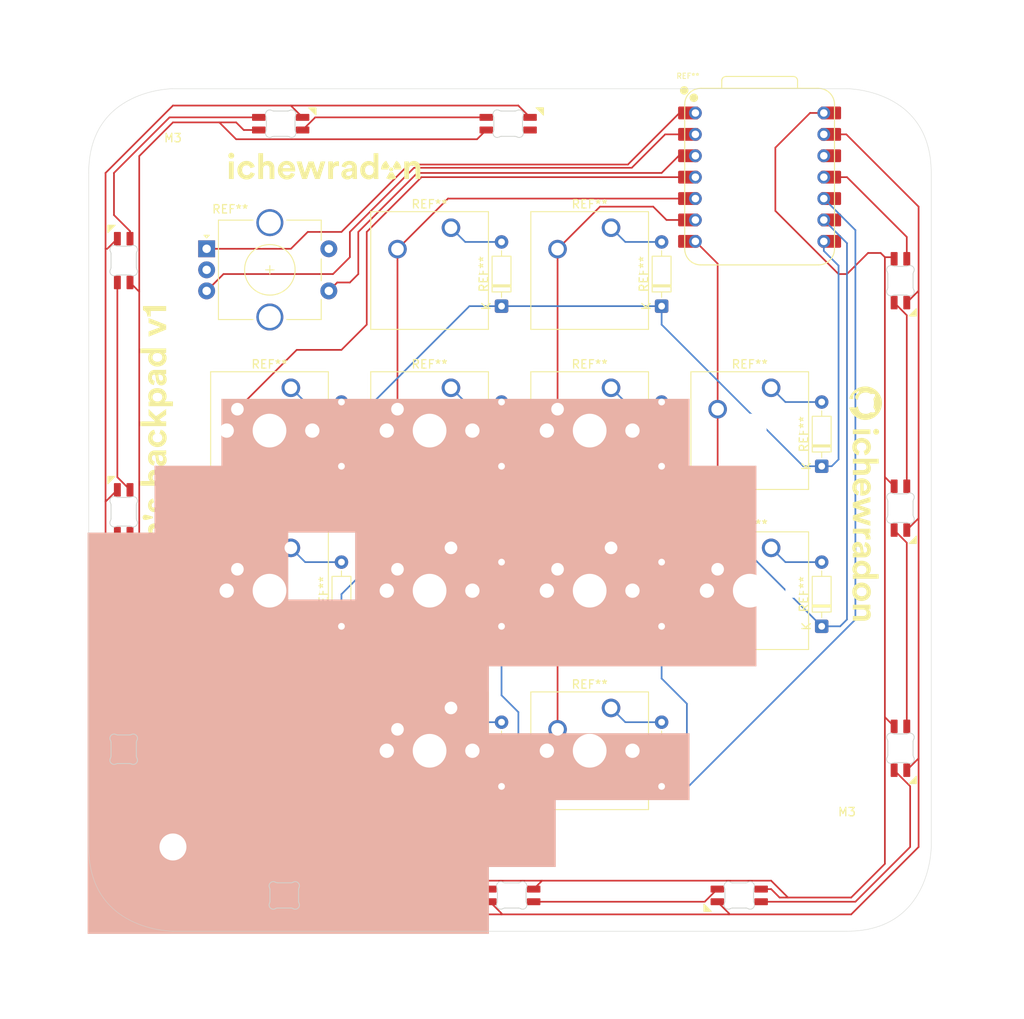
<source format=kicad_pcb>
(kicad_pcb (version 20241229) (generator "pcbnew") (generator_version "9.0")
  (layers (0 "F.Cu" signal) (2 "B.Cu" signal) (13 "F.Paste" user) (15 "B.Paste" user) (5 "F.SilkS" user "F.Silkscreen") (7 "B.SilkS" user "B.Silkscreen") (1 "F.Mask" user) (3 "B.Mask" user) (25 "Edge.Cuts" user))
  (net 0 "")
  (footprint "XIAO:XIAO-RP2040-DIP" (layer "F.Cu") (at 99.63 30.5)
    (property "Reference" "REF**")
    (property "Value" "XIAO-RP2040-DIP")
  )
  (footprint "Diode_THT:D_DO-35_SOD27_P7.62mm_Horizontal" (layer "F.Cu") (at 50 83.81 90)
    (property "Reference" "REF**")
    (property "Value" "D1")
  )
  (footprint "Button_Switch_Keyboard:SW_Cherry_MX_1.00u_PCB" (layer "F.Cu") (at 63 74.5)
    (property "Reference" "REF**")
    (property "Value" "SW8")
  )
  (footprint "Button_Switch_Keyboard:SW_Cherry_MX_1.00u_PCB" (layer "F.Cu") (at 82 74.5)
    (property "Reference" "REF**")
    (property "Value" "SW9")
  )
  (footprint "MountingHole:MountingHole_3.2mm_M3" (layer "F.Cu") (at 30 110)
    (property "Reference" "M3")
    (property "Value" "M3")
  )
  (footprint "Button_Switch_Keyboard:SW_Cherry_MX_1.00u_PCB" (layer "F.Cu") (at 63 36.5)
    (property "Reference" "REF**")
    (property "Value" "SW1")
  )
  (footprint "Button_Switch_Keyboard:SW_Cherry_MX_1.00u_PCB" (layer "F.Cu") (at 101 74.5)
    (property "Reference" "REF**")
    (property "Value" "SW10")
  )
  (footprint "MountingHole:MountingHole_3.2mm_M3" (layer "F.Cu") (at 30 30)
    (property "Reference" "M3")
    (property "Value" "M3")
  )
  (footprint "Button_Switch_Keyboard:SW_Cherry_MX_1.00u_PCB" (layer "F.Cu") (at 63 93.5)
    (property "Reference" "REF**")
    (property "Value" "SW11")
  )
  (footprint "MountingHole:MountingHole_3.2mm_M3" (layer "F.Cu") (at 110 110)
    (property "Reference" "M3")
    (property "Value" "M3")
  )
  (footprint "Diode_THT:D_DO-35_SOD27_P7.62mm_Horizontal" (layer "F.Cu") (at 88 45.81 90)
    (property "Reference" "REF**")
    (property "Value" "D1")
  )
  (footprint "Diode_THT:D_DO-35_SOD27_P7.62mm_Horizontal" (layer "F.Cu") (at 107 64.81 90)
    (property "Reference" "REF**")
    (property "Value" "D1")
  )
  (footprint "Diode_THT:D_DO-35_SOD27_P7.62mm_Horizontal" (layer "F.Cu") (at 88 64.81 90)
    (property "Reference" "REF**")
    (property "Value" "D1")
  )
  (footprint "Button_Switch_Keyboard:SW_Cherry_MX_1.00u_PCB" (layer "F.Cu") (at 82 55.5)
    (property "Reference" "REF**")
    (property "Value" "SW5")
  )
  (footprint "Diode_THT:D_DO-35_SOD27_P7.62mm_Horizontal" (layer "F.Cu") (at 69 83.81 90)
    (property "Reference" "REF**")
    (property "Value" "D1")
  )
  (footprint "Diode_THT:D_DO-35_SOD27_P7.62mm_Horizontal" (layer "F.Cu") (at 69 64.81 90)
    (property "Reference" "REF**")
    (property "Value" "D1")
  )
  (footprint "Button_Switch_Keyboard:SW_Cherry_MX_1.00u_PCB" (layer "F.Cu") (at 101 55.5)
    (property "Reference" "REF**")
    (property "Value" "SW6")
  )
  (footprint "Diode_THT:D_DO-35_SOD27_P7.62mm_Horizontal" (layer "F.Cu") (at 69 45.81 90)
    (property "Reference" "REF**")
    (property "Value" "D1")
  )
  (footprint "Button_Switch_Keyboard:SW_Cherry_MX_1.00u_PCB" (layer "F.Cu") (at 82 36.5)
    (property "Reference" "REF**")
    (property "Value" "SW2")
  )
  (footprint "Diode_THT:D_DO-35_SOD27_P7.62mm_Horizontal" (layer "F.Cu") (at 88 102.81 90)
    (property "Reference" "REF**")
    (property "Value" "D1")
  )
  (footprint "Button_Switch_Keyboard:SW_Cherry_MX_1.00u_PCB" (layer "F.Cu") (at 82 93.5)
    (property "Reference" "REF**")
    (property "Value" "SW12")
  )
  (footprint "Diode_THT:D_DO-35_SOD27_P7.62mm_Horizontal" (layer "F.Cu") (at 50 64.81 90)
    (property "Reference" "REF**")
    (property "Value" "D1")
  )
  (footprint "Button_Switch_Keyboard:SW_Cherry_MX_1.00u_PCB" (layer "F.Cu") (at 63 55.5)
    (property "Reference" "REF**")
    (property "Value" "SW4")
  )
  (footprint "Diode_THT:D_DO-35_SOD27_P7.62mm_Horizontal" (layer "F.Cu") (at 69 102.81 90)
    (property "Reference" "REF**")
    (property "Value" "D1")
  )
  (footprint "Diode_THT:D_DO-35_SOD27_P7.62mm_Horizontal" (layer "F.Cu") (at 88 83.81 90)
    (property "Reference" "REF**")
    (property "Value" "D1")
  )
  (footprint "Diode_THT:D_DO-35_SOD27_P7.62mm_Horizontal" (layer "F.Cu") (at 107 83.81 90)
    (property "Reference" "REF**")
    (property "Value" "D1")
  )
  (footprint "Rotary_Encoder:RotaryEncoder_Alps_EC11E-Switch_Vertical_H20mm_CircularMountingHoles" (layer "F.Cu") (at 34 39)
    (property "Reference" "REF**")
    (property "Value" "EC11")
  )
  (footprint "Button_Switch_Keyboard:SW_Cherry_MX_1.00u_PCB" (layer "F.Cu") (at 44 55.5)
    (property "Reference" "REF**")
    (property "Value" "SW3")
  )
  (footprint "Button_Switch_Keyboard:SW_Cherry_MX_1.00u_PCB" (layer "F.Cu") (at 44 74.5)
    (property "Reference" "REF**")
    (property "Value" "SW7")
  )
  (footprint "LED:MX_SK6812MINI-E_REV" (layer "B.Cu") (at 42.7875 19.0725 180)
    (property "Reference" "REF**" (hide yes))
    (property "Value" "MX_SK6812MINI-E_REV")
    (fp_line (start 1.699999 -4.377158) (end 1.699999 -5.782842) (stroke (width 0.1)) (layer "Edge.Cuts"))
    (fp_line (start 0.794452 -6.579999) (end -0.794453 -6.579999) (stroke (width 0.1)) (layer "Edge.Cuts"))
    (fp_line (start -0.794452 -3.58) (end 0.794452 -3.58) (stroke (width 0.1)) (layer "Edge.Cuts"))
    (fp_line (start -1.699999 -5.782842) (end -1.699999 -4.377158) (stroke (width 0.1)) (layer "Edge.Cuts"))
    (fp_arc (start 1.749484 -4.16028) (mid 1.712527 -4.265932) (end 1.699999 -4.377157) (stroke (width 0.1)) (layer "Edge.Cuts"))
    (fp_arc (start 1.749484 -4.16028) (mid 1.63807 -3.575966) (end 1.046711 -3.511703) (stroke (width 0.1)) (layer "Edge.Cuts"))
    (fp_arc (start 1.699999 -5.782842) (mid 1.712527 -5.894068) (end 1.749484 -5.99972) (stroke (width 0.1)) (layer "Edge.Cuts"))
    (fp_arc (start 1.046711 -6.648299) (mid 1.638071 -6.584035) (end 1.749484 -5.99972) (stroke (width 0.1)) (layer "Edge.Cuts"))
    (fp_arc (start 1.046711 -6.648299) (mid 0.925123 -6.597376) (end 0.794453 -6.58) (stroke (width 0.1)) (layer "Edge.Cuts"))
    (fp_arc (start 0.794452 -3.58) (mid 0.925122 -3.562623) (end 1.04671 -3.511701) (stroke (width 0.1)) (layer "Edge.Cuts"))
    (fp_arc (start -0.794453 -6.579999) (mid -0.925123 -6.597376) (end -1.046711 -6.648298) (stroke (width 0.1)) (layer "Edge.Cuts"))
    (fp_arc (start -1.046711 -3.511701) (mid -0.925123 -3.562624) (end -0.794452 -3.58) (stroke (width 0.1)) (layer "Edge.Cuts"))
    (fp_arc (start -1.046711 -3.511701) (mid -1.638071 -3.575966) (end -1.749484 -4.160281) (stroke (width 0.1)) (layer "Edge.Cuts"))
    (fp_arc (start -1.699999 -4.377158) (mid -1.712527 -4.265932) (end -1.749484 -4.16028) (stroke (width 0.1)) (layer "Edge.Cuts"))
    (fp_arc (start -1.749484 -5.99972) (mid -1.63807 -6.584034) (end -1.046711 -6.648298) (stroke (width 0.1)) (layer "Edge.Cuts"))
    (fp_arc (start -1.749484 -5.99972) (mid -1.712527 -5.894068) (end -1.699999 -5.782843) (stroke (width 0.1)) (layer "Edge.Cuts"))
  )
  (footprint "LED:MX_SK6812MINI-E_REV" (layer "B.Cu") (at 43.2125 120.83)
    (property "Reference" "REF**" (hide yes))
    (property "Value" "MX_SK6812MINI-E_REV")
    (fp_line (start -1.699999 -5.782842) (end -1.699999 -4.377158) (stroke (width 0.1)) (layer "Edge.Cuts"))
    (fp_line (start -0.794452 -3.58) (end 0.794452 -3.58) (stroke (width 0.1)) (layer "Edge.Cuts"))
    (fp_line (start 0.794452 -6.579999) (end -0.794453 -6.579999) (stroke (width 0.1)) (layer "Edge.Cuts"))
    (fp_line (start 1.699999 -4.377158) (end 1.699999 -5.782842) (stroke (width 0.1)) (layer "Edge.Cuts"))
    (fp_arc (start -1.749484 -5.99972) (mid -1.712527 -5.894068) (end -1.699999 -5.782843) (stroke (width 0.1)) (layer "Edge.Cuts"))
    (fp_arc (start -1.749484 -5.99972) (mid -1.63807 -6.584034) (end -1.046711 -6.648298) (stroke (width 0.1)) (layer "Edge.Cuts"))
    (fp_arc (start -1.699999 -4.377158) (mid -1.712527 -4.265932) (end -1.749484 -4.16028) (stroke (width 0.1)) (layer "Edge.Cuts"))
    (fp_arc (start -1.046711 -3.511701) (mid -1.638071 -3.575966) (end -1.749484 -4.160281) (stroke (width 0.1)) (layer "Edge.Cuts"))
    (fp_arc (start -1.046711 -3.511701) (mid -0.925123 -3.562624) (end -0.794452 -3.58) (stroke (width 0.1)) (layer "Edge.Cuts"))
    (fp_arc (start -0.794453 -6.579999) (mid -0.925123 -6.597376) (end -1.046711 -6.648298) (stroke (width 0.1)) (layer "Edge.Cuts"))
    (fp_arc (start 0.794452 -3.58) (mid 0.925122 -3.562623) (end 1.04671 -3.511701) (stroke (width 0.1)) (layer "Edge.Cuts"))
    (fp_arc (start 1.046711 -6.648299) (mid 0.925123 -6.597376) (end 0.794453 -6.58) (stroke (width 0.1)) (layer "Edge.Cuts"))
    (fp_arc (start 1.046711 -6.648299) (mid 1.638071 -6.584035) (end 1.749484 -5.99972) (stroke (width 0.1)) (layer "Edge.Cuts"))
    (fp_arc (start 1.699999 -5.782842) (mid 1.712527 -5.894068) (end 1.749484 -5.99972) (stroke (width 0.1)) (layer "Edge.Cuts"))
    (fp_arc (start 1.749484 -4.16028) (mid 1.63807 -3.575966) (end 1.046711 -3.511703) (stroke (width 0.1)) (layer "Edge.Cuts"))
    (fp_arc (start 1.749484 -4.16028) (mid 1.712527 -4.265932) (end 1.699999 -4.377157) (stroke (width 0.1)) (layer "Edge.Cuts"))
  )
  (footprint "LED:MX_SK6812MINI-E_REV" (layer "B.Cu") (at 70.2125 120.83)
    (property "Reference" "REF**" (hide yes))
    (property "Value" "MX_SK6812MINI-E_REV")
    (fp_line (start -1.699999 -5.782842) (end -1.699999 -4.377158) (stroke (width 0.1)) (layer "Edge.Cuts"))
    (fp_line (start -0.794452 -3.58) (end 0.794452 -3.58) (stroke (width 0.1)) (layer "Edge.Cuts"))
    (fp_line (start 0.794452 -6.579999) (end -0.794453 -6.579999) (stroke (width 0.1)) (layer "Edge.Cuts"))
    (fp_line (start 1.699999 -4.377158) (end 1.699999 -5.782842) (stroke (width 0.1)) (layer "Edge.Cuts"))
    (fp_arc (start -1.749484 -5.99972) (mid -1.712527 -5.894068) (end -1.699999 -5.782843) (stroke (width 0.1)) (layer "Edge.Cuts"))
    (fp_arc (start -1.749484 -5.99972) (mid -1.63807 -6.584034) (end -1.046711 -6.648298) (stroke (width 0.1)) (layer "Edge.Cuts"))
    (fp_arc (start -1.699999 -4.377158) (mid -1.712527 -4.265932) (end -1.749484 -4.16028) (stroke (width 0.1)) (layer "Edge.Cuts"))
    (fp_arc (start -1.046711 -3.511701) (mid -1.638071 -3.575966) (end -1.749484 -4.160281) (stroke (width 0.1)) (layer "Edge.Cuts"))
    (fp_arc (start -1.046711 -3.511701) (mid -0.925123 -3.562624) (end -0.794452 -3.58) (stroke (width 0.1)) (layer "Edge.Cuts"))
    (fp_arc (start -0.794453 -6.579999) (mid -0.925123 -6.597376) (end -1.046711 -6.648298) (stroke (width 0.1)) (layer "Edge.Cuts"))
    (fp_arc (start 0.794452 -3.58) (mid 0.925122 -3.562623) (end 1.04671 -3.511701) (stroke (width 0.1)) (layer "Edge.Cuts"))
    (fp_arc (start 1.046711 -6.648299) (mid 0.925123 -6.597376) (end 0.794453 -6.58) (stroke (width 0.1)) (layer "Edge.Cuts"))
    (fp_arc (start 1.046711 -6.648299) (mid 1.638071 -6.584035) (end 1.749484 -5.99972) (stroke (width 0.1)) (layer "Edge.Cuts"))
    (fp_arc (start 1.699999 -5.782842) (mid 1.712527 -5.894068) (end 1.749484 -5.99972) (stroke (width 0.1)) (layer "Edge.Cuts"))
    (fp_arc (start 1.749484 -4.16028) (mid 1.63807 -3.575966) (end 1.046711 -3.511703) (stroke (width 0.1)) (layer "Edge.Cuts"))
    (fp_arc (start 1.749484 -4.16028) (mid 1.712527 -4.265932) (end 1.699999 -4.377157) (stroke (width 0.1)) (layer "Edge.Cuts"))
  )
  (footprint "LED:MX_SK6812MINI-E_REV" (layer "B.Cu") (at 19.0725 98.4 -90)
    (property "Reference" "REF**" (hide yes))
    (property "Value" "MX_SK6812MINI-E_REV")
    (fp_line (start -0.794452 -3.58) (end 0.794452 -3.58) (stroke (width 0.1)) (layer "Edge.Cuts"))
    (fp_line (start 1.699999 -4.377158) (end 1.699999 -5.782842) (stroke (width 0.1)) (layer "Edge.Cuts"))
    (fp_line (start -1.699999 -5.782842) (end -1.699999 -4.377158) (stroke (width 0.1)) (layer "Edge.Cuts"))
    (fp_line (start 0.794452 -6.579999) (end -0.794453 -6.579999) (stroke (width 0.1)) (layer "Edge.Cuts"))
    (fp_arc (start -1.046711 -3.511701) (mid -0.925123 -3.562624) (end -0.794452 -3.58) (stroke (width 0.1)) (layer "Edge.Cuts"))
    (fp_arc (start -1.046711 -3.511701) (mid -1.638071 -3.575966) (end -1.749484 -4.160281) (stroke (width 0.1)) (layer "Edge.Cuts"))
    (fp_arc (start 0.794452 -3.58) (mid 0.925122 -3.562623) (end 1.04671 -3.511701) (stroke (width 0.1)) (layer "Edge.Cuts"))
    (fp_arc (start 1.749484 -4.16028) (mid 1.63807 -3.575966) (end 1.046711 -3.511703) (stroke (width 0.1)) (layer "Edge.Cuts"))
    (fp_arc (start 1.749484 -4.16028) (mid 1.712527 -4.265932) (end 1.699999 -4.377157) (stroke (width 0.1)) (layer "Edge.Cuts"))
    (fp_arc (start -1.699999 -4.377158) (mid -1.712527 -4.265932) (end -1.749484 -4.16028) (stroke (width 0.1)) (layer "Edge.Cuts"))
    (fp_arc (start 1.699999 -5.782842) (mid 1.712527 -5.894068) (end 1.749484 -5.99972) (stroke (width 0.1)) (layer "Edge.Cuts"))
    (fp_arc (start -1.749484 -5.99972) (mid -1.712527 -5.894068) (end -1.699999 -5.782843) (stroke (width 0.1)) (layer "Edge.Cuts"))
    (fp_arc (start -1.749484 -5.99972) (mid -1.63807 -6.584034) (end -1.046711 -6.648298) (stroke (width 0.1)) (layer "Edge.Cuts"))
    (fp_arc (start -0.794453 -6.579999) (mid -0.925123 -6.597376) (end -1.046711 -6.648298) (stroke (width 0.1)) (layer "Edge.Cuts"))
    (fp_arc (start 1.046711 -6.648299) (mid 1.638071 -6.584035) (end 1.749484 -5.99972) (stroke (width 0.1)) (layer "Edge.Cuts"))
    (fp_arc (start 1.046711 -6.648299) (mid 0.925123 -6.597376) (end 0.794453 -6.58) (stroke (width 0.1)) (layer "Edge.Cuts"))
  )
  (footprint "LED:MX_SK6812MINI-E_REV" (layer "B.Cu") (at 121.4275 69.7875 90)
    (property "Reference" "REF**" (hide yes))
    (property "Value" "MX_SK6812MINI-E_REV")
    (fp_line (start 0.794452 -6.579999) (end -0.794453 -6.579999) (stroke (width 0.1)) (layer "Edge.Cuts"))
    (fp_line (start -1.699999 -5.782842) (end -1.699999 -4.377158) (stroke (width 0.1)) (layer "Edge.Cuts"))
    (fp_line (start 1.699999 -4.377158) (end 1.699999 -5.782842) (stroke (width 0.1)) (layer "Edge.Cuts"))
    (fp_line (start -0.794452 -3.58) (end 0.794452 -3.58) (stroke (width 0.1)) (layer "Edge.Cuts"))
    (fp_arc (start 1.046711 -6.648299) (mid 0.925123 -6.597376) (end 0.794453 -6.58) (stroke (width 0.1)) (layer "Edge.Cuts"))
    (fp_arc (start 1.046711 -6.648299) (mid 1.638071 -6.584035) (end 1.749484 -5.99972) (stroke (width 0.1)) (layer "Edge.Cuts"))
    (fp_arc (start -0.794453 -6.579999) (mid -0.925123 -6.597376) (end -1.046711 -6.648298) (stroke (width 0.1)) (layer "Edge.Cuts"))
    (fp_arc (start -1.749484 -5.99972) (mid -1.63807 -6.584034) (end -1.046711 -6.648298) (stroke (width 0.1)) (layer "Edge.Cuts"))
    (fp_arc (start -1.749484 -5.99972) (mid -1.712527 -5.894068) (end -1.699999 -5.782843) (stroke (width 0.1)) (layer "Edge.Cuts"))
    (fp_arc (start 1.699999 -5.782842) (mid 1.712527 -5.894068) (end 1.749484 -5.99972) (stroke (width 0.1)) (layer "Edge.Cuts"))
    (fp_arc (start -1.699999 -4.377158) (mid -1.712527 -4.265932) (end -1.749484 -4.16028) (stroke (width 0.1)) (layer "Edge.Cuts"))
    (fp_arc (start 1.749484 -4.16028) (mid 1.712527 -4.265932) (end 1.699999 -4.377157) (stroke (width 0.1)) (layer "Edge.Cuts"))
    (fp_arc (start 1.749484 -4.16028) (mid 1.63807 -3.575966) (end 1.046711 -3.511703) (stroke (width 0.1)) (layer "Edge.Cuts"))
    (fp_arc (start 0.794452 -3.58) (mid 0.925122 -3.562623) (end 1.04671 -3.511701) (stroke (width 0.1)) (layer "Edge.Cuts"))
    (fp_arc (start -1.046711 -3.511701) (mid -1.638071 -3.575966) (end -1.749484 -4.160281) (stroke (width 0.1)) (layer "Edge.Cuts"))
    (fp_arc (start -1.046711 -3.511701) (mid -0.925123 -3.562624) (end -0.794452 -3.58) (stroke (width 0.1)) (layer "Edge.Cuts"))
  )
  (footprint "LED:MX_SK6812MINI-E_REV" (layer "B.Cu") (at 69.7875 19.0725 180)
    (property "Reference" "REF**" (hide yes))
    (property "Value" "MX_SK6812MINI-E_REV")
    (fp_line (start 1.699999 -4.377158) (end 1.699999 -5.782842) (stroke (width 0.1)) (layer "Edge.Cuts"))
    (fp_line (start 0.794452 -6.579999) (end -0.794453 -6.579999) (stroke (width 0.1)) (layer "Edge.Cuts"))
    (fp_line (start -0.794452 -3.58) (end 0.794452 -3.58) (stroke (width 0.1)) (layer "Edge.Cuts"))
    (fp_line (start -1.699999 -5.782842) (end -1.699999 -4.377158) (stroke (width 0.1)) (layer "Edge.Cuts"))
    (fp_arc (start 1.749484 -4.16028) (mid 1.712527 -4.265932) (end 1.699999 -4.377157) (stroke (width 0.1)) (layer "Edge.Cuts"))
    (fp_arc (start 1.749484 -4.16028) (mid 1.63807 -3.575966) (end 1.046711 -3.511703) (stroke (width 0.1)) (layer "Edge.Cuts"))
    (fp_arc (start 1.699999 -5.782842) (mid 1.712527 -5.894068) (end 1.749484 -5.99972) (stroke (width 0.1)) (layer "Edge.Cuts"))
    (fp_arc (start 1.046711 -6.648299) (mid 1.638071 -6.584035) (end 1.749484 -5.99972) (stroke (width 0.1)) (layer "Edge.Cuts"))
    (fp_arc (start 1.046711 -6.648299) (mid 0.925123 -6.597376) (end 0.794453 -6.58) (stroke (width 0.1)) (layer "Edge.Cuts"))
    (fp_arc (start 0.794452 -3.58) (mid 0.925122 -3.562623) (end 1.04671 -3.511701) (stroke (width 0.1)) (layer "Edge.Cuts"))
    (fp_arc (start -0.794453 -6.579999) (mid -0.925123 -6.597376) (end -1.046711 -6.648298) (stroke (width 0.1)) (layer "Edge.Cuts"))
    (fp_arc (start -1.046711 -3.511701) (mid -0.925123 -3.562624) (end -0.794452 -3.58) (stroke (width 0.1)) (layer "Edge.Cuts"))
    (fp_arc (start -1.046711 -3.511701) (mid -1.638071 -3.575966) (end -1.749484 -4.160281) (stroke (width 0.1)) (layer "Edge.Cuts"))
    (fp_arc (start -1.699999 -4.377158) (mid -1.712527 -4.265932) (end -1.749484 -4.16028) (stroke (width 0.1)) (layer "Edge.Cuts"))
    (fp_arc (start -1.749484 -5.99972) (mid -1.63807 -6.584034) (end -1.046711 -6.648298) (stroke (width 0.1)) (layer "Edge.Cuts"))
    (fp_arc (start -1.749484 -5.99972) (mid -1.712527 -5.894068) (end -1.699999 -5.782843) (stroke (width 0.1)) (layer "Edge.Cuts"))
  )
  (footprint "LED:MX_SK6812MINI-E_REV" (layer "B.Cu") (at 19.0725 40.4 -90)
    (property "Reference" "REF**" (hide yes))
    (property "Value" "MX_SK6812MINI-E_REV")
    (fp_line (start -0.794452 -3.58) (end 0.794452 -3.58) (stroke (width 0.1)) (layer "Edge.Cuts"))
    (fp_line (start 1.699999 -4.377158) (end 1.699999 -5.782842) (stroke (width 0.1)) (layer "Edge.Cuts"))
    (fp_line (start -1.699999 -5.782842) (end -1.699999 -4.377158) (stroke (width 0.1)) (layer "Edge.Cuts"))
    (fp_line (start 0.794452 -6.579999) (end -0.794453 -6.579999) (stroke (width 0.1)) (layer "Edge.Cuts"))
    (fp_arc (start -1.046711 -3.511701) (mid -0.925123 -3.562624) (end -0.794452 -3.58) (stroke (width 0.1)) (layer "Edge.Cuts"))
    (fp_arc (start -1.046711 -3.511701) (mid -1.638071 -3.575966) (end -1.749484 -4.160281) (stroke (width 0.1)) (layer "Edge.Cuts"))
    (fp_arc (start 0.794452 -3.58) (mid 0.925122 -3.562623) (end 1.04671 -3.511701) (stroke (width 0.1)) (layer "Edge.Cuts"))
    (fp_arc (start 1.749484 -4.16028) (mid 1.63807 -3.575966) (end 1.046711 -3.511703) (stroke (width 0.1)) (layer "Edge.Cuts"))
    (fp_arc (start 1.749484 -4.16028) (mid 1.712527 -4.265932) (end 1.699999 -4.377157) (stroke (width 0.1)) (layer "Edge.Cuts"))
    (fp_arc (start -1.699999 -4.377158) (mid -1.712527 -4.265932) (end -1.749484 -4.16028) (stroke (width 0.1)) (layer "Edge.Cuts"))
    (fp_arc (start 1.699999 -5.782842) (mid 1.712527 -5.894068) (end 1.749484 -5.99972) (stroke (width 0.1)) (layer "Edge.Cuts"))
    (fp_arc (start -1.749484 -5.99972) (mid -1.712527 -5.894068) (end -1.699999 -5.782843) (stroke (width 0.1)) (layer "Edge.Cuts"))
    (fp_arc (start -1.749484 -5.99972) (mid -1.63807 -6.584034) (end -1.046711 -6.648298) (stroke (width 0.1)) (layer "Edge.Cuts"))
    (fp_arc (start -0.794453 -6.579999) (mid -0.925123 -6.597376) (end -1.046711 -6.648298) (stroke (width 0.1)) (layer "Edge.Cuts"))
    (fp_arc (start 1.046711 -6.648299) (mid 1.638071 -6.584035) (end 1.749484 -5.99972) (stroke (width 0.1)) (layer "Edge.Cuts"))
    (fp_arc (start 1.046711 -6.648299) (mid 0.925123 -6.597376) (end 0.794453 -6.58) (stroke (width 0.1)) (layer "Edge.Cuts"))
  )
  (footprint "LED:MX_SK6812MINI-E_REV" (layer "B.Cu") (at 97.2125 120.83)
    (property "Reference" "REF**" (hide yes))
    (property "Value" "MX_SK6812MINI-E_REV")
    (fp_line (start -1.699999 -5.782842) (end -1.699999 -4.377158) (stroke (width 0.1)) (layer "Edge.Cuts"))
    (fp_line (start -0.794452 -3.58) (end 0.794452 -3.58) (stroke (width 0.1)) (layer "Edge.Cuts"))
    (fp_line (start 0.794452 -6.579999) (end -0.794453 -6.579999) (stroke (width 0.1)) (layer "Edge.Cuts"))
    (fp_line (start 1.699999 -4.377158) (end 1.699999 -5.782842) (stroke (width 0.1)) (layer "Edge.Cuts"))
    (fp_arc (start -1.749484 -5.99972) (mid -1.712527 -5.894068) (end -1.699999 -5.782843) (stroke (width 0.1)) (layer "Edge.Cuts"))
    (fp_arc (start -1.749484 -5.99972) (mid -1.63807 -6.584034) (end -1.046711 -6.648298) (stroke (width 0.1)) (layer "Edge.Cuts"))
    (fp_arc (start -1.699999 -4.377158) (mid -1.712527 -4.265932) (end -1.749484 -4.16028) (stroke (width 0.1)) (layer "Edge.Cuts"))
    (fp_arc (start -1.046711 -3.511701) (mid -1.638071 -3.575966) (end -1.749484 -4.160281) (stroke (width 0.1)) (layer "Edge.Cuts"))
    (fp_arc (start -1.046711 -3.511701) (mid -0.925123 -3.562624) (end -0.794452 -3.58) (stroke (width 0.1)) (layer "Edge.Cuts"))
    (fp_arc (start -0.794453 -6.579999) (mid -0.925123 -6.597376) (end -1.046711 -6.648298) (stroke (width 0.1)) (layer "Edge.Cuts"))
    (fp_arc (start 0.794452 -3.58) (mid 0.925122 -3.562623) (end 1.04671 -3.511701) (stroke (width 0.1)) (layer "Edge.Cuts"))
    (fp_arc (start 1.046711 -6.648299) (mid 0.925123 -6.597376) (end 0.794453 -6.58) (stroke (width 0.1)) (layer "Edge.Cuts"))
    (fp_arc (start 1.046711 -6.648299) (mid 1.638071 -6.584035) (end 1.749484 -5.99972) (stroke (width 0.1)) (layer "Edge.Cuts"))
    (fp_arc (start 1.699999 -5.782842) (mid 1.712527 -5.894068) (end 1.749484 -5.99972) (stroke (width 0.1)) (layer "Edge.Cuts"))
    (fp_arc (start 1.749484 -4.16028) (mid 1.63807 -3.575966) (end 1.046711 -3.511703) (stroke (width 0.1)) (layer "Edge.Cuts"))
    (fp_arc (start 1.749484 -4.16028) (mid 1.712527 -4.265932) (end 1.699999 -4.377157) (stroke (width 0.1)) (layer "Edge.Cuts"))
  )
  (footprint "LED:MX_SK6812MINI-E_REV" (layer "B.Cu") (at 121.4275 98.2875 90)
    (property "Reference" "REF**" (hide yes))
    (property "Value" "MX_SK6812MINI-E_REV")
    (fp_line (start 0.794452 -6.579999) (end -0.794453 -6.579999) (stroke (width 0.1)) (layer "Edge.Cuts"))
    (fp_line (start -1.699999 -5.782842) (end -1.699999 -4.377158) (stroke (width 0.1)) (layer "Edge.Cuts"))
    (fp_line (start 1.699999 -4.377158) (end 1.699999 -5.782842) (stroke (width 0.1)) (layer "Edge.Cuts"))
    (fp_line (start -0.794452 -3.58) (end 0.794452 -3.58) (stroke (width 0.1)) (layer "Edge.Cuts"))
    (fp_arc (start 1.046711 -6.648299) (mid 0.925123 -6.597376) (end 0.794453 -6.58) (stroke (width 0.1)) (layer "Edge.Cuts"))
    (fp_arc (start 1.046711 -6.648299) (mid 1.638071 -6.584035) (end 1.749484 -5.99972) (stroke (width 0.1)) (layer "Edge.Cuts"))
    (fp_arc (start -0.794453 -6.579999) (mid -0.925123 -6.597376) (end -1.046711 -6.648298) (stroke (width 0.1)) (layer "Edge.Cuts"))
    (fp_arc (start -1.749484 -5.99972) (mid -1.63807 -6.584034) (end -1.046711 -6.648298) (stroke (width 0.1)) (layer "Edge.Cuts"))
    (fp_arc (start -1.749484 -5.99972) (mid -1.712527 -5.894068) (end -1.699999 -5.782843) (stroke (width 0.1)) (layer "Edge.Cuts"))
    (fp_arc (start 1.699999 -5.782842) (mid 1.712527 -5.894068) (end 1.749484 -5.99972) (stroke (width 0.1)) (layer "Edge.Cuts"))
    (fp_arc (start -1.699999 -4.377158) (mid -1.712527 -4.265932) (end -1.749484 -4.16028) (stroke (width 0.1)) (layer "Edge.Cuts"))
    (fp_arc (start 1.749484 -4.16028) (mid 1.712527 -4.265932) (end 1.699999 -4.377157) (stroke (width 0.1)) (layer "Edge.Cuts"))
    (fp_arc (start 1.749484 -4.16028) (mid 1.63807 -3.575966) (end 1.046711 -3.511703) (stroke (width 0.1)) (layer "Edge.Cuts"))
    (fp_arc (start 0.794452 -3.58) (mid 0.925122 -3.562623) (end 1.04671 -3.511701) (stroke (width 0.1)) (layer "Edge.Cuts"))
    (fp_arc (start -1.046711 -3.511701) (mid -1.638071 -3.575966) (end -1.749484 -4.160281) (stroke (width 0.1)) (layer "Edge.Cuts"))
    (fp_arc (start -1.046711 -3.511701) (mid -0.925123 -3.562624) (end -0.794452 -3.58) (stroke (width 0.1)) (layer "Edge.Cuts"))
  )
  (footprint "LED:MX_SK6812MINI-E_REV" (layer "B.Cu") (at 19.0725 70.2125 -90)
    (property "Reference" "REF**" (hide yes))
    (property "Value" "MX_SK6812MINI-E_REV")
    (fp_line (start -0.794452 -3.58) (end 0.794452 -3.58) (stroke (width 0.1)) (layer "Edge.Cuts"))
    (fp_line (start 1.699999 -4.377158) (end 1.699999 -5.782842) (stroke (width 0.1)) (layer "Edge.Cuts"))
    (fp_line (start -1.699999 -5.782842) (end -1.699999 -4.377158) (stroke (width 0.1)) (layer "Edge.Cuts"))
    (fp_line (start 0.794452 -6.579999) (end -0.794453 -6.579999) (stroke (width 0.1)) (layer "Edge.Cuts"))
    (fp_arc (start -1.046711 -3.511701) (mid -0.925123 -3.562624) (end -0.794452 -3.58) (stroke (width 0.1)) (layer "Edge.Cuts"))
    (fp_arc (start -1.046711 -3.511701) (mid -1.638071 -3.575966) (end -1.749484 -4.160281) (stroke (width 0.1)) (layer "Edge.Cuts"))
    (fp_arc (start 0.794452 -3.58) (mid 0.925122 -3.562623) (end 1.04671 -3.511701) (stroke (width 0.1)) (layer "Edge.Cuts"))
    (fp_arc (start 1.749484 -4.16028) (mid 1.63807 -3.575966) (end 1.046711 -3.511703) (stroke (width 0.1)) (layer "Edge.Cuts"))
    (fp_arc (start 1.749484 -4.16028) (mid 1.712527 -4.265932) (end 1.699999 -4.377157) (stroke (width 0.1)) (layer "Edge.Cuts"))
    (fp_arc (start -1.699999 -4.377158) (mid -1.712527 -4.265932) (end -1.749484 -4.16028) (stroke (width 0.1)) (layer "Edge.Cuts"))
    (fp_arc (start 1.699999 -5.782842) (mid 1.712527 -5.894068) (end 1.749484 -5.99972) (stroke (width 0.1)) (layer "Edge.Cuts"))
    (fp_arc (start -1.749484 -5.99972) (mid -1.712527 -5.894068) (end -1.699999 -5.782843) (stroke (width 0.1)) (layer "Edge.Cuts"))
    (fp_arc (start -1.749484 -5.99972) (mid -1.63807 -6.584034) (end -1.046711 -6.648298) (stroke (width 0.1)) (layer "Edge.Cuts"))
    (fp_arc (start -0.794453 -6.579999) (mid -0.925123 -6.597376) (end -1.046711 -6.648298) (stroke (width 0.1)) (layer "Edge.Cuts"))
    (fp_arc (start 1.046711 -6.648299) (mid 1.638071 -6.584035) (end 1.749484 -5.99972) (stroke (width 0.1)) (layer "Edge.Cuts"))
    (fp_arc (start 1.046711 -6.648299) (mid 0.925123 -6.597376) (end 0.794453 -6.58) (stroke (width 0.1)) (layer "Edge.Cuts"))
  )
  (footprint "LED:MX_SK6812MINI-E_REV" (layer "B.Cu") (at 121.4275 42.7875 90)
    (property "Reference" "REF**" (hide yes))
    (property "Value" "MX_SK6812MINI-E_REV")
    (fp_line (start 0.794452 -6.579999) (end -0.794453 -6.579999) (stroke (width 0.1)) (layer "Edge.Cuts"))
    (fp_line (start -1.699999 -5.782842) (end -1.699999 -4.377158) (stroke (width 0.1)) (layer "Edge.Cuts"))
    (fp_line (start 1.699999 -4.377158) (end 1.699999 -5.782842) (stroke (width 0.1)) (layer "Edge.Cuts"))
    (fp_line (start -0.794452 -3.58) (end 0.794452 -3.58) (stroke (width 0.1)) (layer "Edge.Cuts"))
    (fp_arc (start 1.046711 -6.648299) (mid 0.925123 -6.597376) (end 0.794453 -6.58) (stroke (width 0.1)) (layer "Edge.Cuts"))
    (fp_arc (start 1.046711 -6.648299) (mid 1.638071 -6.584035) (end 1.749484 -5.99972) (stroke (width 0.1)) (layer "Edge.Cuts"))
    (fp_arc (start -0.794453 -6.579999) (mid -0.925123 -6.597376) (end -1.046711 -6.648298) (stroke (width 0.1)) (layer "Edge.Cuts"))
    (fp_arc (start -1.749484 -5.99972) (mid -1.63807 -6.584034) (end -1.046711 -6.648298) (stroke (width 0.1)) (layer "Edge.Cuts"))
    (fp_arc (start -1.749484 -5.99972) (mid -1.712527 -5.894068) (end -1.699999 -5.782843) (stroke (width 0.1)) (layer "Edge.Cuts"))
    (fp_arc (start 1.699999 -5.782842) (mid 1.712527 -5.894068) (end 1.749484 -5.99972) (stroke (width 0.1)) (layer "Edge.Cuts"))
    (fp_arc (start -1.699999 -4.377158) (mid -1.712527 -4.265932) (end -1.749484 -4.16028) (stroke (width 0.1)) (layer "Edge.Cuts"))
    (fp_arc (start 1.749484 -4.16028) (mid 1.712527 -4.265932) (end 1.699999 -4.377157) (stroke (width 0.1)) (layer "Edge.Cuts"))
    (fp_arc (start 1.749484 -4.16028) (mid 1.63807 -3.575966) (end 1.046711 -3.511703) (stroke (width 0.1)) (layer "Edge.Cuts"))
    (fp_arc (start 0.794452 -3.58) (mid 0.925122 -3.562623) (end 1.04671 -3.511701) (stroke (width 0.1)) (layer "Edge.Cuts"))
    (fp_arc (start -1.046711 -3.511701) (mid -1.638071 -3.575966) (end -1.749484 -4.160281) (stroke (width 0.1)) (layer "Edge.Cuts"))
    (fp_arc (start -1.046711 -3.511701) (mid -0.925123 -3.562624) (end -0.794452 -3.58) (stroke (width 0.1)) (layer "Edge.Cuts"))
  )
  (gr_poly (pts (xy 112.840432 62.57646) (xy 112.837419 62.627486) (xy 112.832475 62.677078) (xy 112.825666 62.725238) (xy 112.817056 62.771969) (xy 112.806708 62.817273) (xy 112.794687 62.861152) (xy 112.781059 62.903609) (xy 112.765886 62.944645) (xy 112.749233 62.984264) (xy 112.731165 63.022468) (xy 112.711745 63.059258) (xy 112.691039 63.094638) (xy 112.669111 63.128609) (xy 112.646024 63.161174) (xy 112.621844 63.192335) (xy 112.596634 63.222095) (xy 112.57046 63.250456) (xy 112.543384 63.277419) (xy 112.515473 63.302989) (xy 112.486789 63.327166) (xy 112.457397 63.349953) (xy 112.427363 63.371353) (xy 112.396749 63.391368) (xy 112.36562 63.41) (xy 112.334042 63.427251) (xy 112.26979 63.457621) (xy 112.20451 63.482497) (xy 112.138715 63.501897) (xy 111.96938 62.998131) (xy 112.00193 62.987646) (xy 112.034311 62.975178) (xy 112.066259 62.960626) (xy 112.097506 62.943891) (xy 112.127786 62.924874) (xy 112.156832 62.903476) (xy 112.184377 62.879597) (xy 112.210154 62.853139) (xy 112.222297 62.838911) (xy 112.233898 62.824002) (xy 112.244924 62.808397) (xy 112.255341 62.792086) (xy 112.265116 62.775056) (xy 112.274217 62.757293) (xy 112.282608 62.738787) (xy 112.290258 62.719524) (xy 112.297133 62.699492) (xy 112.303199 62.678679) (xy 112.308424 62.657072) (xy 112.312773 62.634659) (xy 112.316214 62.611428) (xy 112.318713 62.587365) (xy 112.320237 62.562459) (xy 112.320752 62.536698) (xy 112.320145 62.509854) (xy 112.31833 62.483317) (xy 112.315314 62.457125) (xy 112.311103 62.431312) (xy 112.305704 62.405915) (xy 112.299125 62.380969) (xy 112.291373 62.35651) (xy 112.282453 62.332573) (xy 112.272374 62.309194) (xy 112.261143 62.28641) (xy 112.248766 62.264254) (xy 112.23525 62.242764) (xy 112.220602 62.221974) (xy 112.20483 62.201921) (xy 112.18794 62.182639) (xy 112.169939 62.164166) (xy 112.150834 62.146536) (xy 112.130633 62.129784) (xy 112.109341 62.113948) (xy 112.086967 62.099062) (xy 112.063517 62.085162) (xy 112.038998 62.072283) (xy 112.013417 62.060462) (xy 111.986782 62.049734) (xy 111.959098 62.040134) (xy 111.930373 62.031698) (xy 111.900614 62.024463) (xy 111.869828 62.018463) (xy 111.838022 62.013734) (xy 111.805203 62.010313) (xy 111.771378 62.008233) (xy 111.736554 62.007532) (xy 111.701717 62.008246) (xy 111.667856 62.01036) (xy 111.634979 62.013839) (xy 111.603096 62.018645) (xy 111.572213 62.024741) (xy 111.542341 62.032089) (xy 111.513488 62.040653) (xy 111.485662 62.050395) (xy 111.458871 62.061278) (xy 111.433124 62.073265) (xy 111.40843 62.086318) (xy 111.384798 62.100401) (xy 111.362235 62.115476) (xy 111.34075 62.131506) (xy 111.320352 62.148454) (xy 111.301049 62.166282) (xy 111.28285 62.184954) (xy 111.265764 62.204432) (xy 111.249798 62.224678) (xy 111.234962 62.245657) (xy 111.221263 62.26733) (xy 111.208711 62.28966) (xy 111.197314 62.312611) (xy 111.187081 62.336144) (xy 111.178019 62.360223) (xy 111.170139 62.384811) (xy 111.163447 62.40987) (xy 111.157952 62.435363) (xy 111.153664 62.461253) (xy 111.150591 62.487502) (xy 111.14874 62.514074) (xy 111.148122 62.540932) (xy 111.148673 62.567499) (xy 111.1503 62.593231) (xy 111.152963 62.618137) (xy 111.156621 62.642226) (xy 111.161234 62.665505) (xy 111.166762 62.687983) (xy 111.173164 62.709669) (xy 111.180401 62.730572) (xy 111.188431 62.750699) (xy 111.197214 62.77006) (xy 111.20671 62.788663) (xy 111.21688 62.806516) (xy 111.227682 62.823628) (xy 111.239076 62.840008) (xy 111.251022 62.855663) (xy 111.263479 62.870603) (xy 111.276408 62.884837) (xy 111.289768 62.898371) (xy 111.303518 62.911216) (xy 111.317619 62.92338) (xy 111.346711 62.945697) (xy 111.37672 62.965391) (xy 111.407325 62.982529) (xy 111.438202 62.997182) (xy 111.46903 63.009415) (xy 111.499486 63.019298) (xy 111.334386 63.514598) (xy 111.269289 63.494408) (xy 111.204526 63.468767) (xy 111.140632 63.437682) (xy 111.078139 63.401158) (xy 111.017581 63.359202) (xy 110.959491 63.31182) (xy 110.904402 63.259018) (xy 110.852848 63.200802) (xy 110.805362 63.137179) (xy 110.762477 63.068155) (xy 110.742927 63.03162) (xy 110.724726 62.993736) (xy 110.707943 62.954505) (xy 110.692644 62.913928) (xy 110.678895 62.872005) (xy 110.666762 62.828737) (xy 110.656314 62.784126) (xy 110.647615 62.73817) (xy 110.640734 62.690873) (xy 110.635736 62.642233) (xy 110.632688 62.592252) (xy 110.631658 62.540932) (xy 110.633013 62.48378) (xy 110.637043 62.427461) (xy 110.643695 62.372041) (xy 110.652915 62.317582) (xy 110.664649 62.264149) (xy 110.678845 62.211807) (xy 110.695448 62.16062) (xy 110.714405 62.110653) (xy 110.735663 62.061969) (xy 110.759168 62.014633) (xy 110.784866 61.968709) (xy 110.812705 61.924262) (xy 110.842631 61.881356) (xy 110.874589 61.840055) (xy 110.908528 61.800424) (xy 110.944392 61.762527) (xy 110.98213 61.726429) (xy 111.021686 61.692193) (xy 111.063009 61.659884) (xy 111.106043 61.629566) (xy 111.150737 61.601304) (xy 111.197036 61.575162) (xy 111.244887 61.551205) (xy 111.294236 61.529496) (xy 111.34503 61.5101) (xy 111.397216 61.493081) (xy 111.450739 61.478505) (xy 111.505547 61.466434) (xy 111.561586 61.456934) (xy 111.618803 61.450068) (xy 111.677143 61.445902) (xy 111.736554 61.444498) (xy 111.796337 61.445877) (xy 111.855002 61.449971) (xy 111.912498 61.456717) (xy 111.968774 61.466054) (xy 112.023779 61.477917) (xy 112.077462 61.492244) (xy 112.129771 61.508973) (xy 112.180655 61.52804) (xy 112.230064 61.549384) (xy 112.277945 61.57294) (xy 112.324248 61.598647) (xy 112.368922 61.626441) (xy 112.411915 61.656259) (xy 112.453177 61.68804) (xy 112.492656 61.72172) (xy 112.530301 61.757236) (xy 112.566061 61.794525) (xy 112.599884 61.833525) (xy 112.63172 61.874174) (xy 112.661517 61.916407) (xy 112.689225 61.960163) (xy 112.714792 62.005378) (xy 112.738166 62.051991) (xy 112.759297 62.099937) (xy 112.778134 62.149155) (xy 112.794625 62.199581) (xy 112.80872 62.251152) (xy 112.820366 62.303807) (xy 112.829514 62.357481) (xy 112.836111 62.412113) (xy 112.840107 62.46764) (xy 112.84145 62.523998)) (fill yes) (layer "F.SilkS"))
  (gr_poly (pts (xy 110.69515 61) (xy 110.69515 60.436966) (xy 112.777951 60.436966) (xy 112.777951 61)) (fill yes) (layer "F.SilkS"))
  (gr_poly (pts (xy 27.050077 92.158033) (xy 27.05309 92.107007) (xy 27.058033 92.057415) (xy 27.064842 92.009255) (xy 27.073453 91.962524) (xy 27.0838 91.91722) (xy 27.095821 91.873341) (xy 27.10945 91.830884) (xy 27.124623 91.789848) (xy 27.141276 91.750229) (xy 27.159344 91.712025) (xy 27.178763 91.675235) (xy 27.199469 91.639855) (xy 27.221398 91.605884) (xy 27.244484 91.573319) (xy 27.268664 91.542158) (xy 27.293874 91.512398) (xy 27.320049 91.484037) (xy 27.347124 91.457074) (xy 27.375036 91.431504) (xy 27.403719 91.407327) (xy 27.433111 91.38454) (xy 27.463146 91.36314) (xy 27.49376 91.343125) (xy 27.524888 91.324493) (xy 27.556467 91.307242) (xy 27.620718 91.276872) (xy 27.685999 91.251996) (xy 27.751794 91.232596) (xy 27.921128 91.736363) (xy 27.888579 91.746847) (xy 27.856197 91.759315) (xy 27.824249 91.773867) (xy 27.793002 91.790602) (xy 27.762722 91.809619) (xy 27.733677 91.831017) (xy 27.706132 91.854896) (xy 27.680354 91.881354) (xy 27.668211 91.895582) (xy 27.65661 91.910492) (xy 27.645585 91.926096) (xy 27.635167 91.942407) (xy 27.625392 91.959438) (xy 27.616292 91.9772) (xy 27.6079 91.995706) (xy 27.60025 92.014969) (xy 27.593375 92.035001) (xy 27.587309 92.055814) (xy 27.582085 92.077421) (xy 27.577735 92.099834) (xy 27.574295 92.123066) (xy 27.571796 92.147128) (xy 27.570272 92.172034) (xy 27.569756 92.197795) (xy 27.570363 92.224639) (xy 27.572178 92.251176) (xy 27.575195 92.277368) (xy 27.579406 92.303181) (xy 27.584804 92.328578) (xy 27.591383 92.353524) (xy 27.599136 92.377983) (xy 27.608055 92.40192) (xy 27.618134 92.425299) (xy 27.629366 92.448084) (xy 27.641743 92.470239) (xy 27.655259 92.49173) (xy 27.669906 92.512519) (xy 27.685679 92.532573) (xy 27.702569 92.551854) (xy 27.72057 92.570328) (xy 27.739674 92.587958) (xy 27.759876 92.604709) (xy 27.781167 92.620546) (xy 27.803541 92.635432) (xy 27.826991 92.649332) (xy 27.85151 92.66221) (xy 27.877091 92.674032) (xy 27.903727 92.68476) (xy 27.931411 92.69436) (xy 27.960135 92.702795) (xy 27.989894 92.710031) (xy 28.02068 92.716031) (xy 28.052486 92.720759) (xy 28.085305 92.724181) (xy 28.11913 92.72626) (xy 28.153954 92.726961) (xy 28.188791 92.726248) (xy 28.222652 92.724133) (xy 28.255529 92.720655) (xy 28.287413 92.715849) (xy 28.318295 92.709753) (xy 28.348167 92.702405) (xy 28.37702 92.693841) (xy 28.404847 92.684099) (xy 28.431637 92.673216) (xy 28.457384 92.661229) (xy 28.482078 92.648175) (xy 28.505711 92.634093) (xy 28.528274 92.619018) (xy 28.549759 92.602988) (xy 28.570157 92.58604) (xy 28.589459 92.568211) (xy 28.607658 92.54954) (xy 28.624745 92.530062) (xy 28.64071 92.509815) (xy 28.655547 92.488836) (xy 28.669245 92.467163) (xy 28.681797 92.444833) (xy 28.693194 92.421882) (xy 28.703427 92.398349) (xy 28.712489 92.37427) (xy 28.72037 92.349682) (xy 28.727062 92.324623) (xy 28.732556 92.29913) (xy 28.736844 92.273241) (xy 28.739918 92.246991) (xy 28.741768 92.220419) (xy 28.742387 92.193562) (xy 28.741835 92.166994) (xy 28.740208 92.141262) (xy 28.737545 92.116356) (xy 28.733887 92.092268) (xy 28.729274 92.068988) (xy 28.723746 92.04651) (xy 28.717344 92.024824) (xy 28.710108 92.003921) (xy 28.702078 91.983794) (xy 28.693294 91.964433) (xy 28.683798 91.94583) (xy 28.673629 91.927977) (xy 28.662827 91.910865) (xy 28.651433 91.894486) (xy 28.639487 91.87883) (xy 28.627029 91.86389) (xy 28.6141 91.849657) (xy 28.600741 91.836122) (xy 28.58699 91.823277) (xy 28.572889 91.811114) (xy 28.543798 91.788797) (xy 28.513788 91.769103) (xy 28.483184 91.751964) (xy 28.452306 91.737312) (xy 28.421478 91.725078) (xy 28.391022 91.715195) (xy 28.556123 91.219895) (xy 28.62122 91.240085) (xy 28.685982 91.265726) (xy 28.749876 91.296811) (xy 28.812369 91.333335) (xy 28.872927 91.375291) (xy 28.931018 91.422673) (xy 28.986106 91.475475) (xy 29.03766 91.533691) (xy 29.085147 91.597314) (xy 29.128032 91.666338) (xy 29.147582 91.702873) (xy 29.165782 91.740757) (xy 29.182565 91.779988) (xy 29.197865 91.820565) (xy 29.211614 91.862488) (xy 29.223746 91.905756) (xy 29.234195 91.950368) (xy 29.242893 91.996323) (xy 29.249775 92.043621) (xy 29.254773 92.09226) (xy 29.25782 92.142241) (xy 29.258851 92.193562) (xy 29.257496 92.250713) (xy 29.253465 92.307032) (xy 29.246813 92.362453) (xy 29.237594 92.416912) (xy 29.225859 92.470344) (xy 29.211664 92.522686) (xy 29.195061 92.573873) (xy 29.176103 92.623841) (xy 29.154846 92.672525) (xy 29.131341 92.719861) (xy 29.105642 92.765784) (xy 29.077803 92.810232) (xy 29.047878 92.853138) (xy 29.015919 92.894438) (xy 28.981981 92.934069) (xy 28.946116 92.971966) (xy 28.908379 93.008065) (xy 28.868822 93.042301) (xy 28.8275 93.07461) (xy 28.784465 93.104928) (xy 28.739771 93.13319) (xy 28.693472 93.159332) (xy 28.645622 93.183289) (xy 28.596272 93.204998) (xy 28.545478 93.224394) (xy 28.493293 93.241412) (xy 28.439769 93.255989) (xy 28.384961 93.26806) (xy 28.328922 93.27756) (xy 28.271706 93.284426) (xy 28.213365 93.288592) (xy 28.153954 93.289995) (xy 28.094171 93.288617) (xy 28.035506 93.284523) (xy 27.97801 93.277776) (xy 27.921734 93.26844) (xy 27.866729 93.256577) (xy 27.813047 93.242249) (xy 27.760738 93.225521) (xy 27.709853 93.206453) (xy 27.660445 93.18511) (xy 27.612563 93.161554) (xy 27.56626 93.135847) (xy 27.521586 93.108053) (xy 27.478593 93.078234) (xy 27.437331 93.046454) (xy 27.397852 93.012774) (xy 27.360208 92.977258) (xy 27.324448 92.939968) (xy 27.290624 92.900968) (xy 27.258788 92.86032) (xy 27.228991 92.818086) (xy 27.201283 92.774331) (xy 27.175717 92.729115) (xy 27.152342 92.682503) (xy 27.131211 92.634556) (xy 27.112374 92.585339) (xy 27.095883 92.534913) (xy 27.081789 92.483341) (xy 27.070142 92.430687) (xy 27.060994 92.377012) (xy 27.054397 92.32238) (xy 27.050401 92.266853) (xy 27.049058 92.210495)) (fill yes) (layer "F.SilkS"))
  (gr_poly (pts (xy 27.050161 69.410373) (xy 27.053359 69.358223) (xy 27.058572 69.3083) (xy 27.065701 69.260563) (xy 27.07465 69.214972) (xy 27.085322 69.171485) (xy 27.097621 69.130064) (xy 27.111449 69.090668) (xy 27.12671 69.053255) (xy 27.143306 69.017787) (xy 27.161141 68.984223) (xy 27.180117 68.952522) (xy 27.200139 68.922644) (xy 27.221108 68.894549) (xy 27.242929 68.868197) (xy 27.265504 68.843547) (xy 27.288736 68.820559) (xy 27.312529 68.799192) (xy 27.336785 68.779407) (xy 27.361407 68.761162) (xy 27.3863 68.744419) (xy 27.411365 68.729135) (xy 27.436507 68.715272) (xy 27.461627 68.702789) (xy 27.511417 68.6818) (xy 27.559961 68.665847) (xy 27.606483 68.654606) (xy 27.650208 68.647757) (xy 27.756043 69.117655) (xy 27.732673 69.121692) (xy 27.708789 69.127527) (xy 27.684669 69.135272) (xy 27.660592 69.145039) (xy 27.636838 69.156939) (xy 27.613686 69.171083) (xy 27.591414 69.187585) (xy 27.580696 69.196754) (xy 27.570302 69.206554) (xy 27.560268 69.216999) (xy 27.550629 69.228103) (xy 27.541419 69.23988) (xy 27.532673 69.252343) (xy 27.524427 69.265507) (xy 27.516715 69.279386) (xy 27.509571 69.293994) (xy 27.503032 69.309344) (xy 27.497131 69.325451) (xy 27.491904 69.342328) (xy 27.487385 69.35999) (xy 27.48361 69.37845) (xy 27.480613 69.397723) (xy 27.478429 69.417822) (xy 27.477093 69.438761) (xy 27.47664 69.460554) (xy 27.476898 69.474355) (xy 27.477667 69.487966) (xy 27.478935 69.501371) (xy 27.480691 69.514554) (xy 27.482925 69.527498) (xy 27.485625 69.540186) (xy 27.488781 69.552604) (xy 27.492382 69.564734) (xy 27.496417 69.57656) (xy 27.500875 69.588066) (xy 27.505746 69.599235) (xy 27.511018 69.610052) (xy 27.516681 69.6205) (xy 27.522724 69.630563) (xy 27.529135 69.640224) (xy 27.535905 69.649467) (xy 27.543022 69.658276) (xy 27.550475 69.666635) (xy 27.558254 69.674527) (xy 27.566348 69.681936) (xy 27.574745 69.688846) (xy 27.583436 69.695241) (xy 27.592408 69.701104) (xy 27.601652 69.706419) (xy 27.611156 69.711169) (xy 27.62091 69.715339) (xy 27.630903 69.718912) (xy 27.641124 69.721872) (xy 27.651561 69.724203) (xy 27.662205 69.725887) (xy 27.673044 69.72691) (xy 27.684068 69.727255) (xy 27.693481 69.727033) (xy 27.70267 69.726371) (xy 27.711635 69.725277) (xy 27.720375 69.723757) (xy 27.728888 69.721819) (xy 27.737174 69.719469) (xy 27.745232 69.716715) (xy 27.753061 69.713563) (xy 27.760661 69.71002) (xy 27.768031 69.706094) (xy 27.77517 69.70179) (xy 27.782078 69.697118) (xy 27.788752 69.692082) (xy 27.795194 69.68669) (xy 27.801401 69.68095) (xy 27.807373 69.674868) (xy 27.81311 69.668451) (xy 27.81861 69.661706) (xy 27.828897 69.647261) (xy 27.838229 69.631587) (xy 27.8466 69.614742) (xy 27.854002 69.59678) (xy 27.860431 69.577758) (xy 27.865878 69.557732) (xy 27.870339 69.536756) (xy 27.933839 69.240423) (xy 27.942256 69.202522) (xy 27.951621 69.165812) (xy 27.961913 69.130294) (xy 27.973112 69.095969) (xy 27.985197 69.062838) (xy 27.998149 69.030901) (xy 28.011948 69.00016) (xy 28.026573 68.970615) (xy 28.042004 68.942266) (xy 28.058221 68.915115) (xy 28.075204 68.889163) (xy 28.092933 68.86441) (xy 28.111387 68.840856) (xy 28.130546 68.818503) (xy 28.150391 68.797352) (xy 28.170901 68.777403) (xy 28.192056 68.758657) (xy 28.213836 68.741115) (xy 28.23622 68.724778) (xy 28.259189 68.709645) (xy 28.282722 68.695719) (xy 28.306799 68.683) (xy 28.3314 68.671489) (xy 28.356505 68.661186) (xy 28.382094 68.652092) (xy 28.408147 68.644208) (xy 28.434643 68.637535) (xy 28.461562 68.632073) (xy 28.488884 68.627824) (xy 28.516589 68.624788) (xy 28.544657 68.622966) (xy 28.573067 68.622358) (xy 28.63658 68.625439) (xy 28.69977 68.634703) (xy 28.762117 68.65018) (xy 28.823099 68.671901) (xy 28.852916 68.685114) (xy 28.882197 68.699899) (xy 28.910875 68.71626) (xy 28.938888 68.734203) (xy 28.966168 68.753729) (xy 28.992652 68.774844) (xy 29.018273 68.797551) (xy 29.042968 68.821854) (xy 29.06667 68.847757) (xy 29.089315 68.875264) (xy 29.110838 68.904378) (xy 29.131173 68.935104) (xy 29.150255 68.967445) (xy 29.16802 69.001406) (xy 29.184402 69.03699) (xy 29.199335 69.074201) (xy 29.212756 69.113042) (xy 29.224599 69.153519) (xy 29.234798 69.195634) (xy 29.243289 69.239392) (xy 29.250006 69.284796) (xy 29.254885 69.33185) (xy 29.25786 69.380559) (xy 29.258866 69.430925) (xy 29.257693 69.488466) (xy 29.254244 69.543642) (xy 29.248625 69.596492) (xy 29.240941 69.647057) (xy 29.231297 69.695377) (xy 29.219799 69.741492) (xy 29.206553 69.785444) (xy 29.191663 69.827271) (xy 29.175235 69.867015) (xy 29.157375 69.904716) (xy 29.138187 69.940413) (xy 29.117779 69.974148) (xy 29.096253 70.005961) (xy 29.073718 70.035891) (xy 29.050276 70.06398) (xy 29.026035 70.090267) (xy 29.001099 70.114793) (xy 28.975574 70.137599) (xy 28.949566 70.158723) (xy 28.923179 70.178208) (xy 28.896519 70.196093) (xy 28.869692 70.212418) (xy 28.842803 70.227223) (xy 28.815957 70.24055) (xy 28.762817 70.262928) (xy 28.711116 70.279873) (xy 28.661697 70.291709) (xy 28.615403 70.298757) (xy 28.509576 69.816156) (xy 28.540349 69.812482) (xy 28.57062 69.80621) (xy 28.600184 69.79732) (xy 28.628836 69.785796) (xy 28.656372 69.771617) (xy 28.669658 69.763526) (xy 28.682588 69.754765) (xy 28.695136 69.745331) (xy 28.707277 69.735222) (xy 28.718986 69.724435) (xy 28.730237 69.712969) (xy 28.741004 69.70082) (xy 28.751262 69.687987) (xy 28.760985 69.674467) (xy 28.770147 69.660259) (xy 28.778724 69.645358) (xy 28.786688 69.629764) (xy 28.794016 69.613474) (xy 28.800681 69.596486) (xy 28.806658 69.578796) (xy 28.811921 69.560404) (xy 28.816444 69.541306) (xy 28.820202 69.521501) (xy 28.82317 69.500985) (xy 28.825321 69.479758) (xy 28.826631 69.457815) (xy 28.827073 69.435156) (xy 28.82679 69.417979) (xy 28.825953 69.40137) (xy 28.824575 69.385329) (xy 28.822674 69.369854) (xy 28.820265 69.354943) (xy 28.817362 69.340595) (xy 28.813982 69.326808) (xy 28.81014 69.313581) (xy 28.805851 69.300912) (xy 28.801132 69.288799) (xy 28.795997 69.277242) (xy 28.790462 69.266237) (xy 28.784542 69.255785) (xy 28.778254 69.245883) (xy 28.771612 69.23653) (xy 28.764632 69.227724) (xy 28.75733 69.219464) (xy 28.749721 69.211748) (xy 28.74182 69.204574) (xy 28.733643 69.197942) (xy 28.725206 69.191849) (xy 28.716524 69.186294) (xy 28.707613 69.181275) (xy 28.698488 69.176791) (xy 28.689164 69.172841) (xy 28.679658 69.169422) (xy 28.669984 69.166534) (xy 28.660158 69.164174) (xy 28.650195 69.162341) (xy 28.640112 69.161034) (xy 28.629923 69.160251) (xy 28.619645 69.15999) (xy 28.602386 69.160743) (xy 28.585561 69.163033) (xy 28.569207 69.166911) (xy 28.553362 69.172426) (xy 28.538062 69.179627) (xy 28.530629 69.183876) (xy 28.523346 69.188565) (xy 28.516218 69.193701) (xy 28.50925 69.199289) (xy 28.502446 69.205336) (xy 28.495811 69.211848) (xy 28.48935 69.218832) (xy 28.483067 69.226293) (xy 28.471056 69.242672) (xy 28.459813 69.261036) (xy 28.449377 69.281433) (xy 28.439785 69.303914) (xy 28.431074 69.328529) (xy 28.423281 69.355326) (xy 28.416444 69.384355) (xy 28.352944 69.659521) (xy 28.344167 69.696581) (xy 28.334515 69.732357) (xy 28.324007 69.766858) (xy 28.312662 69.80009) (xy 28.300499 69.83206) (xy 28.287535 69.862775) (xy 28.27379 69.892241) (xy 28.259283 69.920467) (xy 28.244031 69.947459) (xy 28.228054 69.973224) (xy 28.211369 69.997769) (xy 28.193997 70.0211) (xy 28.175954 70.043226) (xy 28.157261 70.064152) (xy 28.137935 70.083886) (xy 28.117995 70.102435) (xy 28.09746 70.119806) (xy 28.076348 70.136005) (xy 28.054678 70.15104) (xy 28.032468 70.164918) (xy 28.009738 70.177646) (xy 27.986505 70.18923) (xy 27.962789 70.199678) (xy 27.938607 70.208996) (xy 27.913979 70.217192) (xy 27.888924 70.224273) (xy 27.863458 70.230245) (xy 27.837603 70.235116) (xy 27.811375 70.238892) (xy 27.784794 70.24158) (xy 27.757877 70.243188) (xy 27.730645 70.243723) (xy 27.695913 70.242762) (xy 27.661599 70.239905) (xy 27.627746 70.235191) (xy 27.5944 70.228658) (xy 27.561607 70.220346) (xy 27.52941 70.210292) (xy 27.497854 70.198537) (xy 27.466986 70.185118) (xy 27.436849 70.170074) (xy 27.407489 70.153444) (xy 27.378951 70.135267) (xy 27.35128 70.115582) (xy 27.324519 70.094427) (xy 27.298716 70.071841) (xy 27.273914 70.047862) (xy 27.250158 70.022531) (xy 27.227494 69.995885) (xy 27.205966 69.967963) (xy 27.18562 69.938803) (xy 27.1665 69.908446) (xy 27.148651 69.876929) (xy 27.132118 69.84429) (xy 27.116946 69.81057) (xy 27.103181 69.775807) (xy 27.090867 69.740039) (xy 27.080048 69.703304) (xy 27.070771 69.665643) (xy 27.06308 69.627094) (xy 27.057019 69.587695) (xy 27.052635 69.547485) (xy 27.049971 69.506503) (xy 27.049073 69.464788)) (fill yes) (layer "F.SilkS"))
  (gr_poly (pts (xy 27.887269 59.486832) (xy 27.112573 58.767166) (xy 27.112573 58.030567) (xy 27.98887 58.864529) (xy 29.195367 58.01363) (xy 29.195367 58.703667) (xy 28.399499 59.254002) (xy 28.645036 59.486832) (xy 29.195367 59.486832) (xy 29.195367 60.049866) (xy 26.130441 60.049866) (xy 26.130441 59.486832)) (fill yes) (layer "F.SilkS"))
  (gr_poly (pts (xy 42.174999 96.5) (xy 40.5875 96.5) (xy 40.5875 94.9125) (xy 42.174999 94.9125)) (fill yes) (layer "F.SilkS"))
  (gr_poly (pts (xy 50.982923 28.569749) (xy 51.041225 28.572954) (xy 51.097159 28.578222) (xy 51.150754 28.585493) (xy 51.202043 28.594709) (xy 51.251056 28.60581) (xy 51.297825 28.618734) (xy 51.342379 28.633424) (xy 51.384751 28.64982) (xy 51.42497 28.667861) (xy 51.463069 28.687487) (xy 51.499079 28.70864) (xy 51.533029 28.73126) (xy 51.564951 28.755287) (xy 51.594877 28.780661) (xy 51.622837 28.807322) (xy 51.648863 28.835211) (xy 51.672984 28.864268) (xy 51.695233 28.894434) (xy 51.71564 28.925648) (xy 51.734236 28.957852) (xy 51.751053 28.990985) (xy 51.766121 29.024988) (xy 51.779471 29.0598) (xy 51.791134 29.095364) (xy 51.801142 29.131617) (xy 51.809525 29.168502) (xy 51.816314 29.205958) (xy 51.825235 29.282345) (xy 51.828154 29.360301) (xy 51.828154 30.384768) (xy 51.828724 30.427606) (xy 51.830337 30.472676) (xy 51.832842 30.518639) (xy 51.836091 30.564156) (xy 51.839936 30.607887) (xy 51.844227 30.648492) (xy 51.848816 30.684633) (xy 51.853554 30.714969) (xy 51.337088 30.714969) (xy 51.332532 30.691735) (xy 51.328423 30.664036) (xy 51.32481 30.632964) (xy 51.321743 30.59961) (xy 51.319271 30.565066) (xy 51.317444 30.530422) (xy 51.316312 30.49677) (xy 51.315923 30.465202) (xy 51.294984 30.49588) (xy 51.271837 30.525882) (xy 51.246458 30.555029) (xy 51.218821 30.58314) (xy 51.188902 30.610035) (xy 51.156677 30.635535) (xy 51.12212 30.659461) (xy 51.085206 30.681631) (xy 51.045912 30.701866) (xy 51.004211 30.719987) (xy 50.960079 30.735814) (xy 50.913492 30.749166) (xy 50.864424 30.759864) (xy 50.812851 30.767728) (xy 50.758748 30.772578) (xy 50.70209 30.774235) (xy 50.660929 30.773363) (xy 50.620804 30.77078) (xy 50.581731 30.766537) (xy 50.543728 30.760683) (xy 50.506814 30.753271) (xy 50.471006 30.744348) (xy 50.436322 30.733968) (xy 50.40278 30.722178) (xy 50.370397 30.709031) (xy 50.339192 30.694576) (xy 50.309182 30.678863) (xy 50.280385 30.661944) (xy 50.252819 30.643868) (xy 50.226502 30.624686) (xy 50.201452 30.604449) (xy 50.177686 30.583206) (xy 50.155222 30.561008) (xy 50.134078 30.537905) (xy 50.114272 30.513948) (xy 50.095822 30.489188) (xy 50.078745 30.463674) (xy 50.06306 30.437456) (xy 50.048784 30.410587) (xy 50.035935 30.383115) (xy 50.024531 30.355091) (xy 50.01459 30.326565) (xy 50.006129 30.297588) (xy 49.999166 30.268211) (xy 49.99372 30.238483) (xy 49.989808 30.208455) (xy 49.987447 30.178178) (xy 49.986656 30.147702) (xy 49.986654 30.147702) (xy 49.98744 30.113834) (xy 50.549691 30.113834) (xy 50.550733 30.136776) (xy 50.553866 30.15945) (xy 50.559095 30.181691) (xy 50.562497 30.192596) (xy 50.566425 30.20333) (xy 50.570881 30.213872) (xy 50.575865 30.2242) (xy 50.581377 30.234294) (xy 50.587418 30.244134) (xy 50.59399 30.253697) (xy 50.601093 30.262964) (xy 50.608727 30.271912) (xy 50.616895 30.280522) (xy 50.625595 30.288773) (xy 50.634829 30.296642) (xy 50.644599 30.30411) (xy 50.654904 30.311156) (xy 50.665745 30.317759) (xy 50.677123 30.323897) (xy 50.68904 30.329549) (xy 50.701495 30.334696) (xy 50.71449 30.339315) (xy 50.728025 30.343387) (xy 50.742101 30.346889) (xy 50.756718 30.349802) (xy 50.771879 30.352104) (xy 50.787583 30.353774) (xy 50.803831 30.354791) (xy 50.820624 30.355135) (xy 50.864826 30.353761) (xy 50.908333 30.349504) (xy 50.950849 30.342159) (xy 50.992074 30.331521) (xy 51.01211 30.324903) (xy 51.031712 30.317385) (xy 51.050842 30.308942) (xy 51.069465 30.299548) (xy 51.087541 30.289176) (xy 51.105034 30.277803) (xy 51.121908 30.265402) (xy 51.138124 30.251947) (xy 51.153645 30.237414) (xy 51.168435 30.221775) (xy 51.182456 30.205007) (xy 51.195671 30.187083) (xy 51.208042 30.167977) (xy 51.219533 30.147665) (xy 51.230106 30.12612) (xy 51.239724 30.103317) (xy 51.24835 30.079231) (xy 51.255946 30.053835) (xy 51.262476 30.027105) (xy 51.267902 29.999014) (xy 51.272187 29.969537) (xy 51.275294 29.938648) (xy 51.277185 29.906323) (xy 51.277824 29.872535) (xy 51.277824 29.779401) (xy 50.807924 29.851368) (xy 50.781304 29.856036) (xy 50.755503 29.862125) (xy 50.730645 29.869664) (xy 50.706853 29.878686) (xy 50.684252 29.889221) (xy 50.673436 29.895065) (xy 50.662965 29.9013) (xy 50.652854 29.907928) (xy 50.643117 29.914954) (xy 50.633772 29.922381) (xy 50.624832 29.930214) (xy 50.616314 29.938456) (xy 50.608234 29.947111) (xy 50.600606 29.956183) (xy 50.593446 29.965676) (xy 50.58677 29.975594) (xy 50.580593 29.98594) (xy 50.574931 29.99672) (xy 50.569799 30.007935) (xy 50.565213 30.019591) (xy 50.561187 30.031691) (xy 50.557739 30.044239) (xy 50.554883 30.057238) (xy 50.552635 30.070694) (xy 50.551009 30.084609) (xy 50.550023 30.098988) (xy 50.549691 30.113834) (xy 49.98744 30.113834) (xy 49.987454 30.11326) (xy 49.989829 30.079784) (xy 49.993742 30.047273) (xy 49.999155 30.015724) (xy 50.006032 29.985136) (xy 50.014336 29.955509) (xy 50.024028 29.926839) (xy 50.035072 29.899125) (xy 50.047431 29.872367) (xy 50.061068 29.846562) (xy 50.075944 29.821709) (xy 50.092024 29.797806) (xy 50.10927 29.774853) (xy 50.127644 29.752846) (xy 50.147109 29.731785) (xy 50.167629 29.711668) (xy 50.189166 29.692494) (xy 50.211682 29.67426) (xy 50.235141 29.656967) (xy 50.259506 29.640611) (xy 50.310802 29.610707) (xy 50.365273 29.584536) (xy 50.422621 29.562085) (xy 50.482549 29.543343) (xy 50.544759 29.528297) (xy 50.608954 29.516935) (xy 51.121187 29.440735) (xy 51.132066 29.439024) (xy 51.14248 29.437071) (xy 51.152439 29.43488) (xy 51.16195 29.432458) (xy 51.17102 29.42981) (xy 51.179658 29.42694) (xy 51.187871 29.423855) (xy 51.195668 29.42056) (xy 51.203055 29.41706) (xy 51.21004 29.413362) (xy 51.216631 29.409469) (xy 51.222837 29.405388) (xy 51.228664 29.401124) (xy 51.234121 29.396682) (xy 51.239215 29.392069) (xy 51.243954 29.387289) (xy 51.248346 29.382347) (xy 51.252398 29.37725) (xy 51.256119 29.372002) (xy 51.259515 29.36661) (xy 51.262595 29.361078) (xy 51.265367 29.355412) (xy 51.267838 29.349617) (xy 51.270016 29.343699) (xy 51.271908 29.337663) (xy 51.273523 29.331514) (xy 51.274869 29.325259) (xy 51.275952 29.318902) (xy 51.277364 29.305905) (xy 51.277821 29.292568) (xy 51.276479 29.265108) (xy 51.272447 29.238386) (xy 51.269417 29.225346) (xy 51.26571 29.212545) (xy 51.261324 29.199999) (xy 51.256257 29.187727) (xy 51.250509 29.175746) (xy 51.244076 29.164074) (xy 51.236959 29.15273) (xy 51.229154 29.141731) (xy 51.220661 29.131094) (xy 51.211479 29.120838) (xy 51.201605 29.11098) (xy 51.191038 29.101539) (xy 51.179776 29.092531) (xy 51.167818 29.083976) (xy 51.155163 29.07589) (xy 51.141809 29.068292) (xy 51.127754 29.061199) (xy 51.112996 29.05463) (xy 51.097535 29.048602) (xy 51.081368 29.043132) (xy 51.064494 29.038239) (xy 51.046912 29.033941) (xy 51.02862 29.030255) (xy 51.009617 29.027199) (xy 50.9899 29.024791) (xy 50.969468 29.02305) (xy 50.94832 29.021991) (xy 50.926455 29.021635) (xy 50.903759 29.022089) (xy 50.881709 29.023438) (xy 50.860308 29.025656) (xy 50.839556 29.02872) (xy 50.819455 29.032606) (xy 50.800007 29.037289) (xy 50.781213 29.042746) (xy 50.763075 29.048953) (xy 50.745594 29.055885) (xy 50.728772 29.063518) (xy 50.71261 29.071829) (xy 50.697111 29.080794) (xy 50.682275 29.090388) (xy 50.668104 29.100587) (xy 50.6546 29.111367) (xy 50.641763 29.122705) (xy 50.629597 29.134576) (xy 50.618102 29.146957) (xy 50.60728 29.159823) (xy 50.597132 29.17315) (xy 50.58766 29.186914) (xy 50.578865 29.201091) (xy 50.570749 29.215658) (xy 50.563314 29.230589) (xy 50.556562 29.245862) (xy 50.550492 29.261451) (xy 50.545108 29.277334) (xy 50.540411 29.293485) (xy 50.536402 29.309882) (xy 50.533083 29.326499) (xy 50.530456 29.343314) (xy 50.528521 29.360301) (xy 50.028987 29.254468) (xy 50.03846 29.193048) (xy 50.054172 29.131412) (xy 50.07611 29.070135) (xy 50.104261 29.009794) (xy 50.138613 28.950967) (xy 50.179155 28.894229) (xy 50.225872 28.840158) (xy 50.278754 28.78933) (xy 50.307502 28.765313) (xy 50.337787 28.742322) (xy 50.369606 28.720431) (xy 50.402959 28.699711) (xy 50.437844 28.680234) (xy 50.474258 28.662073) (xy 50.512201 28.645299) (xy 50.551672 28.629985) (xy 50.592667 28.616202) (xy 50.635187 28.604024) (xy 50.679229 28.593521) (xy 50.724792 28.584766) (xy 50.771874 28.577831) (xy 50.820474 28.572788) (xy 50.87059 28.56971) (xy 50.922221 28.568668)) (fill yes) (layer "F.SilkS"))
  (gr_poly (pts (xy 56.508162 28.548097) (xy 56.509693 28.54878) (xy 56.514556 28.551384) (xy 56.521515 28.555448) (xy 56.530205 28.560746) (xy 56.551325 28.574141) (xy 56.575005 28.589763) (xy 56.615412 28.618222) (xy 56.654472 28.648154) (xy 56.69215 28.679518) (xy 56.728416 28.712269) (xy 56.763237 28.746365) (xy 56.796578 28.781763) (xy 56.828409 28.81842) (xy 56.858697 28.856292) (xy 56.887408 28.895337) (xy 56.914511 28.935512) (xy 56.939973 28.976774) (xy 56.96376 29.019079) (xy 56.985841 29.062386) (xy 57.006183 29.106649) (xy 57.024754 29.151828) (xy 57.041519 29.197877) (xy 57.054954 29.239671) (xy 57.066783 29.281877) (xy 57.077017 29.324521) (xy 57.085664 29.36763) (xy 57.092732 29.411229) (xy 57.098231 29.455347) (xy 57.102169 29.500007) (xy 57.104555 29.545238) (xy 57.105866 29.582275) (xy 56.686676 29.582275) (xy 56.2673 29.582275) (xy 56.2673 29.573857) (xy 56.267139 29.568156) (xy 56.26668 29.561211) (xy 56.265959 29.553323) (xy 56.265009 29.544794) (xy 56.263866 29.535922) (xy 56.262565 29.527009) (xy 56.261142 29.518354) (xy 56.25963 29.510259) (xy 56.255702 29.493064) (xy 56.250877 29.476084) (xy 56.245181 29.459357) (xy 56.238636 29.442916) (xy 56.231269 29.426799) (xy 56.223103 29.411041) (xy 56.214163 29.395679) (xy 56.204473 29.380747) (xy 56.194057 29.366282) (xy 56.18294 29.35232) (xy 56.171146 29.338897) (xy 56.1587 29.326048) (xy 56.145626 29.31381) (xy 56.131948 29.302218) (xy 56.117691 29.291308) (xy 56.102879 29.281117) (xy 56.099882 29.279116) (xy 56.097103 29.277209) (xy 56.094606 29.275438) (xy 56.093481 29.274617) (xy 56.09245 29.273845) (xy 56.09152 29.273128) (xy 56.090698 29.272471) (xy 56.089992 29.271879) (xy 56.08941 29.271358) (xy 56.08896 29.270912) (xy 56.088786 29.270719) (xy 56.088649 29.270547) (xy 56.088548 29.270397) (xy 56.088484 29.270268) (xy 56.08846 29.270163) (xy 56.088475 29.270081) (xy 56.457535 28.630541) (xy 56.476278 28.598446) (xy 56.491882 28.572156) (xy 56.498008 28.562037) (xy 56.502751 28.554389) (xy 56.505912 28.549551) (xy 56.506836 28.548292) (xy 56.50729 28.547862)) (fill yes) (layer "F.SilkS"))
  (gr_poly (pts (xy 27.050147 63.782218) (xy 27.053352 63.723916) (xy 27.05862 63.667982) (xy 27.065892 63.614386) (xy 27.075107 63.563097) (xy 27.086208 63.514084) (xy 27.099133 63.467316) (xy 27.113823 63.422762) (xy 27.130218 63.38039) (xy 27.148259 63.34017) (xy 27.167886 63.302071) (xy 27.189039 63.266062) (xy 27.211659 63.232112) (xy 27.235685 63.200189) (xy 27.261059 63.170263) (xy 27.287721 63.142303) (xy 27.31561 63.116278) (xy 27.344667 63.092157) (xy 27.374833 63.069908) (xy 27.406047 63.049501) (xy 27.438251 63.030905) (xy 27.471384 63.014088) (xy 27.505387 62.99902) (xy 27.540199 62.98567) (xy 27.575763 62.974007) (xy 27.612016 62.963999) (xy 27.648901 62.955616) (xy 27.686357 62.948827) (xy 27.762743 62.939906) (xy 27.840699 62.936987) (xy 28.865167 62.936987) (xy 28.908005 62.936416) (xy 28.953075 62.934804) (xy 28.999038 62.932299) (xy 29.044555 62.92905) (xy 29.088285 62.925205) (xy 29.12889 62.920915) (xy 29.16503 62.916326) (xy 29.195367 62.911589) (xy 29.195367 63.428057) (xy 29.172134 63.432612) (xy 29.144436 63.436721) (xy 29.113365 63.440334) (xy 29.080012 63.443401) (xy 29.045468 63.445873) (xy 29.010824 63.4477) (xy 28.977172 63.448832) (xy 28.945603 63.449221) (xy 28.976281 63.47016) (xy 29.006284 63.493307) (xy 29.035431 63.518687) (xy 29.063542 63.546324) (xy 29.090437 63.576242) (xy 29.115938 63.608468) (xy 29.139863 63.643025) (xy 29.162034 63.679939) (xy 29.18227 63.719234) (xy 29.200391 63.760934) (xy 29.216217 63.805066) (xy 29.22957 63.851653) (xy 29.240268 63.900721) (xy 29.248132 63.952294) (xy 29.252983 64.006397) (xy 29.254639 64.063055) (xy 29.253767 64.104215) (xy 29.251184 64.144341) (xy 29.246941 64.183414) (xy 29.241088 64.221416) (xy 29.233675 64.258331) (xy 29.224753 64.294139) (xy 29.214372 64.328823) (xy 29.202583 64.362365) (xy 29.189435 64.394748) (xy 29.17498 64.425953) (xy 29.159268 64.455963) (xy 29.142348 64.48476) (xy 29.124273 64.512326) (xy 29.105091 64.538643) (xy 29.084853 64.563694) (xy 29.06361 64.58746) (xy 29.041412 64.609924) (xy 29.018309 64.631068) (xy 28.994352 64.650874) (xy 28.969592 64.669324) (xy 28.944078 64.686401) (xy 28.917861 64.702086) (xy 28.890991 64.716362) (xy 28.863519 64.729211) (xy 28.835495 64.740615) (xy 28.806969 64.750557) (xy 28.777993 64.759018) (xy 28.748615 64.76598) (xy 28.718887 64.771426) (xy 28.68886 64.775339) (xy 28.658582 64.777699) (xy 28.628106 64.77849) (xy 28.628106 64.778486) (xy 28.594239 64.7777) (xy 28.594239 64.215456) (xy 28.61718 64.214413) (xy 28.639854 64.211281) (xy 28.662095 64.206052) (xy 28.673 64.20265) (xy 28.683734 64.198721) (xy 28.694276 64.194266) (xy 28.704604 64.189282) (xy 28.714699 64.18377) (xy 28.724538 64.177729) (xy 28.734101 64.171157) (xy 28.743368 64.164054) (xy 28.752317 64.15642) (xy 28.760927 64.148253) (xy 28.769177 64.139553) (xy 28.777047 64.130318) (xy 28.784516 64.120549) (xy 28.791561 64.110244) (xy 28.798164 64.099403) (xy 28.804302 64.088025) (xy 28.809955 64.076108) (xy 28.815102 64.063653) (xy 28.819721 64.050658) (xy 28.823793 64.037124) (xy 28.827296 64.023048) (xy 28.830208 64.00843) (xy 28.83251 63.993269) (xy 28.83418 63.977566) (xy 28.835198 63.961318) (xy 28.835542 63.944525) (xy 28.835534 63.944521) (xy 28.83416 63.900319) (xy 28.829903 63.856812) (xy 28.822558 63.814297) (xy 28.81192 63.773072) (xy 28.805303 63.753036) (xy 28.797785 63.733434) (xy 28.789342 63.714304) (xy 28.779948 63.695682) (xy 28.769577 63.677605) (xy 28.758204 63.660112) (xy 28.745803 63.643238) (xy 28.732348 63.627022) (xy 28.717815 63.611501) (xy 28.702177 63.596711) (xy 28.685409 63.58269) (xy 28.667485 63.569475) (xy 28.648379 63.557104) (xy 28.628067 63.545613) (xy 28.606522 63.53504) (xy 28.58372 63.525422) (xy 28.559633 63.516796) (xy 28.534237 63.5092) (xy 28.507507 63.50267) (xy 28.479416 63.497244) (xy 28.449939 63.492959) (xy 28.419051 63.489852) (xy 28.386725 63.487961) (xy 28.352937 63.487322) (xy 28.259805 63.487322) (xy 28.331773 63.957224) (xy 28.336441 63.983843) (xy 28.342529 64.009644) (xy 28.350068 64.034502) (xy 28.359089 64.058294) (xy 28.369623 64.080895) (xy 28.375467 64.09171) (xy 28.381701 64.102182) (xy 28.388329 64.112293) (xy 28.395355 64.122029) (xy 28.402782 64.131375) (xy 28.410615 64.140314) (xy 28.418857 64.148832) (xy 28.427512 64.156913) (xy 28.436584 64.164541) (xy 28.446077 64.171701) (xy 28.455995 64.178377) (xy 28.466342 64.184554) (xy 28.477121 64.190216) (xy 28.488336 64.195348) (xy 28.499992 64.199934) (xy 28.512093 64.203959) (xy 28.524641 64.207407) (xy 28.537641 64.210263) (xy 28.551097 64.212512) (xy 28.565013 64.214137) (xy 28.579392 64.215124) (xy 28.594239 64.215456) (xy 28.594239 64.7777) (xy 28.593664 64.777686) (xy 28.560188 64.775311) (xy 28.527677 64.771398) (xy 28.496128 64.765985) (xy 28.46554 64.759108) (xy 28.435912 64.750804) (xy 28.407242 64.741112) (xy 28.379528 64.730068) (xy 28.35277 64.717709) (xy 28.326965 64.704072) (xy 28.302112 64.689196) (xy 28.278209 64.673116) (xy 28.255255 64.655871) (xy 28.233248 64.637497) (xy 28.212187 64.618031) (xy 28.19207 64.597512) (xy 28.172896 64.575975) (xy 28.154662 64.553459) (xy 28.137368 64.53) (xy 28.121013 64.505635) (xy 28.091108 64.454339) (xy 28.064938 64.399868) (xy 28.042488 64.34252) (xy 28.023746 64.282592) (xy 28.0087 64.220382) (xy 27.997338 64.156187) (xy 27.921136 63.643953) (xy 27.919425 63.633075) (xy 27.917471 63.62266) (xy 27.915281 63.612701) (xy 27.912858 63.603191) (xy 27.910209 63.59412) (xy 27.90734 63.585482) (xy 27.904255 63.577269) (xy 27.900959 63.569472) (xy 27.89746 63.562085) (xy 27.89376 63.5551) (xy 27.889868 63.548508) (xy 27.885787 63.542303) (xy 27.881523 63.536475) (xy 27.877081 63.531018) (xy 27.872467 63.525924) (xy 27.867687 63.521185) (xy 27.862746 63.516794) (xy 27.857648 63.512741) (xy 27.852401 63.509021) (xy 27.847008 63.505624) (xy 27.841476 63.502544) (xy 27.83581 63.499772) (xy 27.830015 63.497301) (xy 27.824097 63.495123) (xy 27.818061 63.493231) (xy 27.811912 63.491615) (xy 27.805657 63.49027) (xy 27.7993 63.489187) (xy 27.786303 63.487775) (xy 27.772965 63.487318) (xy 27.745506 63.48866) (xy 27.718785 63.492692) (xy 27.705746 63.495722) (xy 27.692944 63.499429) (xy 27.680399 63.503815) (xy 27.668127 63.508881) (xy 27.656146 63.51463) (xy 27.644475 63.521063) (xy 27.633131 63.52818) (xy 27.622132 63.535985) (xy 27.611495 63.544478) (xy 27.601239 63.55366) (xy 27.591382 63.563534) (xy 27.581941 63.574101) (xy 27.572933 63.585363) (xy 27.564378 63.597321) (xy 27.556293 63.609976) (xy 27.548695 63.623331) (xy 27.541602 63.637386) (xy 27.535033 63.652143) (xy 27.529004 63.667605) (xy 27.523535 63.683772) (xy 27.518642 63.700645) (xy 27.514344 63.718227) (xy 27.510658 63.73652) (xy 27.507602 63.755524) (xy 27.505195 63.775241) (xy 27.503453 63.795672) (xy 27.502395 63.81682) (xy 27.502038 63.838686) (xy 27.502493 63.861382) (xy 27.503841 63.883431) (xy 27.50606 63.904833) (xy 27.509123 63.925585) (xy 27.513009 63.945686) (xy 27.517692 63.965134) (xy 27.523149 63.983928) (xy 27.529355 64.002066) (xy 27.536286 64.019547) (xy 27.54392 64.036369) (xy 27.55223 64.05253) (xy 27.561194 64.06803) (xy 27.570788 64.082866) (xy 27.580987 64.097037) (xy 27.591767 64.110542) (xy 27.603105 64.123378) (xy 27.614975 64.135544) (xy 27.627356 64.147039) (xy 27.640221 64.157862) (xy 27.653548 64.16801) (xy 27.667312 64.177482) (xy 27.681489 64.186276) (xy 27.696055 64.194392) (xy 27.710986 64.201827) (xy 27.726259 64.20858) (xy 27.741848 64.214649) (xy 27.757731 64.220033) (xy 27.773883 64.22473) (xy 27.790279 64.228739) (xy 27.806897 64.232058) (xy 27.823712 64.234685) (xy 27.840699 64.23662) (xy 27.734864 64.736155) (xy 27.673445 64.726681) (xy 27.611808 64.710969) (xy 27.550532 64.689032) (xy 27.490191 64.66088) (xy 27.431364 64.626528) (xy 27.374626 64.585986) (xy 27.320555 64.539269) (xy 27.269728 64.486387) (xy 27.24571 64.457639) (xy 27.22272 64.427354) (xy 27.200829 64.395534) (xy 27.180108 64.362182) (xy 27.160632 64.327297) (xy 27.142471 64.290883) (xy 27.125697 64.252939) (xy 27.110383 64.213469) (xy 27.0966 64.172473) (xy 27.084422 64.129954) (xy 27.073919 64.085912) (xy 27.065164 64.040349) (xy 27.058229 63.993267) (xy 27.053186 63.944667) (xy 27.050108 63.894551) (xy 27.049066 63.84292)) (fill yes) (layer "F.SilkS"))
  (gr_poly (pts (xy 49.589056 28.615425) (xy 49.605981 28.615961) (xy 49.622608 28.616794) (xy 49.638988 28.617875) (xy 49.671201 28.620585) (xy 49.703018 28.623701) (xy 49.703018 29.190972) (xy 49.679594 29.186602) (xy 49.656915 29.182974) (xy 49.634929 29.180039) (xy 49.613589 29.177747) (xy 49.592844 29.17605) (xy 49.572645 29.174899) (xy 49.552942 29.174244) (xy 49.533685 29.174037) (xy 49.480208 29.175715) (xy 49.427934 29.180916) (xy 49.377173 29.189887) (xy 49.328236 29.202876) (xy 49.304547 29.210955) (xy 49.281431 29.220132) (xy 49.258926 29.230437) (xy 49.23707 29.241902) (xy 49.215903 29.254558) (xy 49.195462 29.268435) (xy 49.175788 29.283565) (xy 49.156918 29.299978) (xy 49.138891 29.317706) (xy 49.121747 29.33678) (xy 49.105523 29.357231) (xy 49.090259 29.379089) (xy 49.075994 29.402385) (xy 49.062765 29.427152) (xy 49.050613 29.453419) (xy 49.039575 29.481218) (xy 49.029691 29.510579) (xy 49.020998 29.541535) (xy 49.013537 29.574115) (xy 49.007346 29.60835) (xy 49.002462 29.644273) (xy 48.998926 29.681913) (xy 48.996776 29.721301) (xy 48.996051 29.76247) (xy 48.996051 30.714971) (xy 48.433018 30.714971) (xy 48.433018 28.63217) (xy 48.979118 28.63217) (xy 48.979118 28.941203) (xy 48.991487 28.916058) (xy 49.004749 28.892196) (xy 49.018855 28.869585) (xy 49.033754 28.848193) (xy 49.049398 28.827989) (xy 49.065736 28.808941) (xy 49.082719 28.791017) (xy 49.100297 28.774184) (xy 49.118421 28.758413) (xy 49.137041 28.743669) (xy 49.156107 28.729923) (xy 49.175571 28.717142) (xy 49.21549 28.694347) (xy 49.256401 28.675032) (xy 49.297907 28.658941) (xy 49.339612 28.64582) (xy 49.381119 28.635415) (xy 49.42203 28.627473) (xy 49.461949 28.621738) (xy 49.500479 28.617956) (xy 49.537223 28.615874) (xy 49.571784 28.615236)) (fill yes) (layer "F.SilkS"))
  (gr_poly (pts (xy 45.349999 102.849999) (xy 37.4125 102.849999) (xy 37.4125 101.262499) (xy 45.349999 101.262499)) (fill yes) (layer "F.SilkS"))
  (gr_poly (pts (xy 112.60439 64.492494) (xy 112.633467 64.518956) (xy 112.660399 64.54742) (xy 112.685222 64.577708) (xy 112.707974 64.609639) (xy 112.728692 64.643033) (xy 112.747413 64.677711) (xy 112.764175 64.713493) (xy 112.779014 64.750199) (xy 112.791969 64.787649) (xy 112.803075 64.825663) (xy 112.81237 64.864062) (xy 112.819892 64.902665) (xy 112.825678 64.941293) (xy 112.829765 64.979766) (xy 112.832189 65.017904) (xy 112.832989 65.055528) (xy 112.831919 65.104308) (xy 112.828742 65.151432) (xy 112.823509 65.196909) (xy 112.816271 65.240745) (xy 112.80708 65.282946) (xy 112.795987 65.323521) (xy 112.783043 65.362476) (xy 112.768299 65.399817) (xy 112.751806 65.435553) (xy 112.733615 65.469689) (xy 112.713779 65.502233) (xy 112.692346 65.533192) (xy 112.66937 65.562573) (xy 112.644901 65.590382) (xy 112.61899 65.616628) (xy 112.591689 65.641316) (xy 112.563048 65.664454) (xy 112.533119 65.686048) (xy 112.501952 65.706106) (xy 112.4696 65.724635) (xy 112.436113 65.741641) (xy 112.401542 65.757132) (xy 112.365939 65.771114) (xy 112.329354 65.783595) (xy 112.29184 65.794582) (xy 112.253446 65.804081) (xy 112.174226 65.818644) (xy 112.092104 65.827342) (xy 112.007489 65.830228) (xy 110.695157 65.830228) (xy 110.695157 65.267194) (xy 111.910123 65.267194) (xy 111.953152 65.265844) (xy 111.994798 65.261754) (xy 112.034869 65.25486) (xy 112.054253 65.250343) (xy 112.073172 65.245101) (xy 112.091601 65.239128) (xy 112.109516 65.232416) (xy 112.126893 65.224956) (xy 112.143708 65.216741) (xy 112.159937 65.207764) (xy 112.175556 65.198016) (xy 112.19054 65.18749) (xy 112.204867 65.176177) (xy 112.218512 65.164071) (xy 112.23145 65.151164) (xy 112.243659 65.137447) (xy 112.255113 65.122913) (xy 112.265788 65.107555) (xy 112.275662 65.091364) (xy 112.284709 65.074332) (xy 112.292906 65.056453) (xy 112.300229 65.037718) (xy 112.306653 65.018119) (xy 112.312155 64.997649) (xy 112.31671 64.9763) (xy 112.320295 64.954065) (xy 112.322885 64.930934) (xy 112.324457 64.906902) (xy 112.324986 64.881959) (xy 112.324469 64.860021) (xy 112.322934 64.838658) (xy 112.320403 64.817877) (xy 112.3169 64.797682) (xy 112.312448 64.778079) (xy 112.307071 64.759075) (xy 112.300791 64.740673) (xy 112.293633 64.72288) (xy 112.285618 64.7057) (xy 112.276772 64.68914) (xy 112.267115 64.673205) (xy 112.256673 64.6579) (xy 112.245468 64.64323) (xy 112.233524 64.629202) (xy 112.220863 64.61582) (xy 112.20751 64.60309) (xy 112.193487 64.591017) (xy 112.178817 64.579607) (xy 112.163524 64.568865) (xy 112.147631 64.558797) (xy 112.131161 64.549407) (xy 112.114138 64.540703) (xy 112.096585 64.532688) (xy 112.078525 64.525368) (xy 112.059981 64.518749) (xy 112.040976 64.512837) (xy 112.001679 64.503151) (xy 111.96082 64.496356) (xy 111.918584 64.492494) (xy 110.695157 64.492494) (xy 110.695157 63.92946) (xy 113.76009 63.92946) (xy 113.76009 64.492494)) (fill yes) (layer "F.SilkS"))
  (gr_poly (pts (xy 28.509583 48.302364) (xy 27.11258 47.807064) (xy 27.11258 47.214394) (xy 29.195382 48.022961) (xy 29.195382 48.585991) (xy 27.11258 49.436897) (xy 27.11258 48.818828)) (fill yes) (layer "F.SilkS"))
  (gr_poly (pts (xy 36.940717 27.599687) (xy 36.958578 27.601039) (xy 36.97615 27.603264) (xy 36.993414 27.606343) (xy 37.010349 27.610252) (xy 37.026936 27.614971) (xy 37.043153 27.620477) (xy 37.058981 27.626749) (xy 37.0744 27.633765) (xy 37.08939 27.641503) (xy 37.10393 27.649943) (xy 37.118 27.659061) (xy 37.13158 27.668837) (xy 37.14465 27.679248) (xy 37.15719 27.690273) (xy 37.16918 27.701891) (xy 37.180599 27.714078) (xy 37.191428 27.726815) (xy 37.201646 27.740079) (xy 37.211232 27.753848) (xy 37.220168 27.768101) (xy 37.228432 27.782816) (xy 37.236005 27.797971) (xy 37.242867 27.813545) (xy 37.248996 27.829515) (xy 37.254374 27.845861) (xy 37.25898 27.86256) (xy 37.262793 27.879591) (xy 37.265794 27.896933) (xy 37.267963 27.914562) (xy 37.269279 27.932458) (xy 37.269722 27.950599) (xy 37.269279 27.967971) (xy 37.267963 27.985146) (xy 37.265794 28.002101) (xy 37.262793 28.018812) (xy 37.25898 28.035257) (xy 37.254374 28.051412) (xy 37.248996 28.067253) (xy 37.242867 28.082758) (xy 37.236005 28.097904) (xy 37.228432 28.112667) (xy 37.220168 28.127023) (xy 37.211232 28.14095) (xy 37.201646 28.154425) (xy 37.191428 28.167423) (xy 37.180599 28.179922) (xy 37.16918 28.191899) (xy 37.15719 28.20333) (xy 37.14465 28.214192) (xy 37.13158 28.224462) (xy 37.118 28.234117) (xy 37.10393 28.243132) (xy 37.08939 28.251486) (xy 37.0744 28.259155) (xy 37.058981 28.266115) (xy 37.043153 28.272343) (xy 37.026936 28.277816) (xy 37.010349 28.282511) (xy 36.993414 28.286405) (xy 36.97615 28.289474) (xy 36.958578 28.291695) (xy 36.940717 28.293044) (xy 36.922588 28.293499) (xy 36.904832 28.293044) (xy 36.887297 28.291695) (xy 36.870004 28.289474) (xy 36.852978 28.286405) (xy 36.83624 28.282511) (xy 36.819813 28.277816) (xy 36.80372 28.272343) (xy 36.787982 28.266115) (xy 36.772622 28.259155) (xy 36.757663 28.251486) (xy 36.743127 28.243132) (xy 36.729037 28.234117) (xy 36.715416 28.224462) (xy 36.702285 28.214192) (xy 36.689667 28.20333) (xy 36.677584 28.191899) (xy 36.66606 28.179922) (xy 36.655116 28.167423) (xy 36.644776 28.154425) (xy 36.635061 28.14095) (xy 36.625994 28.127023) (xy 36.617597 28.112667) (xy 36.609894 28.097904) (xy 36.602906 28.082758) (xy 36.596655 28.067253) (xy 36.591166 28.051411) (xy 36.586459 28.035257) (xy 36.582557 28.018812) (xy 36.579484 28.002101) (xy 36.577261 27.985146) (xy 36.57591 27.967971) (xy 36.575455 27.950599) (xy 36.57591 27.932458) (xy 36.577261 27.914562) (xy 36.579484 27.896933) (xy 36.582557 27.879591) (xy 36.586459 27.86256) (xy 36.591166 27.845861) (xy 36.596655 27.829515) (xy 36.602906 27.813545) (xy 36.609894 27.797971) (xy 36.617597 27.782816) (xy 36.625994 27.768101) (xy 36.635061 27.753848) (xy 36.644776 27.740079) (xy 36.655116 27.726815) (xy 36.66606 27.714078) (xy 36.677584 27.701891) (xy 36.689667 27.690273) (xy 36.702285 27.679248) (xy 36.715416 27.668837) (xy 36.729037 27.659061) (xy 36.743127 27.649943) (xy 36.757663 27.641503) (xy 36.772622 27.633765) (xy 36.787982 27.626749) (xy 36.80372 27.620477) (xy 36.819813 27.614971) (xy 36.83624 27.610252) (xy 36.852978 27.606343) (xy 36.870004 27.603264) (xy 36.887297 27.601039) (xy 36.904832 27.599687) (xy 36.922588 27.599232)) (fill yes) (layer "F.SilkS"))
  (gr_poly (pts (xy 40.698718 28.805733) (xy 40.725179 28.776655) (xy 40.753644 28.749724) (xy 40.783931 28.7249) (xy 40.815862 28.702148) (xy 40.849256 28.68143) (xy 40.883934 28.662709) (xy 40.919716 28.645947) (xy 40.956422 28.631108) (xy 40.993872 28.618153) (xy 41.031886 28.607047) (xy 41.070285 28.597751) (xy 41.108888 28.590229) (xy 41.147516 28.584444) (xy 41.18599 28.580357) (xy 41.224128 28.577933) (xy 41.261751 28.577133) (xy 41.310531 28.578203) (xy 41.357656 28.58138) (xy 41.403132 28.586613) (xy 41.446968 28.593851) (xy 41.48917 28.603042) (xy 41.529745 28.614135) (xy 41.568699 28.627079) (xy 41.606041 28.641823) (xy 41.641776 28.658316) (xy 41.675913 28.676506) (xy 41.708457 28.696343) (xy 41.739416 28.717775) (xy 41.768797 28.740751) (xy 41.796606 28.76522) (xy 41.822851 28.791131) (xy 41.847539 28.818433) (xy 41.870677 28.847073) (xy 41.892272 28.877003) (xy 41.91233 28.908169) (xy 41.930858 28.940521) (xy 41.947865 28.974008) (xy 41.963356 29.008579) (xy 41.977338 29.044182) (xy 41.989819 29.080767) (xy 42.000806 29.118282) (xy 42.010305 29.156676) (xy 42.024868 29.235896) (xy 42.033565 29.318018) (xy 42.036452 29.402633) (xy 42.036452 30.714967) (xy 41.473418 30.714967) (xy 41.473418 29.5) (xy 41.472068 29.456971) (xy 41.467978 29.415325) (xy 41.461084 29.375254) (xy 41.456567 29.355869) (xy 41.451325 29.33695) (xy 41.445352 29.318521) (xy 41.43864 29.300606) (xy 41.43118 29.283229) (xy 41.422965 29.266414) (xy 41.413988 29.250185) (xy 41.40424 29.234566) (xy 41.393714 29.219581) (xy 41.382401 29.205254) (xy 41.370295 29.191609) (xy 41.357388 29.17867) (xy 41.343671 29.166462) (xy 41.329138 29.155008) (xy 41.313779 29.144332) (xy 41.297588 29.134458) (xy 41.280557 29.125411) (xy 41.262677 29.117214) (xy 41.243942 29.109891) (xy 41.224344 29.103467) (xy 41.203874 29.097965) (xy 41.182525 29.093409) (xy 41.16029 29.089825) (xy 41.137159 29.087234) (xy 41.113127 29.085662) (xy 41.088185 29.085133) (xy 41.066246 29.08565) (xy 41.044883 29.087186) (xy 41.024101 29.089716) (xy 41.003907 29.093219) (xy 40.984304 29.097671) (xy 40.965299 29.103048) (xy 40.946897 29.109328) (xy 40.929104 29.116486) (xy 40.911924 29.1245) (xy 40.895364 29.133347) (xy 40.879429 29.143003) (xy 40.864124 29.153445) (xy 40.849454 29.16465) (xy 40.835426 29.176594) (xy 40.822044 29.189255) (xy 40.809314 29.202608) (xy 40.797241 29.216631) (xy 40.785831 29.231301) (xy 40.775089 29.246594) (xy 40.765021 29.262486) (xy 40.755632 29.278956) (xy 40.746927 29.295979) (xy 40.738912 29.313532) (xy 40.731592 29.331592) (xy 40.724974 29.350136) (xy 40.719061 29.36914) (xy 40.709376 29.408437) (xy 40.70258 29.449297) (xy 40.698718 29.491533) (xy 40.698718 30.714967) (xy 40.135685 30.714967) (xy 40.135685 27.650032) (xy 40.698718 27.650032)) (fill yes) (layer "F.SilkS"))
  (gr_poly (pts (xy 48.524999 106.024999) (xy 34.2375 106.024999) (xy 34.2375 104.437499) (xy 35.825 104.437499) (xy 46.937499 104.437499) (xy 46.937499 93.325) (xy 35.825 93.325) (xy 35.825 104.437499) (xy 34.2375 104.437499) (xy 34.2375 91.7375) (xy 48.524999 91.7375)) (fill yes) (layer "F.SilkS"))
  (gr_poly (pts (xy 27.050249 87.405371) (xy 27.053825 87.347343) (xy 27.059752 87.290874) (xy 27.068001 87.235988) (xy 27.078545 87.182709) (xy 27.091355 87.131058) (xy 27.106404 87.081061) (xy 27.123663 87.032739) (xy 27.143106 86.986116) (xy 27.164703 86.941216) (xy 27.188427 86.898061) (xy 27.21425 86.856675) (xy 27.242145 86.817081) (xy 27.272083 86.779303) (xy 27.304036 86.743363) (xy 27.337976 86.709286) (xy 27.373877 86.677093) (xy 27.411708 86.646809) (xy 27.451444 86.618456) (xy 27.493055 86.592059) (xy 27.536515 86.567639) (xy 27.581794 86.545221) (xy 27.628865 86.524828) (xy 27.677701 86.506483) (xy 27.728273 86.490208) (xy 27.780553 86.476029) (xy 27.834514 86.463967) (xy 27.890127 86.454046) (xy 27.947365 86.446289) (xy 28.0062 86.440719) (xy 28.066604 86.437361) (xy 28.128548 86.436236) (xy 28.158754 86.4366) (xy 28.188414 86.437558) (xy 28.216586 86.438914) (xy 28.242327 86.440468) (xy 28.302117 86.444701) (xy 28.302117 87.934834) (xy 28.327687 87.933004) (xy 28.352787 87.929915) (xy 28.377396 87.925601) (xy 28.401491 87.920092) (xy 28.42505 87.91342) (xy 28.44805 87.905617) (xy 28.470469 87.896716) (xy 28.492284 87.886746) (xy 28.513472 87.875741) (xy 28.534012 87.863733) (xy 28.55388 87.850752) (xy 28.573055 87.836831) (xy 28.591514 87.822002) (xy 28.609234 87.806296) (xy 28.626192 87.789744) (xy 28.642367 87.77238) (xy 28.657736 87.754235) (xy 28.672276 87.73534) (xy 28.685965 87.715727) (xy 28.698781 87.695428) (xy 28.710701 87.674475) (xy 28.721701 87.652899) (xy 28.731761 87.630733) (xy 28.740858 87.608008) (xy 28.748968 87.584756) (xy 28.75607 87.561008) (xy 28.762141 87.536797) (xy 28.767159 87.512154) (xy 28.771101 87.487111) (xy 28.773944 87.4617) (xy 28.775667 87.435953) (xy 28.776246 87.409901) (xy 28.775864 87.385641) (xy 28.774727 87.362067) (xy 28.772849 87.339172) (xy 28.770243 87.316949) (xy 28.766925 87.295389) (xy 28.762908 87.274485) (xy 28.758205 87.254229) (xy 28.752831 87.234614) (xy 28.7468 87.215631) (xy 28.740126 87.197272) (xy 28.732822 87.179531) (xy 28.724902 87.162399) (xy 28.716381 87.145868) (xy 28.707273 87.129932) (xy 28.697591 87.114581) (xy 28.687349 87.099808) (xy 28.676562 87.085606) (xy 28.665242 87.071967) (xy 28.653405 87.058883) (xy 28.641064 87.046346) (xy 28.628234 87.034349) (xy 28.614927 87.022883) (xy 28.601158 87.011941) (xy 28.586941 87.001516) (xy 28.57229 86.991599) (xy 28.557219 86.982182) (xy 28.525871 86.964821) (xy 28.493011 86.94937) (xy 28.458749 86.935767) (xy 28.59845 86.465868) (xy 28.665166 86.488331) (xy 28.730138 86.51599) (xy 28.793015 86.548784) (xy 28.853442 86.586651) (xy 28.911067 86.629528) (xy 28.965535 86.677353) (xy 29.016493 86.730065) (xy 29.063588 86.787602) (xy 29.106466 86.849901) (xy 29.144774 86.9169) (xy 29.178158 86.988538) (xy 29.206265 87.064753) (xy 29.218229 87.104557) (xy 29.228741 87.145482) (xy 29.237757 87.18752) (xy 29.245233 87.230663) (xy 29.251125 87.274904) (xy 29.255388 87.320235) (xy 29.257978 87.366648) (xy 29.258851 87.414135) (xy 29.257651 87.467502) (xy 29.254068 87.520392) (xy 29.248121 87.572725) (xy 29.239834 87.624422) (xy 29.229228 87.675402) (xy 29.216324 87.725587) (xy 29.201144 87.774895) (xy 29.18371 87.823248) (xy 29.164043 87.870565) (xy 29.142166 87.916767) (xy 29.1181 87.961773) (xy 29.091867 88.005505) (xy 29.063488 88.047881) (xy 29.032985 88.088823) (xy 29.00038 88.12825) (xy 28.965694 88.166082) (xy 28.92895 88.20224) (xy 28.890168 88.236644) (xy 28.849371 88.269214) (xy 28.806581 88.29987) (xy 28.761818 88.328533) (xy 28.715105 88.355122) (xy 28.666464 88.379557) (xy 28.615916 88.40176) (xy 28.563482 88.421649) (xy 28.509185 88.439146) (xy 28.453046 88.45417) (xy 28.395088 88.466641) (xy 28.33533 88.47648) (xy 28.273797 88.483606) (xy 28.210508 88.487941) (xy 28.145486 88.489403) (xy 28.083864 88.487978) (xy 28.023644 88.483758) (xy 27.96486 88.476825) (xy 27.916886 88.468819) (xy 27.916886 87.922133) (xy 27.916886 86.990799) (xy 27.87809 86.99389) (xy 27.839685 87.000043) (xy 27.801962 87.009347) (xy 27.765212 87.021888) (xy 27.729728 87.037752) (xy 27.712551 87.046958) (xy 27.6958 87.057028) (xy 27.679511 87.067971) (xy 27.66372 87.0798) (xy 27.648464 87.092525) (xy 27.633779 87.106157) (xy 27.619703 87.120707) (xy 27.60627 87.136185) (xy 27.593518 87.152603) (xy 27.581483 87.169971) (xy 27.570201 87.188301) (xy 27.559709 87.207602) (xy 27.550044 87.227886) (xy 27.541241 87.249164) (xy 27.533337 87.271447) (xy 27.526369 87.294745) (xy 27.520373 87.319069) (xy 27.515386 87.344431) (xy 27.511443 87.37084) (xy 27.508582 87.398309) (xy 27.506839 87.426847) (xy 27.506249 87.456465) (xy 27.506887 87.483465) (xy 27.508768 87.509692) (xy 27.511848 87.535144) (xy 27.51608 87.559818) (xy 27.52142 87.583711) (xy 27.527821 87.606819) (xy 27.535237 87.62914) (xy 27.543623 87.65067) (xy 27.552932 87.671406) (xy 27.56312 87.691346) (xy 27.574141 87.710485) (xy 27.585948 87.728822) (xy 27.598497 87.746352) (xy 27.611741 87.763073) (xy 27.625634 87.778981) (xy 27.640131 87.794075) (xy 27.655186 87.808349) (xy 27.670754 87.821802) (xy 27.686788 87.83443) (xy 27.703243 87.846231) (xy 27.720073 87.8572) (xy 27.737233 87.867336) (xy 27.754676 87.876634) (xy 27.772358 87.885092) (xy 27.790231 87.892706) (xy 27.808251 87.899474) (xy 27.826372 87.905393) (xy 27.844548 87.910458) (xy 27.862733 87.914668) (xy 27.880881 87.91802) (xy 27.898948 87.920509) (xy 27.916886 87.922133) (xy 27.916886 88.468819) (xy 27.90755 88.467261) (xy 27.85175 88.455148) (xy 27.797497 88.440569) (xy 27.744826 88.423605) (xy 27.693775 88.404339) (xy 27.644379 88.382854) (xy 27.596676 88.35923) (xy 27.550701 88.333551) (xy 27.506491 88.305898) (xy 27.464082 88.276354) (xy 27.423512 88.245) (xy 27.384816 88.21192) (xy 27.34803 88.177194) (xy 27.313192 88.140906) (xy 27.280337 88.103138) (xy 27.249502 88.063971) (xy 27.220724 88.023488) (xy 27.194039 87.981771) (xy 27.169482 87.938902) (xy 27.147092 87.894963) (xy 27.126904 87.850037) (xy 27.108955 87.804205) (xy 27.09328 87.75755) (xy 27.079917 87.710154) (xy 27.068902 87.6621) (xy 27.060272 87.613468) (xy 27.054062 87.564342) (xy 27.050309 87.514804) (xy 27.04905 87.464936)) (fill yes) (layer "F.SilkS"))
  (gr_poly (pts (xy 27.067365 56.441713) (xy 27.071391 56.386853) (xy 27.07803 56.333539) (xy 27.087226 56.28179) (xy 27.098922 56.231623) (xy 27.113058 56.183053) (xy 27.129579 56.136099) (xy 27.148427 56.090777) (xy 27.169545 56.047105) (xy 27.192875 56.005099) (xy 27.21836 55.964777) (xy 27.245942 55.926156) (xy 27.275564 55.889252) (xy 27.30717 55.854083) (xy 27.340701 55.820666) (xy 27.3761 55.789018) (xy 27.413309 55.759156) (xy 27.452272 55.731097) (xy 27.492932 55.704857) (xy 27.535229 55.680455) (xy 27.579109 55.657907) (xy 27.624512 55.637231) (xy 27.671381 55.618442) (xy 27.71966 55.601559) (xy 27.769291 55.586598) (xy 27.820217 55.573577) (xy 27.925722 55.553421) (xy 28.035717 55.541227) (xy 28.149743 55.537132) (xy 28.208384 55.53828) (xy 28.266002 55.541697) (xy 28.322544 55.547349) (xy 28.377952 55.555198) (xy 28.432173 55.565209) (xy 28.485152 55.577344) (xy 28.536833 55.591567) (xy 28.587162 55.607842) (xy 28.636083 55.626133) (xy 28.683541 55.646402) (xy 28.729481 55.668614) (xy 28.773849 55.692732) (xy 28.816589 55.71872) (xy 28.857646 55.746541) (xy 28.896966 55.776158) (xy 28.934492 55.807537) (xy 28.97017 55.840639) (xy 29.003946 55.875428) (xy 29.035763 55.911869) (xy 29.065568 55.949924) (xy 29.093304 55.989557) (xy 29.118918 56.030733) (xy 29.142353 56.073413) (xy 29.163555 56.117563) (xy 29.182468 56.163145) (xy 29.199039 56.210123) (xy 29.213211 56.25846) (xy 29.22493 56.308121) (xy 29.23414 56.359069) (xy 29.240787 56.411267) (xy 29.244816 56.464679) (xy 29.246171 56.519268) (xy 29.245839 56.546031) (xy 29.244853 56.572341) (xy 29.24323 56.598193) (xy 29.240987 56.623579) (xy 29.238139 56.648495) (xy 29.234702 56.672932) (xy 29.230694 56.696886) (xy 29.226129 56.720351) (xy 29.215398 56.765785) (xy 29.20264 56.809185) (xy 29.187984 56.850501) (xy 29.17156 56.889685) (xy 29.153499 56.926685) (xy 29.133932 56.961453) (xy 29.112988 56.99394) (xy 29.090797 57.024094) (xy 29.06749 57.051867) (xy 29.043197 57.07721) (xy 29.018048 57.100071) (xy 28.992173 57.120403) (xy 29.999711 57.120403) (xy 29.999718 57.683437) (xy 28.153977 57.683437) (xy 28.153977 57.128864) (xy 28.188069 57.128187) (xy 28.221279 57.126179) (xy 28.253594 57.122872) (xy 28.285002 57.118297) (xy 28.315489 57.112489) (xy 28.345042 57.10548) (xy 28.373648 57.097301) (xy 28.401294 57.087986) (xy 28.427966 57.077567) (xy 28.453651 57.066077) (xy 28.478336 57.053549) (xy 28.502009 57.040014) (xy 28.524655 57.025505) (xy 28.546261 57.010056) (xy 28.566815 56.993698) (xy 28.586304 56.976464) (xy 28.604713 56.958387) (xy 28.62203 56.939499) (xy 28.638241 56.919833) (xy 28.653335 56.899421) (xy 28.667296 56.878296) (xy 28.680113 56.85649) (xy 28.691771 56.834037) (xy 28.702258 56.810968) (xy 28.711561 56.787316) (xy 28.719666 56.763113) (xy 28.726561 56.738393) (xy 28.732231 56.713188) (xy 28.736664 56.68753) (xy 28.739847 56.661452) (xy 28.741767 56.634986) (xy 28.74241 56.608166) (xy 28.741779 56.581357) (xy 28.739894 56.554927) (xy 28.736766 56.528906) (xy 28.732405 56.503325) (xy 28.726823 56.478216) (xy 28.72003 56.453609) (xy 28.712037 56.429535) (xy 28.702855 56.406025) (xy 28.692495 56.383111) (xy 28.680967 56.360823) (xy 28.668283 56.339192) (xy 28.654453 56.31825) (xy 28.639488 56.298027) (xy 28.6234 56.278555) (xy 28.606198 56.259863) (xy 28.587894 56.241984) (xy 28.568499 56.224949) (xy 28.548023 56.208787) (xy 28.526477 56.193532) (xy 28.503873 56.179212) (xy 28.48022 56.16586) (xy 28.455531 56.153506) (xy 28.429815 56.142182) (xy 28.403083 56.131918) (xy 28.375347 56.122745) (xy 28.346617 56.114695) (xy 28.316905 56.107799) (xy 28.28622 56.102086) (xy 28.254574 56.097589) (xy 28.221978 56.094339) (xy 28.188442 56.092366) (xy 28.153977 56.091701) (xy 28.119897 56.092366) (xy 28.086722 56.094339) (xy 28.054463 56.097589) (xy 28.023132 56.102086) (xy 27.992741 56.107799) (xy 27.9633 56.114695) (xy 27.934823 56.122745) (xy 27.907319 56.131918) (xy 27.880802 56.142182) (xy 27.855282 56.153506) (xy 27.830772 56.16586) (xy 27.807282 56.179212) (xy 27.784825 56.193532) (xy 27.763412 56.208787) (xy 27.743055 56.224949) (xy 27.723765 56.241984) (xy 27.705555 56.259863) (xy 27.688434 56.278555) (xy 27.672417 56.298027) (xy 27.657513 56.31825) (xy 27.643734 56.339192) (xy 27.631093 56.360823) (xy 27.6196 56.383111) (xy 27.609268 56.406025) (xy 27.600108 56.429535) (xy 27.592131 56.453609) (xy 27.58535 56.478216) (xy 27.579775 56.503325) (xy 27.57542 56.528906) (xy 27.572294 56.554927) (xy 27.57041 56.581357) (xy 27.569779 56.608166) (xy 27.57041 56.634986) (xy 27.572294 56.661452) (xy 27.57542 56.68753) (xy 27.579775 56.713188) (xy 27.58535 56.738393) (xy 27.592131 56.763113) (xy 27.600108 56.787316) (xy 27.609268 56.810968) (xy 27.6196 56.834037) (xy 27.631093 56.85649) (xy 27.643734 56.878296) (xy 27.657513 56.899421) (xy 27.672417 56.919833) (xy 27.688434 56.939499) (xy 27.705555 56.958387) (xy 27.723765 56.976464) (xy 27.743055 56.993698) (xy 27.763412 57.010056) (xy 27.784825 57.025505) (xy 27.807282 57.040014) (xy 27.830772 57.053549) (xy 27.855282 57.066077) (xy 27.880802 57.077567) (xy 27.907319 57.087986) (xy 27.934823 57.097301) (xy 27.9633 57.10548) (xy 27.992741 57.112489) (xy 28.023132 57.118297) (xy 28.054463 57.122872) (xy 28.086722 57.126179) (xy 28.119897 57.128187) (xy 28.153977 57.128864) (xy 28.153977 57.683437) (xy 27.11258 57.683437) (xy 27.11258 57.137333) (xy 27.366578 57.137333) (xy 27.336693 57.118249) (xy 27.307477 57.095977) (xy 27.279105 57.070604) (xy 27.251749 57.042218) (xy 27.225584 57.010905) (xy 27.200784 56.976751) (xy 27.177521 56.939844) (xy 27.15597 56.90027) (xy 27.136303 56.858117) (xy 27.118696 56.813471) (xy 27.103321 56.766418) (xy 27.090352 56.717047) (xy 27.079963 56.665443) (xy 27.072327 56.611693) (xy 27.067619 56.555884) (xy 27.06601 56.498104)) (fill yes) (layer "F.SilkS"))
  (gr_poly (pts (xy 56.094836 29.905692) (xy 56.303776 30.267643) (xy 56.505421 30.617061) (xy 56.501305 30.620241) (xy 56.496396 30.623337) (xy 56.48753 30.628343) (xy 56.461953 30.641987) (xy 56.432624 30.656963) (xy 56.419067 30.663635) (xy 56.407591 30.669063) (xy 56.360315 30.6897) (xy 56.336546 30.699196) (xy 56.312666 30.708148) (xy 56.288657 30.716563) (xy 56.2645 30.724444) (xy 56.240178 30.731796) (xy 56.215672 30.738624) (xy 56.190965 30.744932) (xy 56.166038 30.750726) (xy 56.140873 30.756009) (xy 56.115452 30.760787) (xy 56.06377 30.768844) (xy 56.010847 30.774936) (xy 55.990291 30.77647) (xy 55.965261 30.777569) (xy 55.937264 30.778234) (xy 55.907804 30.778466) (xy 55.878388 30.778269) (xy 55.850521 30.777645) (xy 55.825711 30.776595) (xy 55.805462 30.775123) (xy 55.778388 30.772191) (xy 55.751721 30.768791) (xy 55.725433 30.764915) (xy 55.699498 30.760556) (xy 55.673889 30.755706) (xy 55.648578 30.750357) (xy 55.623539 30.744502) (xy 55.598743 30.738133) (xy 55.574165 30.731242) (xy 55.549776 30.723822) (xy 55.52555 30.715864) (xy 55.50146 30.707362) (xy 55.477478 30.698308) (xy 55.453578 30.688693) (xy 55.429732 30.678511) (xy 55.405913 30.667753) (xy 55.39305 30.661606) (xy 55.378769 30.654557) (xy 55.363967 30.647075) (xy 55.349539 30.639625) (xy 55.336383 30.632675) (xy 55.325394 30.626692) (xy 55.31747 30.622142) (xy 55.314938 30.620551) (xy 55.313507 30.619493) (xy 55.312644 30.618535) (xy 55.314983 30.612669) (xy 55.346219 30.556479) (xy 55.633559 30.058142) (xy 55.728583 29.893534) (xy 55.750281 29.904196) (xy 55.761493 29.909476) (xy 55.772945 29.914369) (xy 55.784611 29.91887) (xy 55.796463 29.922975) (xy 55.808473 29.926677) (xy 55.820616 29.929971) (xy 55.832863 29.932853) (xy 55.845187 29.935317) (xy 55.857563 29.937358) (xy 55.869961 29.938971) (xy 55.882356 29.94015) (xy 55.894719 29.940891) (xy 55.907025 29.941188) (xy 55.919245 29.941035) (xy 55.931353 29.940429) (xy 55.943322 29.939362) (xy 55.951428 29.938402) (xy 55.959472 29.937276) (xy 55.967456 29.935983) (xy 55.975378 29.934525) (xy 55.983238 29.932901) (xy 55.991037 29.931113) (xy 55.998775 29.929159) (xy 56.006452 29.92704) (xy 56.014067 29.924757) (xy 56.021621 29.92231) (xy 56.029113 29.919699) (xy 56.036544 29.916925) (xy 56.043914 29.913987) (xy 56.051222 29.910886) (xy 56.058469 29.907622) (xy 56.065655 29.904196) (xy 56.087727 29.893347)) (fill yes) (layer "F.SilkS"))
  (gr_poly (pts (xy 39 96.5) (xy 37.4125 96.5) (xy 37.4125 94.9125) (xy 39 94.9125)) (fill yes) (layer "F.SilkS"))
  (gr_poly (pts (xy 112.840369 74.776701) (xy 112.837164 74.835004) (xy 112.831896 74.890937) (xy 112.824624 74.944533) (xy 112.815409 74.995822) (xy 112.804308 75.044835) (xy 112.791383 75.091603) (xy 112.776693 75.136157) (xy 112.760298 75.178529) (xy 112.742257 75.218749) (xy 112.72263 75.256848) (xy 112.701477 75.292857) (xy 112.678857 75.326807) (xy 112.654831 75.35873) (xy 112.629457 75.388656) (xy 112.602795 75.416616) (xy 112.574906 75.442641) (xy 112.545849 75.466763) (xy 112.515683 75.489011) (xy 112.484469 75.509418) (xy 112.452265 75.528015) (xy 112.419132 75.544831) (xy 112.385129 75.559899) (xy 112.350317 75.573249) (xy 112.314754 75.584912) (xy 112.2785 75.59492) (xy 112.241615 75.603303) (xy 112.204159 75.610092) (xy 112.127773 75.619014) (xy 112.049817 75.621932) (xy 111.025349 75.621932) (xy 110.982511 75.622503) (xy 110.937441 75.624115) (xy 110.891478 75.62662) (xy 110.845962 75.629869) (xy 110.802231 75.633714) (xy 110.761626 75.638005) (xy 110.725486 75.642593) (xy 110.69515 75.647331) (xy 110.69515 75.130863) (xy 110.718382 75.126307) (xy 110.74608 75.122198) (xy 110.777151 75.118585) (xy 110.810504 75.115518) (xy 110.845048 75.113047) (xy 110.879692 75.11122) (xy 110.913344 75.110087) (xy 110.944913 75.109699) (xy 110.914235 75.088759) (xy 110.884232 75.065612) (xy 110.855085 75.040232) (xy 110.826974 75.012596) (xy 110.800079 74.982677) (xy 110.774578 74.950451) (xy 110.750653 74.915894) (xy 110.728482 74.87898) (xy 110.708247 74.839686) (xy 110.690125 74.797985) (xy 110.674299 74.753853) (xy 110.660946 74.707266) (xy 110.650248 74.658198) (xy 110.642384 74.606625) (xy 110.637534 74.552522) (xy 110.635877 74.495864) (xy 110.636749 74.454704) (xy 110.639332 74.414578) (xy 110.643575 74.375505) (xy 110.649428 74.337503) (xy 110.656841 74.300589) (xy 110.665763 74.264781) (xy 110.676144 74.230096) (xy 110.687934 74.196554) (xy 110.701081 74.164171) (xy 110.715536 74.132966) (xy 110.731248 74.102956) (xy 110.748168 74.074159) (xy 110.766244 74.046593) (xy 110.785425 74.020276) (xy 110.805663 73.995225) (xy 110.826906 73.971459) (xy 110.849104 73.948995) (xy 110.872207 73.927851) (xy 110.896164 73.908045) (xy 110.920924 73.889595) (xy 110.946438 73.872518) (xy 110.972655 73.856833) (xy 110.999525 73.842557) (xy 111.026997 73.829708) (xy 111.055021 73.818304) (xy 111.083547 73.808363) (xy 111.112523 73.799902) (xy 111.141901 73.792939) (xy 111.171629 73.787493) (xy 111.201656 73.78358) (xy 111.231934 73.78122) (xy 111.26241 73.780429) (xy 111.262418 73.780433) (xy 111.296277 73.781219) (xy 111.296277 74.343463) (xy 111.273336 74.344506) (xy 111.250662 74.347639) (xy 111.228421 74.352867) (xy 111.217516 74.356269) (xy 111.206782 74.360198) (xy 111.19624 74.364653) (xy 111.185912 74.369637) (xy 111.175817 74.375149) (xy 111.165978 74.38119) (xy 111.156414 74.387762) (xy 111.147148 74.394865) (xy 111.138199 74.402499) (xy 111.129589 74.410666) (xy 111.121338 74.419367) (xy 111.113469 74.428601) (xy 111.106 74.43837) (xy 111.098954 74.448675) (xy 111.092352 74.459516) (xy 111.086214 74.470895) (xy 111.080561 74.482811) (xy 111.075414 74.495266) (xy 111.070795 74.508261) (xy 111.066723 74.521796) (xy 111.06322 74.535872) (xy 111.060308 74.550489) (xy 111.058006 74.56565) (xy 111.056336 74.581354) (xy 111.055318 74.597602) (xy 111.054974 74.614395) (xy 111.054982 74.614398) (xy 111.056356 74.6586) (xy 111.060613 74.702107) (xy 111.067958 74.744622) (xy 111.078595 74.785847) (xy 111.085213 74.805883) (xy 111.092731 74.825485) (xy 111.101174 74.844616) (xy 111.110568 74.863238) (xy 111.120939 74.881314) (xy 111.132312 74.898808) (xy 111.144713 74.915681) (xy 111.158168 74.931897) (xy 111.172701 74.947419) (xy 111.188339 74.962208) (xy 111.205107 74.976229) (xy 111.223031 74.989444) (xy 111.242137 75.001815) (xy 111.262449 75.013306) (xy 111.283994 75.023879) (xy 111.306796 75.033497) (xy 111.330883 75.042123) (xy 111.356279 75.04972) (xy 111.383009 75.056249) (xy 111.4111 75.061675) (xy 111.440577 75.065961) (xy 111.471465 75.069067) (xy 111.503791 75.070959) (xy 111.537579 75.071597) (xy 111.630711 75.071597) (xy 111.558743 74.601695) (xy 111.554075 74.575076) (xy 111.547987 74.549275) (xy 111.540448 74.524417) (xy 111.531427 74.500625) (xy 111.520893 74.478024) (xy 111.515049 74.467209) (xy 111.508815 74.456738) (xy 111.502187 74.446626) (xy 111.495161 74.43689) (xy 111.487734 74.427544) (xy 111.479901 74.418605) (xy 111.471659 74.410087) (xy 111.463004 74.402006) (xy 111.453932 74.394378) (xy 111.444439 74.387219) (xy 111.434521 74.380543) (xy 111.424174 74.374366) (xy 111.413395 74.368704) (xy 111.40218 74.363572) (xy 111.390524 74.358985) (xy 111.378423 74.35496) (xy 111.365875 74.351512) (xy 111.352875 74.348656) (xy 111.339419 74.346407) (xy 111.325503 74.344782) (xy 111.311124 74.343796) (xy 111.296277 74.343463) (xy 111.296277 73.781219) (xy 111.296859 73.781233) (xy 111.330335 73.783608) (xy 111.362847 73.787521) (xy 111.394396 73.792935) (xy 111.424984 73.799812) (xy 111.454612 73.808115) (xy 111.483282 73.817807) (xy 111.510995 73.828852) (xy 111.537754 73.841211) (xy 111.563559 73.854847) (xy 111.588412 73.869723) (xy 111.612315 73.885803) (xy 111.635269 73.903048) (xy 111.657276 73.921422) (xy 111.678337 73.940888) (xy 111.698454 73.961408) (xy 111.717628 73.982944) (xy 111.735861 74.005461) (xy 111.753155 74.02892) (xy 111.769511 74.053284) (xy 111.799415 74.10458) (xy 111.825586 74.159051) (xy 111.848036 74.216399) (xy 111.866778 74.276327) (xy 111.881823 74.338538) (xy 111.893185 74.402732) (xy 111.969388 74.914966) (xy 111.971099 74.925844) (xy 111.973052 74.936259) (xy 111.975243 74.946218) (xy 111.977666 74.955729) (xy 111.980314 74.964799) (xy 111.983184 74.973437) (xy 111.986269 74.981651) (xy 111.989564 74.989447) (xy 111.993064 74.996834) (xy 111.996763 75.003819) (xy 112.000656 75.010411) (xy 112.004737 75.016617) (xy 112.009001 75.022444) (xy 112.013443 75.027901) (xy 112.018056 75.032995) (xy 112.022837 75.037734) (xy 112.027778 75.042126) (xy 112.032875 75.046178) (xy 112.038123 75.049898) (xy 112.043516 75.053295) (xy 112.049048 75.056375) (xy 112.054714 75.059147) (xy 112.060509 75.061618) (xy 112.066427 75.063796) (xy 112.072463 75.065689) (xy 112.078611 75.067304) (xy 112.084867 75.068649) (xy 112.091224 75.069733) (xy 112.10422 75.071144) (xy 112.117558 75.071601) (xy 112.145017 75.07026) (xy 112.171739 75.066227) (xy 112.184778 75.063197) (xy 112.197579 75.05949) (xy 112.210125 75.055104) (xy 112.222397 75.050038) (xy 112.234377 75.044289) (xy 112.246049 75.037857) (xy 112.257393 75.030739) (xy 112.268392 75.022934) (xy 112.279029 75.014442) (xy 112.289284 75.005259) (xy 112.299142 74.995385) (xy 112.308583 74.984818) (xy 112.31759 74.973556) (xy 112.326146 74.961599) (xy 112.334231 74.948943) (xy 112.341829 74.935589) (xy 112.348922 74.921533) (xy 112.355491 74.906776) (xy 112.361519 74.891314) (xy 112.366989 74.875148) (xy 112.371882 74.858274) (xy 112.37618 74.840692) (xy 112.379866 74.822399) (xy 112.382921 74.803396) (xy 112.385329 74.783679) (xy 112.387071 74.763247) (xy 112.388129 74.742099) (xy 112.388486 74.720233) (xy 112.388031 74.697537) (xy 112.386682 74.675488) (xy 112.384464 74.654086) (xy 112.3814 74.633334) (xy 112.377514 74.613233) (xy 112.372831 74.593785) (xy 112.367374 74.574991) (xy 112.361168 74.556853) (xy 112.354236 74.539372) (xy 112.346602 74.52255) (xy 112.338291 74.506389) (xy 112.329327 74.490889) (xy 112.319733 74.476053) (xy 112.309534 74.461882) (xy 112.298753 74.448378) (xy 112.287415 74.435541) (xy 112.275544 74.423375) (xy 112.263164 74.41188) (xy 112.250298 74.401057) (xy 112.236971 74.390909) (xy 112.223207 74.381437) (xy 112.209029 74.372643) (xy 112.194463 74.364527) (xy 112.179531 74.357092) (xy 112.164258 74.350339) (xy 112.148668 74.34427) (xy 112.132786 74.338886) (xy 112.116634 74.334189) (xy 112.100237 74.33018) (xy 112.083619 74.326861) (xy 112.066805 74.324234) (xy 112.049817 74.322299) (xy 112.155652 73.822765) (xy 112.217071 73.832238) (xy 112.278708 73.84795) (xy 112.339984 73.869888) (xy 112.400325 73.898039) (xy 112.459152 73.932391) (xy 112.51589 73.972933) (xy 112.569961 74.01965) (xy 112.620788 74.072532) (xy 112.644806 74.10128) (xy 112.667796 74.131565) (xy 112.689688 74.163385) (xy 112.710408 74.196738) (xy 112.729884 74.231622) (xy 112.748045 74.268037) (xy 112.764819 74.30598) (xy 112.780133 74.34545) (xy 112.793916 74.386446) (xy 112.806095 74.428965) (xy 112.816597 74.473007) (xy 112.825352 74.51857) (xy 112.832287 74.565652) (xy 112.83733 74.614252) (xy 112.840408 74.664368) (xy 112.84145 74.715999)) (fill yes) (layer "F.SilkS"))
  (gr_poly (pts (xy 42.174999 99.674999) (xy 40.5875 99.674999) (xy 40.5875 98.0875) (xy 42.174999 98.0875)) (fill yes) (layer "F.SilkS"))
  (gr_poly (pts (xy 112.803677 56.264804) (xy 112.808275 56.263118) (xy 112.808356 56.26319)) (fill yes) (layer "F.SilkS"))
  (gr_poly (pts (xy 29.195359 93.734495) (xy 29.195359 94.297529) (xy 27.112557 94.297529) (xy 27.112557 93.734495)) (fill yes) (layer "F.SilkS"))
  (gr_poly (pts (xy 58.649092 28.578205) (xy 58.695064 28.581382) (xy 58.739415 28.586615) (xy 58.782152 28.593852) (xy 58.823282 28.603043) (xy 58.862815 28.614137) (xy 58.900756 28.627081) (xy 58.937115 28.641825) (xy 58.971899 28.658318) (xy 59.005115 28.676508) (xy 59.036772 28.696345) (xy 59.066877 28.717777) (xy 59.095438 28.740753) (xy 59.122462 28.765222) (xy 59.147958 28.791133) (xy 59.171933 28.818434) (xy 59.194395 28.847075) (xy 59.215352 28.877004) (xy 59.234811 28.908171) (xy 59.25278 28.940523) (xy 59.269267 28.97401) (xy 59.28428 29.008581) (xy 59.297826 29.044184) (xy 59.309913 29.080769) (xy 59.329742 29.156677) (xy 59.343829 29.235897) (xy 59.352236 29.318019) (xy 59.355025 29.402635) (xy 59.355025 30.714968) (xy 58.791991 30.714968) (xy 58.791991 29.500001) (xy 58.790641 29.456972) (xy 58.78655 29.415326) (xy 58.779656 29.375255) (xy 58.775139 29.35587) (xy 58.769898 29.336951) (xy 58.763925 29.318522) (xy 58.757212 29.300607) (xy 58.749753 29.28323) (xy 58.741538 29.266415) (xy 58.73256 29.250186) (xy 58.722812 29.234567) (xy 58.712286 29.219582) (xy 58.700974 29.205255) (xy 58.688868 29.19161) (xy 58.675961 29.178672) (xy 58.662244 29.166463) (xy 58.64771 29.155009) (xy 58.632352 29.144333) (xy 58.616161 29.13446) (xy 58.599129 29.125412) (xy 58.58125 29.117215) (xy 58.562515 29.109892) (xy 58.542917 29.103468) (xy 58.522447 29.097966) (xy 58.501098 29.093411) (xy 58.478862 29.089826) (xy 58.455732 29.087236) (xy 58.4317 29.085664) (xy 58.406758 29.085134) (xy 58.384038 29.085688) (xy 58.361921 29.087333) (xy 58.340415 29.090042) (xy 58.319528 29.093791) (xy 58.299267 29.098554) (xy 58.27964 29.104305) (xy 58.260655 29.111019) (xy 58.242319 29.11867) (xy 58.224641 29.127233) (xy 58.207628 29.136682) (xy 58.191287 29.146991) (xy 58.175628 29.158135) (xy 58.160656 29.170088) (xy 58.146381 29.182825) (xy 58.132809 29.19632) (xy 58.119949 29.210547) (xy 58.107809 29.225481) (xy 58.096395 29.241097) (xy 58.085716 29.257369) (xy 58.07578 29.27427) (xy 58.066594 29.291776) (xy 58.058167 29.309862) (xy 58.050505 29.328501) (xy 58.043617 29.347667) (xy 58.03751 29.367336) (xy 58.032192 29.387482) (xy 58.027671 29.408079) (xy 58.023955 29.429101) (xy 58.018967 29.47232) (xy 58.01729 29.516934) (xy 58.01729 30.714968) (xy 57.454256 30.714968) (xy 57.454256 28.632167) (xy 58.000357 28.632167) (xy 58.000357 28.890401) (xy 58.012618 28.870507) (xy 58.025572 28.851304) (xy 58.053447 28.814953) (xy 58.083765 28.781319) (xy 58.11631 28.75037) (xy 58.150864 28.722075) (xy 58.18721 28.696404) (xy 58.225131 28.673324) (xy 58.264411 28.652805) (xy 58.304831 28.634817) (xy 58.346175 28.619327) (xy 58.388226 28.606306) (xy 58.430768 28.595721) (xy 58.473582 28.587543) (xy 58.516451 28.58174) (xy 58.55916 28.57828) (xy 58.60149 28.577134)) (fill yes) (layer "F.SilkS"))
  (gr_poly (pts (xy 27.095842 81.351662) (xy 27.096402 81.334737) (xy 27.097264 81.31811) (xy 27.09837 81.301731) (xy 27.101089 81.269518) (xy 27.104096 81.2377) (xy 27.671395 81.237698) (xy 27.666947 81.261123) (xy 27.663281 81.283803) (xy 27.660338 81.305788) (xy 27.658061 81.327129) (xy 27.656391 81.347874) (xy 27.65527 81.368073) (xy 27.65464 81.387776) (xy 27.654443 81.407033) (xy 27.656121 81.46051) (xy 27.661322 81.512784) (xy 27.670293 81.563544) (xy 27.683283 81.612482) (xy 27.691362 81.63617) (xy 27.700538 81.659286) (xy 27.710844 81.681792) (xy 27.722309 81.703648) (xy 27.734964 81.724815) (xy 27.748842 81.745255) (xy 27.763971 81.76493) (xy 27.780385 81.7838) (xy 27.798113 81.801826) (xy 27.817187 81.818971) (xy 27.837637 81.835194) (xy 27.859495 81.850458) (xy 27.882792 81.864724) (xy 27.907558 81.877952) (xy 27.933826 81.890105) (xy 27.961624 81.901143) (xy 27.990986 81.911027) (xy 28.021941 81.919719) (xy 28.054521 81.927181) (xy 28.088756 81.933372) (xy 28.124678 81.938256) (xy 28.162318 81.941792) (xy 28.201707 81.943942) (xy 28.242875 81.944667) (xy 29.195374 81.944667) (xy 29.195374 82.507701) (xy 27.112573 82.507701) (xy 27.112573 81.9616) (xy 27.421609 81.9616) (xy 27.396464 81.949231) (xy 27.372602 81.935969) (xy 27.349991 81.921863) (xy 27.328599 81.906963) (xy 27.308395 81.89132) (xy 27.289346 81.874982) (xy 27.271422 81.857999) (xy 27.25459 81.840421) (xy 27.238818 81.822297) (xy 27.224075 81.803677) (xy 27.210328 81.78461) (xy 27.197547 81.765147) (xy 27.174753 81.725228) (xy 27.155437 81.684316) (xy 27.139347 81.64281) (xy 27.126226 81.601105) (xy 27.115822 81.559598) (xy 27.107879 81.518687) (xy 27.102145 81.478768) (xy 27.098363 81.440239) (xy 27.096281 81.403495) (xy 27.095643 81.368934)) (fill yes) (layer "F.SilkS"))
  (gr_poly (pts (xy 29.195382 45.800465) (xy 29.195382 46.380428) (xy 27.358117 46.380428) (xy 27.358117 47.040829) (xy 26.964417 47.040829) (xy 26.96338 47.003488) (xy 26.961082 46.966886) (xy 26.957551 46.931041) (xy 26.952817 46.89597) (xy 26.946907 46.861693) (xy 26.939851 46.828229) (xy 26.931677 46.795595) (xy 26.922415 46.763811) (xy 26.912091 46.732895) (xy 26.900736 46.702866) (xy 26.888378 46.673743) (xy 26.875046 46.645543) (xy 26.860768 46.618286) (xy 26.845573 46.59199) (xy 26.82949 46.566673) (xy 26.812547 46.542355) (xy 26.794773 46.519055) (xy 26.776197 46.496789) (xy 26.756847 46.475578) (xy 26.736752 46.45544) (xy 26.715941 46.436393) (xy 26.694443 46.418456) (xy 26.672286 46.401648) (xy 26.649498 46.385987) (xy 26.626109 46.371491) (xy 26.602147 46.35818) (xy 26.577641 46.346073) (xy 26.55262 46.335186) (xy 26.527112 46.32554) (xy 26.501146 46.317153) (xy 26.47475 46.310043) (xy 26.447953 46.30423) (xy 26.447953 45.800465)) (fill yes) (layer "F.SilkS"))
  (gr_poly (pts (xy 113.306143 58.155745) (xy 113.306479 58.156453) (xy 113.306949 58.157681)) (fill yes) (layer "F.SilkS"))
  (gr_poly (pts (xy 27.050155 54.223375) (xy 27.053359 54.165073) (xy 27.058627 54.109139) (xy 27.065899 54.055544) (xy 27.075115 54.004255) (xy 27.086215 53.955242) (xy 27.09914 53.908474) (xy 27.11383 53.86392) (xy 27.130226 53.821548) (xy 27.148267 53.781328) (xy 27.167894 53.743229) (xy 27.189047 53.70722) (xy 27.211666 53.67327) (xy 27.235693 53.641347) (xy 27.261067 53.611421) (xy 27.287728 53.583461) (xy 27.315617 53.557436) (xy 27.344675 53.533314) (xy 27.374841 53.511065) (xy 27.406055 53.490658) (xy 27.438259 53.472062) (xy 27.471392 53.455245) (xy 27.505394 53.440177) (xy 27.540207 53.426827) (xy 27.57577 53.415164) (xy 27.612024 53.405156) (xy 27.648908 53.396773) (xy 27.686364 53.389983) (xy 27.762751 53.381062) (xy 27.840707 53.378143) (xy 28.865174 53.378143) (xy 28.908013 53.377573) (xy 28.953083 53.375961) (xy 28.999046 53.373455) (xy 29.044562 53.370206) (xy 29.088292 53.366362) (xy 29.128897 53.362071) (xy 29.165038 53.357482) (xy 29.195374 53.352745) (xy 29.195374 53.869217) (xy 29.172142 53.873772) (xy 29.144444 53.877879) (xy 29.113373 53.881489) (xy 29.08002 53.884553) (xy 29.045476 53.887022) (xy 29.010832 53.888847) (xy 28.97718 53.889978) (xy 28.945611 53.890366) (xy 28.976289 53.911305) (xy 29.006291 53.934452) (xy 29.035438 53.959832) (xy 29.063549 53.987468) (xy 29.090445 54.017387) (xy 29.115946 54.049612) (xy 29.139871 54.084169) (xy 29.162041 54.121082) (xy 29.182277 54.160377) (xy 29.200398 54.202078) (xy 29.216225 54.246209) (xy 29.229577 54.292797) (xy 29.240276 54.341865) (xy 29.24814 54.393438) (xy 29.25299 54.447541) (xy 29.254647 54.5042) (xy 29.253775 54.54536) (xy 29.251192 54.585486) (xy 29.246949 54.624559) (xy 29.241095 54.662561) (xy 29.233683 54.699475) (xy 29.22476 54.735283) (xy 29.21438 54.769967) (xy 29.20259 54.803509) (xy 29.189443 54.835892) (xy 29.174988 54.867097) (xy 29.159275 54.897107) (xy 29.142356 54.925904) (xy 29.12428 54.95347) (xy 29.105098 54.979787) (xy 29.084861 55.004837) (xy 29.063618 55.028603) (xy 29.04142 55.051067) (xy 29.018317 55.07221) (xy 28.99436 55.092016) (xy 28.969599 55.110466) (xy 28.944085 55.127543) (xy 28.917868 55.143228) (xy 28.890998 55.157504) (xy 28.863526 55.170353) (xy 28.835502 55.181757) (xy 28.806977 55.191698) (xy 28.778 55.200159) (xy 28.748623 55.207121) (xy 28.718895 55.212568) (xy 28.688867 55.21648) (xy 28.65859 55.21884) (xy 28.628114 55.219631) (xy 28.628106 55.219643) (xy 28.594247 55.218856) (xy 28.594247 54.656601) (xy 28.617188 54.655558) (xy 28.639862 54.652425) (xy 28.662102 54.647197) (xy 28.673008 54.643794) (xy 28.683742 54.639866) (xy 28.694283 54.63541) (xy 28.704612 54.630426) (xy 28.714706 54.624914) (xy 28.724546 54.618872) (xy 28.734109 54.612301) (xy 28.743376 54.605198) (xy 28.752325 54.597563) (xy 28.760935 54.589396) (xy 28.769185 54.580695) (xy 28.777055 54.571461) (xy 28.784523 54.561692) (xy 28.791569 54.551387) (xy 28.798172 54.540545) (xy 28.80431 54.529167) (xy 28.809963 54.51725) (xy 28.815109 54.504795) (xy 28.819729 54.4918) (xy 28.823801 54.478265) (xy 28.827303 54.464189) (xy 28.830216 54.449571) (xy 28.832518 54.434411) (xy 28.834188 54.418707) (xy 28.835205 54.402459) (xy 28.835549 54.385666) (xy 28.835542 54.385666) (xy 28.834168 54.341464) (xy 28.829911 54.297957) (xy 28.822566 54.255442) (xy 28.811928 54.214217) (xy 28.80531 54.194181) (xy 28.797793 54.174579) (xy 28.78935 54.155449) (xy 28.779955 54.136827) (xy 28.769585 54.11875) (xy 28.758211 54.101257) (xy 28.74581 54.084383) (xy 28.732356 54.068167) (xy 28.717822 54.052646) (xy 28.702184 54.037856) (xy 28.685416 54.023835) (xy 28.667492 54.01062) (xy 28.648387 53.998249) (xy 28.628075 53.986758) (xy 28.60653 53.976185) (xy 28.583727 53.966567) (xy 28.559641 53.957941) (xy 28.534245 53.950345) (xy 28.507514 53.943815) (xy 28.479424 53.938389) (xy 28.449947 53.934104) (xy 28.419058 53.930997) (xy 28.386733 53.929105) (xy 28.352944 53.928467) (xy 28.259812 53.928467) (xy 28.33178 54.398365) (xy 28.336448 54.424985) (xy 28.342536 54.450786) (xy 28.350075 54.475645) (xy 28.359096 54.499437) (xy 28.369631 54.522039) (xy 28.375475 54.532854) (xy 28.381709 54.543326) (xy 28.388337 54.553437) (xy 28.395363 54.563174) (xy 28.40279 54.572519) (xy 28.410622 54.581459) (xy 28.418864 54.589977) (xy 28.427519 54.598058) (xy 28.436592 54.605686) (xy 28.446085 54.612845) (xy 28.456003 54.619521) (xy 28.466349 54.625698) (xy 28.477128 54.631361) (xy 28.488344 54.636493) (xy 28.5 54.641079) (xy 28.5121 54.645104) (xy 28.524648 54.648552) (xy 28.537649 54.651408) (xy 28.551105 54.653657) (xy 28.56502 54.655282) (xy 28.5794 54.656269) (xy 28.594247 54.656601) (xy 28.594247 55.218856) (xy 28.593664 55.218843) (xy 28.560188 55.216468) (xy 28.527677 55.212555) (xy 28.496128 55.207141) (xy 28.46554 55.200264) (xy 28.435912 55.191961) (xy 28.407242 55.182268) (xy 28.379528 55.171224) (xy 28.35277 55.158865) (xy 28.326965 55.145229) (xy 28.302112 55.130352) (xy 28.278209 55.114273) (xy 28.255255 55.097027) (xy 28.233248 55.078653) (xy 28.212187 55.059188) (xy 28.19207 55.038668) (xy 28.172896 55.017131) (xy 28.154662 54.994615) (xy 28.137368 54.971156) (xy 28.121013 54.946792) (xy 28.091108 54.895496) (xy 28.064938 54.841025) (xy 28.042488 54.783676) (xy 28.023746 54.723748) (xy 28.0087 54.661538) (xy 27.997338 54.597343) (xy 27.921136 54.085113) (xy 27.919425 54.074235) (xy 27.917471 54.063821) (xy 27.915281 54.053862) (xy 27.912858 54.044351) (xy 27.910209 54.03528) (xy 27.90734 54.026642) (xy 27.904255 54.018429) (xy 27.900959 54.010633) (xy 27.89746 54.003246) (xy 27.89376 53.99626) (xy 27.889868 53.989669) (xy 27.885787 53.983463) (xy 27.881523 53.977636) (xy 27.877081 53.972179) (xy 27.872467 53.967085) (xy 27.867687 53.962346) (xy 27.862746 53.957954) (xy 27.857648 53.953901) (xy 27.852401 53.950181) (xy 27.847008 53.946784) (xy 27.841476 53.943704) (xy 27.83581 53.940932) (xy 27.830015 53.938461) (xy 27.824097 53.936284) (xy 27.818061 53.934391) (xy 27.811912 53.932776) (xy 27.805657 53.93143) (xy 27.7993 53.930347) (xy 27.786303 53.928935) (xy 27.772965 53.928478) (xy 27.745506 53.92982) (xy 27.718785 53.933853) (xy 27.705746 53.936882) (xy 27.692944 53.940589) (xy 27.680399 53.944975) (xy 27.668127 53.950042) (xy 27.656146 53.95579) (xy 27.644475 53.962223) (xy 27.633131 53.96934) (xy 27.622132 53.977145) (xy 27.611495 53.985637) (xy 27.601239 53.99482) (xy 27.591382 54.004694) (xy 27.581941 54.015261) (xy 27.572933 54.026523) (xy 27.564378 54.03848) (xy 27.556293 54.051135) (xy 27.548695 54.06449) (xy 27.541602 54.078545) (xy 27.535033 54.093302) (xy 27.529004 54.108764) (xy 27.523535 54.12493) (xy 27.518642 54.141804) (xy 27.514344 54.159386) (xy 27.510658 54.177678) (xy 27.507602 54.196681) (xy 27.505195 54.216398) (xy 27.503453 54.236829) (xy 27.502395 54.257977) (xy 27.502038 54.279842) (xy 27.502493 54.302538) (xy 27.503841 54.324588) (xy 27.50606 54.345989) (xy 27.509124 54.366741) (xy 27.513009 54.386841) (xy 27.517693 54.406289) (xy 27.523149 54.425083) (xy 27.529356 54.44322) (xy 27.536288 54.460701) (xy 27.543921 54.477522) (xy 27.552232 54.493683) (xy 27.561197 54.509182) (xy 27.570791 54.524018) (xy 27.58099 54.538189) (xy 27.59177 54.551693) (xy 27.603108 54.564528) (xy 27.61498 54.576695) (xy 27.62736 54.588189) (xy 27.640226 54.599012) (xy 27.653553 54.609159) (xy 27.667317 54.618631) (xy 27.681495 54.627426) (xy 27.696061 54.635542) (xy 27.710993 54.642977) (xy 27.726265 54.64973) (xy 27.741855 54.6558) (xy 27.757738 54.661184) (xy 27.77389 54.665882) (xy 27.790287 54.669892) (xy 27.806905 54.673212) (xy 27.823719 54.67584) (xy 27.840707 54.677776) (xy 27.734872 55.177311) (xy 27.673452 55.167837) (xy 27.611816 55.152125) (xy 27.550539 55.130187) (xy 27.490199 55.102035) (xy 27.431372 55.067682) (xy 27.374634 55.027141) (xy 27.320563 54.980424) (xy 27.269735 54.927542) (xy 27.245718 54.898794) (xy 27.222727 54.868509) (xy 27.200836 54.83669) (xy 27.180116 54.803337) (xy 27.160639 54.768453) (xy 27.142478 54.732038) (xy 27.125704 54.694095) (xy 27.11039 54.654625) (xy 27.096608 54.613629) (xy 27.084429 54.57111) (xy 27.073926 54.527068) (xy 27.065171 54.481505) (xy 27.058237 54.434423) (xy 27.053194 54.385823) (xy 27.050115 54.335707) (xy 27.049073 54.284077)) (fill yes) (layer "F.SilkS"))
  (gr_poly (pts (xy 45.349999 96.5) (xy 43.762499 96.5) (xy 43.762499 94.9125) (xy 45.349999 94.9125)) (fill yes) (layer "F.SilkS"))
  (gr_poly (pts (xy 113.131393 56.829069) (xy 113.128166 56.815999) (xy 113.131559 56.828825)) (fill yes) (layer "F.SilkS"))
  (gr_poly (pts (xy 55.465958 28.81652) (xy 55.723158 29.261663) (xy 55.728583 29.271203) (xy 55.710999 29.2828) (xy 55.694505 29.294311) (xy 55.678778 29.306655) (xy 55.663839 29.319796) (xy 55.649709 29.3337) (xy 55.63641 29.34833) (xy 55.623963 29.363651) (xy 55.61239 29.379628) (xy 55.601712 29.396226) (xy 55.59195 29.413409) (xy 55.583126 29.431142) (xy 55.57526 29.449389) (xy 55.568376 29.468116) (xy 55.562492 29.487287) (xy 55.557633 29.506866) (xy 55.553817 29.526818) (xy 55.551068 29.547109) (xy 55.550272 29.554892) (xy 55.549617 29.562517) (xy 55.549365 29.566002) (xy 55.549173 29.569126) (xy 55.549052 29.57178) (xy 55.54901 29.573857) (xy 55.54901 29.582275) (xy 55.129633 29.582275) (xy 54.710444 29.582275) (xy 54.711752 29.544864) (xy 54.714241 29.498146) (xy 54.71847 29.451802) (xy 54.724427 29.405867) (xy 54.732101 29.360375) (xy 54.741478 29.315364) (xy 54.752545 29.270869) (xy 54.76529 29.226925) (xy 54.779701 29.183568) (xy 54.795764 29.140833) (xy 54.813467 29.098757) (xy 54.832799 29.057374) (xy 54.853745 29.016721) (xy 54.876293 28.976833) (xy 54.900431 28.937745) (xy 54.926147 28.899494) (xy 54.953427 28.862114) (xy 54.970638 28.839952) (xy 54.988253 28.818285) (xy 55.006277 28.797109) (xy 55.024716 28.77642) (xy 55.043574 28.756213) (xy 55.062858 28.736484) (xy 55.082571 28.717228) (xy 55.102721 28.698441) (xy 55.12331 28.68012) (xy 55.144346 28.662258) (xy 55.165832 28.644852) (xy 55.187775 28.627898) (xy 55.210179 28.611392) (xy 55.23305 28.595327) (xy 55.256393 28.579702) (xy 55.280213 28.56451) (xy 55.285593 28.561233) (xy 55.290714 28.558183) (xy 55.295452 28.555425) (xy 55.299689 28.55303) (xy 55.303303 28.551064) (xy 55.306175 28.549596) (xy 55.307294 28.549069) (xy 55.308183 28.548693) (xy 55.308825 28.548475) (xy 55.309049 28.548428) (xy 55.309206 28.548424)) (fill yes) (layer "F.SilkS"))
  (gr_poly (pts (xy 27.286118 90.241999) (xy 27.257041 90.215538) (xy 27.23011 90.187073) (xy 27.205287 90.156785) (xy 27.182535 90.124854) (xy 27.161816 90.09146) (xy 27.143095 90.056782) (xy 27.126333 90.021) (xy 27.111494 89.984294) (xy 27.09854 89.946844) (xy 27.087433 89.90883) (xy 27.078138 89.870431) (xy 27.070616 89.831828) (xy 27.06483 89.7932) (xy 27.060744 89.754727) (xy 27.058319 89.716589) (xy 27.057519 89.678965) (xy 27.058589 89.630185) (xy 27.061767 89.583061) (xy 27.067 89.537584) (xy 27.074237 89.493748) (xy 27.083428 89.451547) (xy 27.094521 89.410972) (xy 27.107466 89.372017) (xy 27.12221 89.334676) (xy 27.138703 89.29894) (xy 27.156893 89.264804) (xy 27.17673 89.23226) (xy 27.198162 89.201301) (xy 27.221138 89.17192) (xy 27.245607 89.144111) (xy 27.271518 89.117865) (xy 27.29882 89.093177) (xy 27.32746 89.07004) (xy 27.35739 89.048445) (xy 27.388556 89.028387) (xy 27.420908 89.009858) (xy 27.454395 88.992852) (xy 27.488966 88.977361) (xy 27.524569 88.963379) (xy 27.561154 88.950898) (xy 27.598669 88.939911) (xy 27.637063 88.930412) (xy 27.716283 88.915849) (xy 27.798405 88.907151) (xy 27.883019 88.904265) (xy 29.195351 88.904265) (xy 29.195351 89.467299) (xy 27.980386 89.467299) (xy 27.937357 89.468649) (xy 27.895711 89.472739) (xy 27.85564 89.479633) (xy 27.836255 89.48415) (xy 27.817336 89.489392) (xy 27.798908 89.495365) (xy 27.780993 89.502077) (xy 27.763616 89.509537) (xy 27.746801 89.517752) (xy 27.730572 89.526729) (xy 27.714953 89.536477) (xy 27.699968 89.547003) (xy 27.685641 89.558315) (xy 27.671997 89.570421) (xy 27.659058 89.583329) (xy 27.64685 89.597046) (xy 27.635396 89.611579) (xy 27.62472 89.626938) (xy 27.614846 89.643129) (xy 27.605799 89.66016) (xy 27.597602 89.678039) (xy 27.59028 89.696774) (xy 27.583856 89.716373) (xy 27.578354 89.736843) (xy 27.573798 89.758191) (xy 27.570214 89.780427) (xy 27.567623 89.803557) (xy 27.566051 89.827589) (xy 27.565522 89.852532) (xy 27.566039 89.874471) (xy 27.567575 89.895834) (xy 27.570106 89.916616) (xy 27.573609 89.93681) (xy 27.57806 89.956413) (xy 27.583438 89.975418) (xy 27.589717 89.99382) (xy 27.596876 90.011613) (xy 27.60489 90.028793) (xy 27.613737 90.045353) (xy 27.623393 90.061288) (xy 27.633835 90.076594) (xy 27.64504 90.091263) (xy 27.656984 90.105292) (xy 27.669645 90.118674) (xy 27.682999 90.131404) (xy 27.697022 90.143477) (xy 27.711692 90.154887) (xy 27.726985 90.165629) (xy 27.742878 90.175697) (xy 27.759347 90.185086) (xy 27.77637 90.193791) (xy 27.793924 90.201806) (xy 27.811984 90.209125) (xy 27.830528 90.215744) (xy 27.849532 90.221657) (xy 27.888829 90.231342) (xy 27.929689 90.238137) (xy 27.971925 90.241999) (xy 29.195351 90.241999) (xy 29.195351 90.805033) (xy 26.130418 90.805033) (xy 26.130418 90.241999)) (fill yes) (layer "F.SilkS"))
  (gr_poly (pts (xy 26.401762 70.861814) (xy 26.402935 70.845212) (xy 26.40487 70.828938) (xy 26.407553 70.813005) (xy 26.410967 70.797428) (xy 26.415098 70.782223) (xy 26.419929 70.767404) (xy 26.425445 70.752985) (xy 26.431632 70.738983) (xy 26.438472 70.72541) (xy 26.445951 70.712282) (xy 26.454053 70.699614) (xy 26.462764 70.68742) (xy 26.472066 70.675716) (xy 26.481945 70.664515) (xy 26.492385 70.653833) (xy 26.503371 70.643684) (xy 26.514887 70.634083) (xy 26.526918 70.625045) (xy 26.539448 70.616584) (xy 26.552461 70.608716) (xy 26.565943 70.601455) (xy 26.579877 70.594815) (xy 26.594249 70.588812) (xy 26.609042 70.583459) (xy 26.624242 70.578773) (xy 26.639832 70.574767) (xy 26.655797 70.571456) (xy 26.672122 70.568856) (xy 26.688791 70.56698) (xy 26.705789 70.565844) (xy 26.7231 70.565462) (xy 26.729637 70.565559) (xy 26.736508 70.565842) (xy 26.75101 70.566918) (xy 26.766107 70.568588) (xy 26.781303 70.570754) (xy 26.796104 70.573318) (xy 26.810011 70.576179) (xy 26.822529 70.579238) (xy 26.828112 70.58081) (xy 26.833161 70.582395) (xy 27.607858 70.781362) (xy 27.607858 70.980329) (xy 26.833161 71.179296) (xy 26.812394 71.183729) (xy 26.799083 71.186515) (xy 26.784482 71.189351) (xy 26.769087 71.191988) (xy 26.753395 71.194179) (xy 26.745592 71.19503) (xy 26.7379 71.195676) (xy 26.730382 71.196086) (xy 26.7231 71.19623) (xy 26.705789 71.195836) (xy 26.688791 71.194664) (xy 26.672122 71.192731) (xy 26.655797 71.190053) (xy 26.639832 71.186647) (xy 26.624242 71.182528) (xy 26.609042 71.177713) (xy 26.594249 71.172219) (xy 26.579877 71.166061) (xy 26.565943 71.159255) (xy 26.552461 71.151819) (xy 26.539448 71.143768) (xy 26.526918 71.135118) (xy 26.514887 71.125887) (xy 26.503371 71.116089) (xy 26.492385 71.105742) (xy 26.481945 71.094862) (xy 26.472066 71.083464) (xy 26.462764 71.071566) (xy 26.454053 71.059183) (xy 26.445951 71.046333) (xy 26.438472 71.03303) (xy 26.431632 71.019291) (xy 26.425445 71.005134) (xy 26.419929 70.990573) (xy 26.415098 70.975625) (xy 26.410967 70.960307) (xy 26.407553 70.944635) (xy 26.40487 70.928625) (xy 26.402935 70.912293) (xy 26.401762 70.895655) (xy 26.401368 70.878729)) (fill yes) (layer "F.SilkS"))
  (gr_poly (pts (xy 45.643252 29.9699) (xy 46.096218 28.632166) (xy 46.688886 28.632166) (xy 47.137619 29.974133) (xy 47.522852 28.632166) (xy 48.081653 28.632166) (xy 47.429719 30.714967) (xy 46.866685 30.714967) (xy 46.379852 29.292566) (xy 45.901487 30.714967) (xy 45.329986 30.714967) (xy 44.665352 28.632166) (xy 45.258019 28.632166)) (fill yes) (layer "F.SilkS"))
  (gr_poly (pts (xy 27.050139 79.957794) (xy 27.053344 79.899492) (xy 27.058612 79.843558) (xy 27.065884 79.789962) (xy 27.0751 79.738674) (xy 27.0862 79.689661) (xy 27.099125 79.642892) (xy 27.113815 79.598338) (xy 27.13021 79.555966) (xy 27.148251 79.515747) (xy 27.167878 79.477648) (xy 27.189031 79.441638) (xy 27.211651 79.407688) (xy 27.235678 79.375765) (xy 27.261052 79.34584) (xy 27.287713 79.31788) (xy 27.315602 79.291854) (xy 27.34466 79.267733) (xy 27.374825 79.245484) (xy 27.40604 79.225077) (xy 27.438243 79.206481) (xy 27.471376 79.189664) (xy 27.505379 79.174596) (xy 27.540192 79.161246) (xy 27.575755 79.149583) (xy 27.612009 79.139575) (xy 27.648893 79.131192) (xy 27.686349 79.124403) (xy 27.762736 79.115482) (xy 27.840691 79.112563) (xy 28.865159 79.112563) (xy 28.907997 79.111993) (xy 28.953068 79.11038) (xy 28.999031 79.107875) (xy 29.044547 79.104625) (xy 29.088277 79.10078) (xy 29.128882 79.096489) (xy 29.165023 79.0919) (xy 29.195359 79.087163) (xy 29.195359 79.603629) (xy 29.172126 79.608185) (xy 29.144429 79.612294) (xy 29.113358 79.615908) (xy 29.080004 79.618975) (xy 29.04546 79.621447) (xy 29.010817 79.623274) (xy 28.977165 79.624406) (xy 28.945596 79.624795) (xy 28.976274 79.645734) (xy 29.006276 79.668882) (xy 29.035423 79.694261) (xy 29.063534 79.721898) (xy 29.09043 79.751816) (xy 29.11593 79.784042) (xy 29.139856 79.818599) (xy 29.162026 79.855512) (xy 29.182262 79.894807) (xy 29.200383 79.936508) (xy 29.21621 79.980639) (xy 29.229562 80.027227) (xy 29.24026 80.076295) (xy 29.248125 80.127868) (xy 29.252975 80.181971) (xy 29.254632 80.238629) (xy 29.25376 80.27979) (xy 29.251177 80.319915) (xy 29.246933 80.358988) (xy 29.24108 80.396991) (xy 29.233667 80.433905) (xy 29.224745 80.469713) (xy 29.214364 80.504397) (xy 29.202575 80.537939) (xy 29.189427 80.570322) (xy 29.174972 80.601527) (xy 29.15926 80.631537) (xy 29.142341 80.660334) (xy 29.124265 80.6879) (xy 29.105083 80.714217) (xy 29.084845 80.739267) (xy 29.063602 80.763033) (xy 29.041404 80.785497) (xy 29.018302 80.806641) (xy 28.994345 80.826447) (xy 28.969584 80.844897) (xy 28.94407 80.861974) (xy 28.917853 80.877659) (xy 28.890983 80.891935) (xy 28.863511 80.904784) (xy 28.835487 80.916188) (xy 28.806962 80.926129) (xy 28.777985 80.93459) (xy 28.748608 80.941553) (xy 28.71888 80.946999) (xy 28.688852 80.950911) (xy 28.658575 80.953272) (xy 28.628098 80.954062) (xy 28.628091 80.954064) (xy 28.594231 80.953278) (xy 28.594231 80.391028) (xy 28.617172 80.389985) (xy 28.639847 80.386853) (xy 28.662087 80.381624) (xy 28.672992 80.378222) (xy 28.683726 80.374293) (xy 28.694268 80.369838) (xy 28.704596 80.364854) (xy 28.714691 80.359342) (xy 28.72453 80.353301) (xy 28.734094 80.346729) (xy 28.74336 80.339626) (xy 28.752309 80.331991) (xy 28.760919 80.323824) (xy 28.76917 80.315124) (xy 28.77704 80.30589) (xy 28.784508 80.29612) (xy 28.791554 80.285815) (xy 28.798156 80.274974) (xy 28.804295 80.263596) (xy 28.809947 80.251679) (xy 28.815094 80.239224) (xy 28.819714 80.226229) (xy 28.823785 80.212694) (xy 28.827288 80.198618) (xy 28.830201 80.184) (xy 28.832503 80.16884) (xy 28.834173 80.153136) (xy 28.83519 80.136888) (xy 28.835534 80.120095) (xy 28.835526 80.120097) (xy 28.834153 80.075895) (xy 28.829896 80.032387) (xy 28.822551 79.989872) (xy 28.811913 79.948646) (xy 28.805295 79.92861) (xy 28.797778 79.909008) (xy 28.789334 79.889878) (xy 28.77994 79.871255) (xy 28.769569 79.853179) (xy 28.758196 79.835685) (xy 28.745795 79.818812) (xy 28.732341 79.802596) (xy 28.717807 79.787074) (xy 28.702169 79.772285) (xy 28.685401 79.758264) (xy 28.667477 79.745049) (xy 28.648372 79.732678) (xy 28.628059 79.721187) (xy 28.606515 79.710614) (xy 28.583712 79.700996) (xy 28.559625 79.69237) (xy 28.53423 79.684774) (xy 28.507499 79.678244) (xy 28.479408 79.672818) (xy 28.449931 79.668533) (xy 28.419043 79.665426) (xy 28.386717 79.663535) (xy 28.352929 79.662896) (xy 28.259797 79.662896) (xy 28.331765 80.132796) (xy 28.336433 80.159416) (xy 28.342521 80.185216) (xy 28.35006 80.210075) (xy 28.359081 80.233866) (xy 28.369615 80.256468) (xy 28.37546 80.267283) (xy 28.381694 80.277754) (xy 28.388322 80.287865) (xy 28.395347 80.297602) (xy 28.402775 80.306947) (xy 28.410607 80.315887) (xy 28.418849 80.324405) (xy 28.427504 80.332485) (xy 28.436576 80.340113) (xy 28.446069 80.347273) (xy 28.455987 80.353949) (xy 28.466334 80.360126) (xy 28.477113 80.365788) (xy 28.488329 80.37092) (xy 28.499985 80.375506) (xy 28.512085 80.379531) (xy 28.524633 80.38298) (xy 28.537633 80.385836) (xy 28.551089 80.388084) (xy 28.565005 80.38971) (xy 28.579385 80.390696) (xy 28.594231 80.391028) (xy 28.594231 80.953278) (xy 28.593649 80.953264) (xy 28.560173 80.950889) (xy 28.527661 80.946976) (xy 28.496112 80.941563) (xy 28.465525 80.934686) (xy 28.435896 80.926382) (xy 28.407226 80.91669) (xy 28.379513 80.905645) (xy 28.352755 80.893286) (xy 28.326949 80.87965) (xy 28.302096 80.864773) (xy 28.278193 80.848694) (xy 28.255239 80.831448) (xy 28.233233 80.813074) (xy 28.212172 80.793609) (xy 28.192055 80.773089) (xy 28.17288 80.751552) (xy 28.154647 80.729036) (xy 28.137353 80.705577) (xy 28.120997 80.681212) (xy 28.091093 80.629916) (xy 28.064922 80.575445) (xy 28.042472 80.518096) (xy 28.023731 80.458168) (xy 28.008685 80.395958) (xy 27.997323 80.331763) (xy 27.921121 79.819529) (xy 27.91941 79.808651) (xy 27.917456 79.798237) (xy 27.915265 79.788278) (xy 27.912843 79.778767) (xy 27.910194 79.769696) (xy 27.907324 79.761058) (xy 27.904239 79.752845) (xy 27.900944 79.745049) (xy 27.897444 79.737662) (xy 27.893745 79.730677) (xy 27.889852 79.724085) (xy 27.885771 79.71788) (xy 27.881507 79.712052) (xy 27.877066 79.706595) (xy 27.872452 79.701501) (xy 27.867672 79.696762) (xy 27.86273 79.692371) (xy 27.857633 79.688319) (xy 27.852386 79.684598) (xy 27.846993 79.681202) (xy 27.841461 79.678122) (xy 27.835795 79.67535) (xy 27.83 79.672879) (xy 27.824081 79.670701) (xy 27.818045 79.668809) (xy 27.811897 79.667193) (xy 27.805642 79.665848) (xy 27.799285 79.664765) (xy 27.786288 79.663353) (xy 27.77295 79.662896) (xy 27.745491 79.664238) (xy 27.71877 79.66827) (xy 27.70573 79.6713) (xy 27.692929 79.675007) (xy 27.680383 79.679393) (xy 27.668111 79.68446) (xy 27.656131 79.690209) (xy 27.64446 79.696641) (xy 27.633116 79.703759) (xy 27.622116 79.711563) (xy 27.61148 79.720056) (xy 27.601224 79.729239) (xy 27.591367 79.739113) (xy 27.581925 79.74968) (xy 27.572918 79.760942) (xy 27.564363 79.7729) (xy 27.556277 79.785555) (xy 27.548679 79.798909) (xy 27.541587 79.812965) (xy 27.535017 79.827722) (xy 27.528989 79.843184) (xy 27.52352 79.85935) (xy 27.518627 79.876224) (xy 27.514329 79.893806) (xy 27.510643 79.912098) (xy 27.507587 79.931102) (xy 27.505179 79.950819) (xy 27.503438 79.971251) (xy 27.502379 79.992398) (xy 27.502023 80.014264) (xy 27.502478 80.03696) (xy 27.503826 80.05901) (xy 27.506044 80.080411) (xy 27.509108 80.101163) (xy 27.512994 80.121264) (xy 27.517677 80.140713) (xy 27.523134 80.159507) (xy 27.529341 80.177645) (xy 27.536273 80.195126) (xy 27.543906 80.211947) (xy 27.552217 80.228109) (xy 27.561181 80.243609) (xy 27.570775 80.258445) (xy 27.580975 80.272615) (xy 27.591755 80.28612) (xy 27.603093 80.298956) (xy 27.614964 80.311122) (xy 27.627345 80.322617) (xy 27.640211 80.33344) (xy 27.653538 80.343588) (xy 27.667302 80.35306) (xy 27.681479 80.361854) (xy 27.696046 80.36997) (xy 27.710977 80.377405) (xy 27.72625 80.384157) (xy 27.74184 80.390227) (xy 27.757723 80.395611) (xy 27.773875 80.400308) (xy 27.790272 80.404317) (xy 27.806889 80.407636) (xy 27.823704 80.410263) (xy 27.840691 80.412198) (xy 27.734857 80.911731) (xy 27.673437 80.902257) (xy 27.611801 80.886546) (xy 27.550524 80.864608) (xy 27.490184 80.836456) (xy 27.431356 80.802104) (xy 27.374619 80.761563) (xy 27.320548 80.714845) (xy 27.26972 80.661963) (xy 27.245703 80.633215) (xy 27.222712 80.60293) (xy 27.200821 80.571111) (xy 27.180101 80.537758) (xy 27.160624 80.502873) (xy 27.142463 80.466459) (xy 27.125689 80.428516) (xy 27.110375 80.389045) (xy 27.096593 80.34805) (xy 27.084414 80.30553) (xy 27.073911 80.261488) (xy 27.065156 80.215925) (xy 27.058221 80.168843) (xy 27.053179 80.120243) (xy 27.0501 80.070127) (xy 27.049058 80.018496)) (fill yes) (layer "F.SilkS"))
  (gr_poly (pts (xy 28.81862 50.833939) (xy 28.871444 50.833557) (xy 28.924516 50.832479) (xy 28.976895 50.830804) (xy 29.027637 50.828633) (xy 29.0758 50.826066) (xy 29.12044 50.823203) (xy 29.160615 50.820144) (xy 29.195382 50.81699) (xy 29.195382 51.354618) (xy 29.176852 51.357953) (xy 29.15351 51.361487) (xy 29.126101 51.365023) (xy 29.095367 51.368361) (xy 29.062054 51.371303) (xy 29.026906 51.37365) (xy 28.990666 51.375204) (xy 28.954079 51.375767) (xy 28.984568 51.394606) (xy 29.014032 51.416148) (xy 29.042344 51.440321) (xy 29.069372 51.467048) (xy 29.094985 51.496255) (xy 29.119055 51.527869) (xy 29.141451 51.561814) (xy 29.162041 51.598017) (xy 29.180698 51.636403) (xy 29.197289 51.676897) (xy 29.211685 51.719424) (xy 29.223755 51.763912) (xy 29.23337 51.810284) (xy 29.240399 51.858468) (xy 29.244712 51.908387) (xy 29.246178 51.959968) (xy 29.244823 52.015027) (xy 29.240795 52.069046) (xy 29.234148 52.121981) (xy 29.224938 52.173784) (xy 29.213219 52.224408) (xy 29.199047 52.273808) (xy 29.182477 52.321937) (xy 29.163563 52.368748) (xy 29.142362 52.414195) (xy 29.118927 52.458231) (xy 29.093314 52.500809) (xy 29.065578 52.541884) (xy 29.035773 52.581409) (xy 29.003956 52.619337) (xy 28.970181 52.655622) (xy 28.934502 52.690216) (xy 28.896976 52.723075) (xy 28.857657 52.754151) (xy 28.8166 52.783397) (xy 28.77386 52.810767) (xy 28.729492 52.836216) (xy 28.683552 52.859695) (xy 28.636094 52.881159) (xy 28.587173 52.900561) (xy 28.536844 52.917854) (xy 28.485163 52.932993) (xy 28.432184 52.94593) (xy 28.377962 52.95662) (xy 28.322553 52.965014) (xy 28.266011 52.971068) (xy 28.208392 52.974735) (xy 28.149751 52.975967) (xy 28.149751 52.408699) (xy 28.184226 52.408058) (xy 28.217797 52.406154) (xy 28.25045 52.403013) (xy 28.282173 52.398661) (xy 28.312953 52.393125) (xy 28.342779 52.386431) (xy 28.371637 52.378605) (xy 28.399515 52.369673) (xy 28.426401 52.359663) (xy 28.452283 52.3486) (xy 28.477147 52.33651) (xy 28.500983 52.323421) (xy 28.523776 52.309358) (xy 28.545515 52.294348) (xy 28.566188 52.278417) (xy 28.585782 52.261592) (xy 28.604284 52.243898) (xy 28.621683 52.225363) (xy 28.637965 52.206012) (xy 28.653119 52.185872) (xy 28.667132 52.164969) (xy 28.679991 52.14333) (xy 28.691684 52.120981) (xy 28.7022 52.097948) (xy 28.711524 52.074258) (xy 28.719646 52.049937) (xy 28.726552 52.025011) (xy 28.73223 51.999507) (xy 28.736669 51.973451) (xy 28.739854 51.946869) (xy 28.741774 51.919788) (xy 28.742417 51.892235) (xy 28.741774 51.865438) (xy 28.739853 51.839043) (xy 28.736665 51.81308) (xy 28.732222 51.787576) (xy 28.726536 51.762562) (xy 28.719618 51.738068) (xy 28.71148 51.714123) (xy 28.702134 51.690755) (xy 28.69159 51.667996) (xy 28.679862 51.645873) (xy 28.66696 51.624417) (xy 28.652896 51.603658) (xy 28.637681 51.583624) (xy 28.621328 51.564344) (xy 28.603848 51.545849) (xy 28.585253 51.528169) (xy 28.565553 51.511331) (xy 28.544762 51.495366) (xy 28.52289 51.480304) (xy 28.499949 51.466173) (xy 28.475951 51.453004) (xy 28.450907 51.440825) (xy 28.424829 51.429666) (xy 28.397729 51.419557) (xy 28.369618 51.410526) (xy 28.340507 51.402604) (xy 28.31041 51.395821) (xy 28.279336 51.390204) (xy 28.247299 51.385784) (xy 28.214308 51.382591) (xy 28.180377 51.380653) (xy 28.145516 51.380001) (xy 28.111076 51.380653) (xy 28.077611 51.382591) (xy 28.045129 51.385784) (xy 28.013637 51.390204) (xy 27.983144 51.395821) (xy 27.953658 51.402604) (xy 27.925185 51.410526) (xy 27.897733 51.419557) (xy 27.871312 51.429666) (xy 27.845927 51.440825) (xy 27.821587 51.453004) (xy 27.7983 51.466173) (xy 27.776074 51.480304) (xy 27.754915 51.495366) (xy 27.734832 51.511331) (xy 27.715834 51.528169) (xy 27.697926 51.545849) (xy 27.681118 51.564344) (xy 27.665416 51.583624) (xy 27.65083 51.603658) (xy 27.637365 51.624417) (xy 27.625031 51.645873) (xy 27.613835 51.667996) (xy 27.603784 51.690755) (xy 27.594887 51.714123) (xy 27.587151 51.738068) (xy 27.580584 51.762562) (xy 27.575193 51.787576) (xy 27.570987 51.81308) (xy 27.567973 51.839043) (xy 27.566159 51.865438) (xy 27.565553 51.892235) (xy 27.566171 51.919043) (xy 27.568021 51.945473) (xy 27.571092 51.971495) (xy 27.575375 51.997075) (xy 27.580862 52.022185) (xy 27.587542 52.046792) (xy 27.595406 52.070866) (xy 27.604446 52.094375) (xy 27.614651 52.117289) (xy 27.626013 52.139577) (xy 27.638522 52.161208) (xy 27.652169 52.18215) (xy 27.666945 52.202373) (xy 27.68284 52.221846) (xy 27.699845 52.240537) (xy 27.717951 52.258416) (xy 27.737148 52.275452) (xy 27.757427 52.291613) (xy 27.778779 52.306869) (xy 27.801195 52.321188) (xy 27.824665 52.33454) (xy 27.849179 52.346894) (xy 27.87473 52.358218) (xy 27.901306 52.368482) (xy 27.9289 52.377655) (xy 27.957501 52.385705) (xy 27.987101 52.392602) (xy 28.01769 52.398314) (xy 28.049259 52.402811) (xy 28.081798 52.406061) (xy 28.115298 52.408034) (xy 28.149751 52.408699) (xy 28.149751 52.975967) (xy 28.092996 52.974771) (xy 28.037074 52.971212) (xy 27.982048 52.965332) (xy 27.927981 52.957174) (xy 27.874938 52.94678) (xy 27.822981 52.934193) (xy 27.772175 52.919456) (xy 27.722582 52.902612) (xy 27.674267 52.883702) (xy 27.627293 52.86277) (xy 27.581724 52.839858) (xy 27.537622 52.81501) (xy 27.495052 52.788266) (xy 27.454078 52.759671) (xy 27.414762 52.729267) (xy 27.377169 52.697096) (xy 27.341361 52.663202) (xy 27.307403 52.627625) (xy 27.275358 52.590411) (xy 27.24529 52.5516) (xy 27.217262 52.511236) (xy 27.191337 52.469361) (xy 27.16758 52.426018) (xy 27.146054 52.381249) (xy 27.126822 52.335098) (xy 27.109949 52.287606) (xy 27.095496 52.238817) (xy 27.083529 52.188772) (xy 27.074111 52.137516) (xy 27.067305 52.085089) (xy 27.063175 52.031536) (xy 27.061784 51.976898) (xy 27.062212 51.94372) (xy 27.063475 51.911643) (xy 27.065537 51.880653) (xy 27.068365 51.850735) (xy 27.071926 51.821874) (xy 27.076183 51.794055) (xy 27.081104 51.767265) (xy 27.086655 51.741487) (xy 27.092801 51.716708) (xy 27.099508 51.692913) (xy 27.106743 51.670087) (xy 27.11447 51.648214) (xy 27.122656 51.627281) (xy 27.131267 51.607273) (xy 27.140269 51.588175) (xy 27.149627 51.569972) (xy 27.159307 51.55265) (xy 27.169276 51.536194) (xy 27.179499 51.520588) (xy 27.189943 51.50582) (xy 27.200572 51.491872) (xy 27.211353 51.478732) (xy 27.222252 51.466384) (xy 27.233235 51.454813) (xy 27.244267 51.444005) (xy 27.255315 51.433945) (xy 27.266344 51.424619) (xy 27.27732 51.416011) (xy 27.298978 51.400891) (xy 27.320016 51.38847) (xy 26.130448 51.38847) (xy 26.130448 50.8339)) (fill yes) (layer "F.SilkS"))
  (gr_poly (pts (xy 38.782683 28.569685) (xy 38.833709 28.572698) (xy 38.883301 28.577641) (xy 38.931461 28.58445) (xy 38.978192 28.593061) (xy 39.023496 28.603408) (xy 39.067375 28.615428) (xy 39.109832 28.629057) (xy 39.150868 28.64423) (xy 39.190487 28.660883) (xy 39.228691 28.678951) (xy 39.265481 28.69837) (xy 39.300861 28.719076) (xy 39.334832 28.741004) (xy 39.367397 28.76409) (xy 39.398558 28.78827) (xy 39.428318 28.81348) (xy 39.456679 28.839654) (xy 39.483643 28.866729) (xy 39.509212 28.894641) (xy 39.533389 28.923325) (xy 39.556177 28.952716) (xy 39.577577 28.982751) (xy 39.597591 29.013364) (xy 39.616223 29.044493) (xy 39.633474 29.076072) (xy 39.663845 29.140323) (xy 39.688721 29.205604) (xy 39.708121 29.2714) (xy 39.204354 29.440733) (xy 39.19387 29.408184) (xy 39.181402 29.375802) (xy 39.16685 29.343855) (xy 39.150115 29.312608) (xy 39.131098 29.282329) (xy 39.1097 29.253284) (xy 39.085821 29.225739) (xy 39.059363 29.199962) (xy 39.045135 29.187819) (xy 39.030225 29.176219) (xy 39.014621 29.165193) (xy 38.99831 29.154776) (xy 38.981279 29.145001) (xy 38.963517 29.135901) (xy 38.945011 29.127509) (xy 38.925748 29.119859) (xy 38.905716 29.112985) (xy 38.884903 29.106918) (xy 38.863296 29.101694) (xy 38.840883 29.097345) (xy 38.817651 29.093904) (xy 38.793588 29.091405) (xy 38.768682 29.089881) (xy 38.742921 29.089366) (xy 38.74292 29.089366) (xy 38.716075 29.089972) (xy 38.689539 29.091787) (xy 38.663346 29.094804) (xy 38.637534 29.099015) (xy 38.612136 29.104413) (xy 38.58719 29.110992) (xy 38.562731 29.118745) (xy 38.538794 29.127664) (xy 38.515416 29.137743) (xy 38.492631 29.148975) (xy 38.470475 29.161352) (xy 38.448985 29.174868) (xy 38.428195 29.189515) (xy 38.408142 29.205288) (xy 38.388861 29.222178) (xy 38.370387 29.240178) (xy 38.352757 29.259283) (xy 38.336006 29.279485) (xy 38.320169 29.300776) (xy 38.305283 29.32315) (xy 38.291383 29.3466) (xy 38.278504 29.371119) (xy 38.266683 29.3967) (xy 38.255955 29.423336) (xy 38.246355 29.45102) (xy 38.23792 29.479745) (xy 38.230684 29.509505) (xy 38.224684 29.540291) (xy 38.219956 29.572097) (xy 38.216534 29.604916) (xy 38.214455 29.638742) (xy 38.213754 29.673566) (xy 38.214467 29.708403) (xy 38.216581 29.742264) (xy 38.22006 29.77514) (xy 38.224866 29.807024) (xy 38.230962 29.837906) (xy 38.23831 29.867778) (xy 38.246874 29.896631) (xy 38.256616 29.924457) (xy 38.267499 29.951248) (xy 38.279486 29.976995) (xy 38.29254 30.001689) (xy 38.306623 30.025322) (xy 38.321698 30.047885) (xy 38.337728 30.06937) (xy 38.354675 30.089768) (xy 38.372504 30.109071) (xy 38.391175 30.12727) (xy 38.410653 30.144356) (xy 38.4309 30.160322) (xy 38.451879 30.175159) (xy 38.473552 30.188857) (xy 38.495882 30.201409) (xy 38.518833 30.212806) (xy 38.542366 30.22304) (xy 38.566445 30.232102) (xy 38.591033 30.239983) (xy 38.616092 30.246675) (xy 38.641585 30.252169) (xy 38.667475 30.256457) (xy 38.693725 30.259531) (xy 38.720297 30.261381) (xy 38.747154 30.262) (xy 38.773721 30.261448) (xy 38.799453 30.259821) (xy 38.82436 30.257158) (xy 38.848448 30.2535) (xy 38.871727 30.248887) (xy 38.894205 30.243359) (xy 38.915892 30.236957) (xy 38.936794 30.229721) (xy 38.956921 30.221691) (xy 38.976282 30.212907) (xy 38.994885 30.203411) (xy 39.012738 30.193241) (xy 39.02985 30.182439) (xy 39.046229 30.171045) (xy 39.061885 30.159099) (xy 39.076825 30.146642) (xy 39.091058 30.133713) (xy 39.104593 30.120353) (xy 39.117438 30.106602) (xy 39.129601 30.092501) (xy 39.151918 30.063409) (xy 39.171612 30.0334) (xy 39.188751 30.002795) (xy 39.203403 29.971917) (xy 39.215637 29.941089) (xy 39.225521 29.910633) (xy 39.720821 30.075733) (xy 39.700631 30.140831) (xy 39.67499 30.205594) (xy 39.643905 30.269489) (xy 39.607381 30.331982) (xy 39.565425 30.392541) (xy 39.518042 30.450631) (xy 39.465241 30.50572) (xy 39.407025 30.557275) (xy 39.343402 30.604762) (xy 39.274378 30.647647) (xy 39.237842 30.667197) (xy 39.199958 30.685398) (xy 39.160728 30.702181) (xy 39.12015 30.71748) (xy 39.078227 30.73123) (xy 39.03496 30.743362) (xy 38.990348 30.753811) (xy 38.944392 30.762509) (xy 38.897095 30.769391) (xy 38.848455 30.774389) (xy 38.798475 30.777436) (xy 38.747154 30.778467) (xy 38.690002 30.777112) (xy 38.633684 30.773081) (xy 38.578263 30.766429) (xy 38.523804 30.757209) (xy 38.470372 30.745475) (xy 38.41803 30.731279) (xy 38.366843 30.714676) (xy 38.316875 30.695719) (xy 38.268191 30.674461) (xy 38.220855 30.650955) (xy 38.174931 30.625257) (xy 38.130484 30.597418) (xy 38.087578 30.567492) (xy 38.046278 30.535533) (xy 38.006647 30.501594) (xy 37.96875 30.465729) (xy 37.932651 30.427992) (xy 37.898415 30.388435) (xy 37.866106 30.347112) (xy 37.835788 30.304077) (xy 37.807526 30.259383) (xy 37.781384 30.213084) (xy 37.757427 30.165233) (xy 37.735718 30.115884) (xy 37.716322 30.06509) (xy 37.699303 30.012904) (xy 37.684727 29.959381) (xy 37.672656 29.904573) (xy 37.663156 29.848534) (xy 37.65629 29.791318) (xy 37.652123 29.732977) (xy 37.65072 29.673567) (xy 37.652099 29.613783) (xy 37.656193 29.555118) (xy 37.662939 29.497621) (xy 37.672276 29.441345) (xy 37.684139 29.38634) (xy 37.698466 29.332657) (xy 37.715195 29.280348) (xy 37.734263 29.229463) (xy 37.755606 29.180055) (xy 37.779162 29.132173) (xy 37.804869 29.08587) (xy 37.832663 29.041196) (xy 37.862481 28.998202) (xy 37.894262 28.95694) (xy 37.927942 28.917461) (xy 37.963458 28.879816) (xy 38.000747 28.844056) (xy 38.039748 28.810233) (xy 38.080396 28.778397) (xy 38.12263 28.748599) (xy 38.166385 28.720892) (xy 38.211601 28.695325) (xy 38.258213 28.671951) (xy 38.30616 28.650819) (xy 38.355377 28.631982) (xy 38.405803 28.615491) (xy 38.457375 28.601397) (xy 38.510029 28.58975) (xy 38.563704 28.580603) (xy 38.618336 28.574005) (xy 38.673862 28.570009) (xy 38.730221 28.568666)) (fill yes) (layer "F.SilkS"))
  (gr_poly (pts (xy 27.058605 72.291623) (xy 27.061782 72.245651) (xy 27.067015 72.2013) (xy 27.074253 72.158564) (xy 27.083444 72.117433) (xy 27.094537 72.077901) (xy 27.107481 72.03996) (xy 27.122225 72.003601) (xy 27.138718 71.968817) (xy 27.156908 71.935601) (xy 27.176745 71.903944) (xy 27.198177 71.87384) (xy 27.221153 71.845279) (xy 27.245622 71.818254) (xy 27.271533 71.792759) (xy 27.298835 71.768783) (xy 27.327476 71.746322) (xy 27.357405 71.725365) (xy 27.388571 71.705906) (xy 27.420924 71.687937) (xy 27.454411 71.67145) (xy 27.488981 71.656437) (xy 27.524585 71.64289) (xy 27.561169 71.630803) (xy 27.637078 71.610974) (xy 27.716298 71.596887) (xy 27.79842 71.58848) (xy 27.883035 71.585691) (xy 29.195367 71.585691) (xy 29.195367 72.148725) (xy 27.980401 72.148725) (xy 27.937372 72.150075) (xy 27.895726 72.154166) (xy 27.855655 72.16106) (xy 27.836271 72.165577) (xy 27.817352 72.170818) (xy 27.798923 72.176791) (xy 27.781008 72.183504) (xy 27.763631 72.190963) (xy 27.746816 72.199178) (xy 27.730587 72.208156) (xy 27.714968 72.217904) (xy 27.699983 72.22843) (xy 27.685656 72.239742) (xy 27.672012 72.251848) (xy 27.659073 72.264756) (xy 27.646865 72.278473) (xy 27.635411 72.293006) (xy 27.624735 72.308365) (xy 27.614862 72.324556) (xy 27.605815 72.341587) (xy 27.597618 72.359467) (xy 27.590295 72.378202) (xy 27.583871 72.3978) (xy 27.578369 72.41827) (xy 27.573814 72.439619) (xy 27.570229 72.461855) (xy 27.567638 72.484985) (xy 27.566067 72.509018) (xy 27.565537 72.53396) (xy 27.566091 72.55668) (xy 27.567736 72.578797) (xy 27.570445 72.600303) (xy 27.574194 72.62119) (xy 27.578957 72.641451) (xy 27.584708 72.661078) (xy 27.591422 72.680063) (xy 27.599073 72.698398) (xy 27.607636 72.716077) (xy 27.617084 72.73309) (xy 27.627393 72.74943) (xy 27.638537 72.76509) (xy 27.65049 72.780061) (xy 27.663227 72.794336) (xy 27.676722 72.807908) (xy 27.690949 72.820768) (xy 27.705884 72.832908) (xy 27.721499 72.844322) (xy 27.737771 72.855) (xy 27.754673 72.864936) (xy 27.772179 72.874122) (xy 27.790264 72.88255) (xy 27.808903 72.890212) (xy 27.82807 72.8971) (xy 27.847739 72.903207) (xy 27.867885 72.908524) (xy 27.888482 72.913045) (xy 27.909504 72.916761) (xy 27.952723 72.921749) (xy 27.997338 72.923426) (xy 29.195367 72.923426) (xy 29.195367 73.48646) (xy 27.112565 73.48646) (xy 27.112565 72.940359) (xy 27.370797 72.940359) (xy 27.350903 72.928097) (xy 27.3317 72.915144) (xy 27.295351 72.887268) (xy 27.261717 72.856949) (xy 27.230768 72.824404) (xy 27.202474 72.78985) (xy 27.176802 72.753503) (xy 27.153723 72.715582) (xy 27.133204 72.676302) (xy 27.115216 72.635882) (xy 27.099727 72.594538) (xy 27.086705 72.552487) (xy 27.076121 72.509945) (xy 27.067943 72.467132) (xy 27.06214 72.424262) (xy 27.05868 72.381554) (xy 27.057534 72.339224)) (fill yes) (layer "F.SilkS"))
  (gr_poly (pts (xy 112.84026 67.329124) (xy 112.836683 67.387152) (xy 112.830756 67.443621) (xy 112.822507 67.498507) (xy 112.811964 67.551786) (xy 112.799153 67.603437) (xy 112.784105 67.653435) (xy 112.766845 67.701757) (xy 112.747403 67.748379) (xy 112.725806 67.79328) (xy 112.702081 67.836435) (xy 112.676258 67.87782) (xy 112.648364 67.917414) (xy 112.618426 67.955193) (xy 112.586473 67.991132) (xy 112.552532 68.02521) (xy 112.516632 68.057403) (xy 112.4788 68.087687) (xy 112.439064 68.11604) (xy 112.397453 68.142437) (xy 112.353994 68.166857) (xy 112.308714 68.189275) (xy 112.261643 68.209668) (xy 112.212807 68.228014) (xy 112.162235 68.244288) (xy 112.109955 68.258468) (xy 112.055994 68.27053) (xy 112.000381 68.280451) (xy 111.943143 68.288208) (xy 111.884308 68.293778) (xy 111.823904 68.297136) (xy 111.76196 68.298261) (xy 111.731754 68.297897) (xy 111.702094 68.296938) (xy 111.673922 68.295583) (xy 111.648182 68.294029) (xy 111.588391 68.289796) (xy 111.588391 66.799661) (xy 111.562822 66.801491) (xy 111.537721 66.804579) (xy 111.513112 66.808894) (xy 111.489017 66.814403) (xy 111.465458 66.821075) (xy 111.442458 66.828877) (xy 111.42004 66.837779) (xy 111.398225 66.847749) (xy 111.377036 66.858753) (xy 111.356496 66.870762) (xy 111.336628 66.883743) (xy 111.317453 66.897664) (xy 111.298995 66.912493) (xy 111.281275 66.928199) (xy 111.264316 66.94475) (xy 111.248141 66.962115) (xy 111.232772 66.98026) (xy 111.218232 66.999155) (xy 111.204543 67.018768) (xy 111.191727 67.039067) (xy 111.179808 67.06002) (xy 111.168807 67.081596) (xy 111.158747 67.103762) (xy 111.14965 67.126487) (xy 111.14154 67.149739) (xy 111.134438 67.173487) (xy 111.128367 67.197698) (xy 111.123349 67.222341) (xy 111.119407 67.247383) (xy 111.116564 67.272794) (xy 111.114842 67.298542) (xy 111.114262 67.324594) (xy 111.114645 67.348854) (xy 111.115782 67.372428) (xy 111.11766 67.395322) (xy 111.120265 67.417545) (xy 111.123583 67.439105) (xy 111.1276 67.460009) (xy 111.132303 67.480264) (xy 111.137677 67.49988) (xy 111.143708 67.518863) (xy 111.150383 67.537221) (xy 111.157687 67.554963) (xy 111.165606 67.572095) (xy 111.174127 67.588625) (xy 111.183235 67.604562) (xy 111.192917 67.619912) (xy 111.203159 67.634685) (xy 111.213947 67.648887) (xy 111.225266 67.662526) (xy 111.237103 67.67561) (xy 111.249444 67.688147) (xy 111.262275 67.700145) (xy 111.275582 67.71161) (xy 111.28935 67.722552) (xy 111.303567 67.732977) (xy 111.318218 67.742894) (xy 111.33329 67.752311) (xy 111.364637 67.769672) (xy 111.397497 67.785123) (xy 111.43176 67.798726) (xy 111.292058 68.268625) (xy 111.225343 68.246162) (xy 111.16037 68.218503) (xy 111.097493 68.18571) (xy 111.037066 68.147844) (xy 110.979441 68.104967) (xy 110.924973 68.057141) (xy 110.874015 68.00443) (xy 110.82692 67.946893) (xy 110.784042 67.884594) (xy 110.745735 67.817595) (xy 110.712351 67.745957) (xy 110.684244 67.669742) (xy 110.67228 67.629938) (xy 110.661768 67.589013) (xy 110.652751 67.546975) (xy 110.645275 67.503832) (xy 110.639384 67.459591) (xy 110.635121 67.41426) (xy 110.632531 67.367847) (xy 110.631658 67.32036) (xy 110.632857 67.266993) (xy 110.636441 67.214103) (xy 110.642387 67.16177) (xy 110.650674 67.110073) (xy 110.661281 67.059092) (xy 110.674185 67.008908) (xy 110.689365 66.959599) (xy 110.706799 66.911246) (xy 110.726465 66.863929) (xy 110.748342 66.817727) (xy 110.772408 66.772721) (xy 110.798642 66.728989) (xy 110.827021 66.686613) (xy 110.857524 66.645672) (xy 110.890129 66.606245) (xy 110.924814 66.568412) (xy 110.961559 66.532254) (xy 111.00034 66.49785) (xy 111.041137 66.46528) (xy 111.083928 66.434624) (xy 111.12869 66.405962) (xy 111.175403 66.379373) (xy 111.224044 66.354937) (xy 111.274593 66.332735) (xy 111.327026 66.312845) (xy 111.381323 66.295349) (xy 111.437462 66.280325) (xy 111.495421 66.267854) (xy 111.555178 66.258015) (xy 111.616712 66.250889) (xy 111.680001 66.246554) (xy 111.745023 66.245092) (xy 111.806644 66.246517) (xy 111.866865 66.250737) (xy 111.925648 66.25767) (xy 111.973622 66.265676) (xy 111.973622 66.81236) (xy 111.973622 67.743696) (xy 112.012418 67.740605) (xy 112.050823 67.734451) (xy 112.088547 67.725147) (xy 112.125296 67.712606) (xy 112.160781 67.696742) (xy 112.177957 67.687536) (xy 112.194708 67.677466) (xy 112.210998 67.666523) (xy 112.226788 67.654694) (xy 112.242044 67.641969) (xy 112.256729 67.628337) (xy 112.270806 67.613787) (xy 112.284239 67.598309) (xy 112.296991 67.581891) (xy 112.309026 67.564523) (xy 112.320308 67.546193) (xy 112.330799 67.526892) (xy 112.340465 67.506608) (xy 112.349268 67.48533) (xy 112.357171 67.463047) (xy 112.364139 67.439749) (xy 112.370135 67.415425) (xy 112.375123 67.390063) (xy 112.379065 67.363653) (xy 112.381926 67.336185) (xy 112.38367 67.307647) (xy 112.384259 67.278028) (xy 112.383622 67.251028) (xy 112.38174 67.224801) (xy 112.37866 67.199348) (xy 112.374428 67.174674) (xy 112.369088 67.150781) (xy 112.362688 67.127673) (xy 112.355272 67.105352) (xy 112.346886 67.083822) (xy 112.337576 67.063086) (xy 112.327388 67.043146) (xy 112.316367 67.024007) (xy 112.30456 67.005671) (xy 112.292012 66.98814) (xy 112.278768 66.971419) (xy 112.264875 66.955511) (xy 112.250378 66.940418) (xy 112.235322 66.926143) (xy 112.219755 66.91269) (xy 112.20372 66.900062) (xy 112.187265 66.888262) (xy 112.170435 66.877292) (xy 112.153275 66.867157) (xy 112.135832 66.857859) (xy 112.118151 66.849401) (xy 112.100277 66.841787) (xy 112.082257 66.835019) (xy 112.064136 66.8291) (xy 112.045961 66.824035) (xy 112.027776 66.819825) (xy 112.009627 66.816473) (xy 111.991561 66.813984) (xy 111.973622 66.81236) (xy 111.973622 66.265676) (xy 111.982958 66.267234) (xy 112.038758 66.279347) (xy 112.093011 66.293926) (xy 112.145682 66.310889) (xy 112.196733 66.330155) (xy 112.246129 66.351641) (xy 112.293833 66.375265) (xy 112.339808 66.400944) (xy 112.384017 66.428597) (xy 112.426426 66.458141) (xy 112.466997 66.489494) (xy 112.505693 66.522575) (xy 112.542478 66.5573) (xy 112.577317 66.593588) (xy 112.610172 66.631356) (xy 112.641006 66.670523) (xy 112.669785 66.711006) (xy 112.69647 66.752723) (xy 112.721026 66.795592) (xy 112.743416 66.839531) (xy 112.763604 66.884457) (xy 112.781554 66.930289) (xy 112.797228 66.976944) (xy 112.810591 67.02434) (xy 112.821606 67.072395) (xy 112.830237 67.121026) (xy 112.836446 67.170152) (xy 112.840199 67.219691) (xy 112.841458 67.269559)) (fill yes) (layer "F.SilkS"))
  (gr_poly (pts (xy 28.450288 85.297465) (xy 27.11255 84.844499) (xy 27.11255 84.251828) (xy 28.454522 83.803094) (xy 27.11255 83.417861) (xy 27.11255 82.859061) (xy 29.195351 83.510995) (xy 29.195351 84.074029) (xy 27.77295 84.560862) (xy 29.195351 85.039229) (xy 29.195351 85.61073) (xy 27.11255 86.275365) (xy 27.11255 85.682698)) (fill yes) (layer "F.SilkS"))
  (gr_poly (pts (xy 112.831904 82.442863) (xy 112.828726 82.488836) (xy 112.823493 82.533187) (xy 112.816256 82.575924) (xy 112.807065 82.617054) (xy 112.795972 82.656587) (xy 112.783027 82.694529) (xy 112.768283 82.730888) (xy 112.751791 82.765672) (xy 112.7336 82.798888) (xy 112.713763 82.830545) (xy 112.692331 82.86065) (xy 112.669355 82.889211) (xy 112.644886 82.916235) (xy 112.618975 82.941731) (xy 112.591674 82.965706) (xy 112.563033 82.988168) (xy 112.533104 83.009125) (xy 112.501937 83.028584) (xy 112.469585 83.046553) (xy 112.436098 83.06304) (xy 112.401527 83.078053) (xy 112.365924 83.091599) (xy 112.329339 83.103686) (xy 112.253431 83.123515) (xy 112.174211 83.137602) (xy 112.092089 83.146009) (xy 112.007474 83.148797) (xy 110.695142 83.148797) (xy 110.695142 82.585763) (xy 111.910107 82.585763) (xy 111.953136 82.584414) (xy 111.994782 82.580323) (xy 112.034853 82.573429) (xy 112.054238 82.568912) (xy 112.073157 82.563671) (xy 112.091586 82.557698) (xy 112.109501 82.550985) (xy 112.126877 82.543525) (xy 112.143692 82.535311) (xy 112.159921 82.526333) (xy 112.17554 82.516585) (xy 112.190525 82.506059) (xy 112.204852 82.494747) (xy 112.218497 82.482641) (xy 112.231435 82.469734) (xy 112.243643 82.456017) (xy 112.255097 82.441483) (xy 112.265773 82.426125) (xy 112.275647 82.409934) (xy 112.284694 82.392903) (xy 112.292891 82.375024) (xy 112.300213 82.356289) (xy 112.306638 82.33669) (xy 112.312139 82.316221) (xy 112.316695 82.294872) (xy 112.32028 82.272637) (xy 112.32287 82.249507) (xy 112.324442 82.225474) (xy 112.324971 82.200532) (xy 112.324417 82.177812) (xy 112.322773 82.155695) (xy 112.320063 82.134189) (xy 112.316314 82.113302) (xy 112.311551 82.093041) (xy 112.3058 82.073414) (xy 112.299086 82.054429) (xy 112.291435 82.036093) (xy 112.282873 82.018415) (xy 112.273424 82.001402) (xy 112.263115 81.985061) (xy 112.251971 81.969401) (xy 112.240018 81.95443) (xy 112.227281 81.940155) (xy 112.213786 81.926583) (xy 112.199559 81.913723) (xy 112.184625 81.901582) (xy 112.169009 81.890169) (xy 112.152738 81.87949) (xy 112.135836 81.869554) (xy 112.11833 81.860369) (xy 112.100244 81.851941) (xy 112.081605 81.844279) (xy 112.062439 81.837391) (xy 112.04277 81.831284) (xy 112.022624 81.825966) (xy 112.002027 81.821445) (xy 111.981004 81.817729) (xy 111.937785 81.812741) (xy 111.89317 81.811065) (xy 110.695142 81.811065) (xy 110.695142 81.248031) (xy 112.777943 81.248031) (xy 112.777943 81.794132) (xy 112.519711 81.794132) (xy 112.539605 81.806393) (xy 112.558808 81.819346) (xy 112.595158 81.847221) (xy 112.628791 81.87754) (xy 112.65974 81.910084) (xy 112.688035 81.944638) (xy 112.713706 81.980984) (xy 112.736785 82.018905) (xy 112.757304 82.058184) (xy 112.775292 82.098604) (xy 112.790782 82.139948) (xy 112.803803 82.181999) (xy 112.814387 82.22454) (xy 112.822566 82.267353) (xy 112.828369 82.310223) (xy 112.831828 82.352931) (xy 112.832974 82.395261)) (fill yes) (layer "F.SilkS"))
  (gr_poly (pts (xy 37.206222 30.714967) (xy 36.643188 30.714967) (xy 36.643188 28.632166) (xy 37.206222 28.632166)) (fill yes) (layer "F.SilkS"))
  (gr_poly (pts (xy 112.840099 79.769215) (xy 112.836104 79.826148) (xy 112.829506 79.882072) (xy 112.820359 79.936929) (xy 112.808712 79.990661) (xy 112.794618 80.043208) (xy 112.778127 80.094514) (xy 112.75929 80.14452) (xy 112.738158 80.193168) (xy 112.714784 80.2404) (xy 112.689217 80.286157) (xy 112.66151 80.330382) (xy 112.631712 80.373016) (xy 112.599876 80.414002) (xy 112.566053 80.45328) (xy 112.530293 80.490794) (xy 112.492648 80.526484) (xy 112.453169 80.560294) (xy 112.411908 80.592163) (xy 112.368914 80.622036) (xy 112.324241 80.649852) (xy 112.277937 80.675555) (xy 112.230056 80.699085) (xy 112.180647 80.720386) (xy 112.129763 80.739398) (xy 112.077454 80.756064) (xy 112.023772 80.770326) (xy 111.968767 80.782125) (xy 111.912491 80.791403) (xy 111.854994 80.798102) (xy 111.796329 80.802164) (xy 111.736546 80.803531) (xy 111.677136 80.802164) (xy 111.618796 80.798102) (xy 111.56158 80.791403) (xy 111.505542 80.782124) (xy 111.450734 80.770326) (xy 111.397211 80.756064) (xy 111.345026 80.739398) (xy 111.294232 80.720385) (xy 111.244883 80.699085) (xy 111.197032 80.675554) (xy 111.150733 80.649851) (xy 111.106039 80.622035) (xy 111.063004 80.592162) (xy 111.021682 80.560292) (xy 110.982125 80.526483) (xy 110.944387 80.490793) (xy 110.908523 80.453279) (xy 110.874584 80.414) (xy 110.842625 80.373015) (xy 110.812699 80.33038) (xy 110.784861 80.286156) (xy 110.759162 80.240398) (xy 110.735657 80.193167) (xy 110.714399 80.144519) (xy 110.695441 80.094513) (xy 110.678838 80.043207) (xy 110.664642 79.990659) (xy 110.652908 79.936928) (xy 110.643688 79.882072) (xy 110.637036 79.826147) (xy 110.633005 79.769214) (xy 110.63165 79.71133) (xy 110.633005 79.653445) (xy 110.637036 79.596512) (xy 110.643688 79.540588) (xy 110.652907 79.485731) (xy 110.664642 79.432) (xy 110.678837 79.379453) (xy 110.69544 79.328147) (xy 110.714397 79.278141) (xy 110.735655 79.229493) (xy 110.75916 79.182261) (xy 110.784859 79.136504) (xy 110.812697 79.092279) (xy 110.842623 79.049645) (xy 110.874582 79.008659) (xy 110.90852 78.969381) (xy 110.944385 78.931867) (xy 110.982122 78.896176) (xy 111.021679 78.862367) (xy 111.063001 78.830497) (xy 111.106036 78.800625) (xy 111.150729 78.772808) (xy 111.197028 78.747106) (xy 111.244879 78.723575) (xy 111.294228 78.702274) (xy 111.345023 78.683262) (xy 111.397208 78.666596) (xy 111.450732 78.652334) (xy 111.50554 78.640535) (xy 111.561579 78.631257) (xy 111.618795 78.624558) (xy 111.677135 78.620496) (xy 111.736539 78.619129) (xy 111.736539 79.182163) (xy 111.700573 79.1829) (xy 111.665701 79.185082) (xy 111.631927 79.188668) (xy 111.599253 79.193614) (xy 111.567684 79.199878) (xy 111.537221 79.207417) (xy 111.507868 79.216189) (xy 111.479629 79.22615) (xy 111.452506 79.237258) (xy 111.426501 79.249471) (xy 111.40162 79.262747) (xy 111.377864 79.277041) (xy 111.355236 79.292312) (xy 111.33374 79.308517) (xy 111.313379 79.325614) (xy 111.294156 79.343559) (xy 111.276074 79.362311) (xy 111.259136 79.381826) (xy 111.243345 79.402061) (xy 111.228704 79.422976) (xy 111.215217 79.444525) (xy 111.202887 79.466668) (xy 111.191716 79.489361) (xy 111.181708 79.512562) (xy 111.172865 79.536228) (xy 111.165192 79.560316) (xy 111.15869 79.584784) (xy 111.153364 79.60959) (xy 111.149216 79.634689) (xy 111.146249 79.660041) (xy 111.144467 79.685602) (xy 111.143872 79.71133) (xy 111.146203 79.762618) (xy 111.149115 79.78797) (xy 111.15319 79.81307) (xy 111.158429 79.837875) (xy 111.164829 79.862343) (xy 111.17239 79.886432) (xy 111.181112 79.910098) (xy 111.190994 79.933298) (xy 111.202034 79.955991) (xy 111.214232 79.978134) (xy 111.227588 79.999684) (xy 111.2421 80.020598) (xy 111.257768 80.040834) (xy 111.274591 80.060349) (xy 111.292568 80.0791) (xy 111.311699 80.097046) (xy 111.331982 80.114142) (xy 111.353417 80.130347) (xy 111.376003 80.145619) (xy 111.399739 80.159913) (xy 111.424625 80.173188) (xy 111.45066 80.185401) (xy 111.477843 80.19651) (xy 111.506172 80.206471) (xy 111.535649 80.215243) (xy 111.566271 80.222782) (xy 111.598038 80.229045) (xy 111.630949 80.233992) (xy 111.665003 80.237577) (xy 111.7002 80.23976) (xy 111.736539 80.240497) (xy 111.772877 80.23976) (xy 111.808074 80.237577) (xy 111.842129 80.233992) (xy 111.87504 80.229045) (xy 111.906807 80.222782) (xy 111.937429 80.215243) (xy 111.966905 80.206471) (xy 111.995235 80.19651) (xy 112.022418 80.185401) (xy 112.048452 80.173188) (xy 112.073338 80.159913) (xy 112.097075 80.145619) (xy 112.119661 80.130347) (xy 112.141096 80.114142) (xy 112.161379 80.097046) (xy 112.180509 80.0791) (xy 112.198487 80.060349) (xy 112.215309 80.040834) (xy 112.230977 80.020598) (xy 112.245489 79.999684) (xy 112.258845 79.978134) (xy 112.271043 79.955991) (xy 112.282084 79.933298) (xy 112.291965 79.910098) (xy 112.300687 79.886432) (xy 112.308248 79.862343) (xy 112.314649 79.837875) (xy 112.319887 79.81307) (xy 112.323963 79.78797) (xy 112.326875 79.762618) (xy 112.328623 79.737057) (xy 112.329205 79.71133) (xy 112.326875 79.660041) (xy 112.323963 79.634689) (xy 112.319887 79.60959) (xy 112.314649 79.584784) (xy 112.308248 79.560316) (xy 112.300687 79.536228) (xy 112.291965 79.512562) (xy 112.282084 79.489361) (xy 112.271043 79.466668) (xy 112.258845 79.444525) (xy 112.245489 79.422976) (xy 112.230977 79.402061) (xy 112.215309 79.381826) (xy 112.198487 79.362311) (xy 112.180509 79.343559) (xy 112.161379 79.325614) (xy 112.141096 79.308517) (xy 112.119661 79.292312) (xy 112.097075 79.277041) (xy 112.073338 79.262747) (xy 112.048452 79.249471) (xy 112.022418 79.237258) (xy 111.995235 79.22615) (xy 111.966905 79.216189) (xy 111.937429 79.207417) (xy 111.906807 79.199878) (xy 111.87504 79.193614) (xy 111.842129 79.188668) (xy 111.808074 79.185082) (xy 111.772877 79.1829) (xy 111.736539 79.182163) (xy 111.736539 78.619129) (xy 111.736546 78.619129) (xy 111.796329 78.620496) (xy 111.854994 78.624558) (xy 111.912491 78.631257) (xy 111.968767 78.640535) (xy 112.023772 78.652334) (xy 112.077454 78.666596) (xy 112.129763 78.683262) (xy 112.180647 78.702274) (xy 112.230056 78.723575) (xy 112.277937 78.747106) (xy 112.324241 78.772808) (xy 112.368914 78.800625) (xy 112.411908 78.830497) (xy 112.453169 78.862367) (xy 112.492648 78.896176) (xy 112.530293 78.931867) (xy 112.566053 78.969381) (xy 112.599876 79.008659) (xy 112.631712 79.049645) (xy 112.66151 79.092279) (xy 112.689217 79.136504) (xy 112.714784 79.182261) (xy 112.738158 79.229493) (xy 112.75929 79.278141) (xy 112.778127 79.328147) (xy 112.794618 79.379453) (xy 112.808712 79.432) (xy 112.820359 79.485731) (xy 112.829506 79.540588) (xy 112.836104 79.596512) (xy 112.840099 79.653445) (xy 112.841443 79.71133)) (fill yes) (layer "F.SilkS"))
  (gr_poly (pts (xy 114.158268 57.324757) (xy 114.158268 57.339764) (xy 114.157116 57.407316) (xy 114.153682 57.474286) (xy 114.148005 57.540637) (xy 114.140123 57.606333) (xy 114.130073 57.671335) (xy 114.117893 57.735608) (xy 114.10362 57.799113) (xy 114.087292 57.861814) (xy 114.068946 57.923673) (xy 114.04862 57.984654) (xy 114.026351 58.044719) (xy 114.002178 58.103832) (xy 113.976138 58.161954) (xy 113.948268 58.219049) (xy 113.918606 58.275081) (xy 113.887189 58.330011) (xy 113.892191 58.321136) (xy 113.858301 58.377065) (xy 113.822849 58.431626) (xy 113.785862 58.484794) (xy 113.747371 58.536548) (xy 113.707403 58.586865) (xy 113.665989 58.635722) (xy 113.623157 58.683096) (xy 113.578937 58.728966) (xy 113.533357 58.773307) (xy 113.486446 58.816099) (xy 113.438234 58.857316) (xy 113.38875 58.896938) (xy 113.338022 58.934942) (xy 113.28608 58.971304) (xy 113.232954 59.006002) (xy 113.178671 59.039013) (xy 113.169312 59.044015) (xy 113.115123 59.074667) (xy 113.059632 59.103663) (xy 113.002888 59.130959) (xy 112.944943 59.156511) (xy 112.885847 59.180274) (xy 112.825651 59.202204) (xy 112.764406 59.222256) (xy 112.702163 59.240386) (xy 112.638973 59.25655) (xy 112.574887 59.270703) (xy 112.509954 59.2828) (xy 112.444227 59.292797) (xy 112.377756 59.30065) (xy 112.310591 59.306315) (xy 112.242784 59.309746) (xy 112.174385 59.310899) (xy 112.093002 59.309263) (xy 112.012449 59.304397) (xy 111.854085 59.285224) (xy 111.699797 59.253882) (xy 111.550085 59.210873) (xy 111.405452 59.156698) (xy 111.266401 59.091859) (xy 111.133432 59.016858) (xy 111.007048 58.932195) (xy 110.887752 58.838372) (xy 110.776045 58.735892) (xy 110.672428 58.625255) (xy 110.577406 58.506964) (xy 110.491478 58.381519) (xy 110.415147 58.249422) (xy 110.348916 58.111176) (xy 110.293286 57.96728) (xy 110.289091 57.953242) (xy 110.28795 57.949364) (xy 110.286948 57.945364) (xy 110.28609 57.941253) (xy 110.28538 57.937046) (xy 110.284821 57.932756) (xy 110.284417 57.928396) (xy 110.284172 57.923979) (xy 110.284089 57.919519) (xy 110.284191 57.914641) (xy 110.284492 57.909813) (xy 110.284989 57.905038) (xy 110.285678 57.90032) (xy 110.286553 57.895664) (xy 110.287612 57.891073) (xy 110.288849 57.886552) (xy 110.290261 57.882104) (xy 110.291843 57.877734) (xy 110.293591 57.873446) (xy 110.295501 57.869242) (xy 110.297568 57.865129) (xy 110.299788 57.861109) (xy 110.302157 57.857187) (xy 110.30467 57.853366) (xy 110.307325 57.849651) (xy 110.307163 57.849974) (xy 110.310738 57.846193) (xy 110.314497 57.842602) (xy 110.318435 57.839207) (xy 110.322542 57.836017) (xy 110.326813 57.833038) (xy 110.331238 57.830278) (xy 110.335811 57.827746) (xy 110.340524 57.825448) (xy 110.345369 57.823392) (xy 110.350339 57.821585) (xy 110.355426 57.820036) (xy 110.360623 57.818751) (xy 110.365922 57.817739) (xy 110.371315 57.817007) (xy 110.376795 57.816562) (xy 110.382355 57.816412) (xy 110.384453 57.816412) (xy 110.582277 57.817703) (xy 110.764207 57.818669) (xy 110.929839 57.818994) (xy 110.934458 57.819394) (xy 110.939226 57.819748) (xy 110.944126 57.820052) (xy 110.949142 57.820305) (xy 110.954256 57.820505) (xy 110.959451 57.82065) (xy 110.96471 57.820739) (xy 110.970017 57.820768) (xy 110.99383 57.820163) (xy 111.017327 57.818365) (xy 111.040478 57.815405) (xy 111.063254 57.811311) (xy 111.085626 57.806115) (xy 111.107566 57.799845) (xy 111.129044 57.79253) (xy 111.150031 57.784201) (xy 111.170498 57.774887) (xy 111.190416 57.764617) (xy 111.209756 57.753421) (xy 111.228488 57.741328) (xy 111.246584 57.728368) (xy 111.264015 57.714571) (xy 111.280752 57.699967) (xy 111.296765 57.684583) (xy 111.300766 57.721538) (xy 111.305385 57.757668) (xy 111.310621 57.793057) (xy 111.316471 57.827788) (xy 111.322933 57.861944) (xy 111.330007 57.895608) (xy 111.337689 57.928864) (xy 111.345979 57.961795) (xy 111.343236 57.949531) (xy 111.353319 57.983662) (xy 111.36421 58.016759) (xy 111.375913 58.048892) (xy 111.388436 58.08013) (xy 111.401783 58.110543) (xy 111.41596 58.140202) (xy 111.430973 58.169177) (xy 111.446827 58.197537) (xy 111.444084 58.192535) (xy 111.452698 58.207757) (xy 111.461598 58.222684) (xy 111.47078 58.237317) (xy 111.480243 58.251657) (xy 111.489984 58.265704) (xy 111.5 58.279458) (xy 111.510289 58.29292) (xy 111.520849 58.30609) (xy 111.531678 58.318969) (xy 111.542773 58.331557) (xy 111.554132 58.343855) (xy 111.565752 58.355864) (xy 111.577631 58.367583) (xy 111.589767 58.379013) (xy 111.602157 58.390154) (xy 111.614799 58.401008) (xy 111.615929 58.401976) (xy 111.630488 58.413077) (xy 111.645355 58.423863) (xy 111.660525 58.434327) (xy 111.675986 58.444461) (xy 111.691733 58.454258) (xy 111.707756 58.46371) (xy 111.724047 58.472808) (xy 111.740597 58.481546) (xy 111.757399 58.489914) (xy 111.774445 58.497907) (xy 111.791725 58.505514) (xy 111.809232 58.51273) (xy 111.826957 58.519546) (xy 111.844893 58.525954) (xy 111.86303 58.531947) (xy 111.881361 58.537516) (xy 111.887009 58.538969) (xy 111.929084 58.550932) (xy 111.972563 58.561491) (xy 112.017305 58.570585) (xy 112.06317 58.578158) (xy 112.110018 58.58415) (xy 112.15771 58.588503) (xy 112.206105 58.591157) (xy 112.255064 58.592055) (xy 112.266036 58.592035) (xy 112.271537 58.591987) (xy 112.276501 58.591903) (xy 112.287496 58.592055) (xy 112.325033 58.591151) (xy 112.362102 58.588465) (xy 112.39866 58.584041) (xy 112.434666 58.577919) (xy 112.47008 58.570141) (xy 112.50486 58.56075) (xy 112.538964 58.549787) (xy 112.572352 58.537295) (xy 112.604981 58.523314) (xy 112.63681 58.507886) (xy 112.667799 58.491055) (xy 112.697905 58.47286) (xy 112.727088 58.453345) (xy 112.755305 58.432551) (xy 112.782516 58.41052) (xy 112.808679 58.387293) (xy 112.808195 58.387777) (xy 112.821634 58.392725) (xy 112.835319 58.397397) (xy 112.84924 58.401789) (xy 112.863387 58.405894) (xy 112.877748 58.409706) (xy 112.892313 58.413219) (xy 112.907071 58.416426) (xy 112.922012 58.419322) (xy 112.937125 58.4219) (xy 112.9524 58.424155) (xy 112.967825 58.426079) (xy 112.983391 58.427667) (xy 112.999086 58.428913) (xy 113.0149 58.429811) (xy 113.030822 58.430354) (xy 113.046842 58.430537) (xy 113.06641 58.430264) (xy 113.085839 58.42945) (xy 113.105122 58.428102) (xy 113.124253 58.426228) (xy 113.143225 58.423835) (xy 113.162032 58.42093) (xy 113.180667 58.417521) (xy 113.199123 58.413614) (xy 113.217393 58.409218) (xy 113.235472 58.40434) (xy 113.253352 58.398986) (xy 113.271027 58.393165) (xy 113.28849 58.386883) (xy 113.305735 58.380148) (xy 113.322755 58.372968) (xy 113.339543 58.365348) (xy 113.335348 58.367123) (xy 113.33661 58.360047) (xy 113.337728 58.352752) (xy 113.338695 58.345261) (xy 113.339503 58.337595) (xy 113.340145 58.329778) (xy 113.340612 58.321832) (xy 113.340899 58.313781) (xy 113.340996 58.305646) (xy 113.340849 58.295578) (xy 113.340411 58.285585) (xy 113.339687 58.275672) (xy 113.338681 58.265841) (xy 113.337397 58.256098) (xy 113.335839 58.246446) (xy 113.334012 58.236888) (xy 113.331919 58.227428) (xy 113.329566 58.218071) (xy 113.326956 58.208819) (xy 113.324093 58.199677) (xy 113.320982 58.190649) (xy 113.317628 58.181738) (xy 113.314033 58.172948) (xy 113.310204 58.164282) (xy 113.306479 58.156453) (xy 113.294027 58.123915) (xy 113.280658 58.091288) (xy 113.266821 58.059697) (xy 113.252491 58.02904) (xy 113.237648 57.999214) (xy 113.222267 57.970119) (xy 113.206327 57.941652) (xy 113.189804 57.91371) (xy 113.193354 57.919842) (xy 113.131393 57.821575) (xy 113.146508 57.764782) (xy 113.159852 57.706109) (xy 113.171352 57.64575) (xy 113.18093 57.583897) (xy 113.188511 57.520742) (xy 113.19402 57.45648) (xy 113.19738 57.391303) (xy 113.198518 57.325403) (xy 113.197374 57.259477) (xy 113.193969 57.194119) (xy 113.188341 57.129366) (xy 113.180526 57.065255) (xy 113.170564 57.001826) (xy 113.158491 56.939114) (xy 113.144346 56.87716) (xy 113.131559 56.828825) (xy 113.138697 56.818316) (xy 113.146409 56.806711) (xy 113.163059 56.780944) (xy 113.181343 56.751769) (xy 113.201261 56.719185) (xy 113.214148 56.696117) (xy 113.226881 56.672117) (xy 113.23941 56.647281) (xy 113.251685 56.621705) (xy 113.263657 56.595487) (xy 113.275278 56.568722) (xy 113.286498 56.541507) (xy 113.297268 56.513939) (xy 113.300818 56.503289) (xy 113.305355 56.494324) (xy 113.309644 56.485162) (xy 113.313679 56.475811) (xy 113.317453 56.466278) (xy 113.32096 56.456571) (xy 113.324195 56.446698) (xy 113.327151 56.436667) (xy 113.329822 56.426483) (xy 113.332201 56.416157) (xy 113.334284 56.405694) (xy 113.336062 56.395102) (xy 113.337531 56.38439) (xy 113.338685 56.373564) (xy 113.339516 56.362632) (xy 113.34002 56.351601) (xy 113.340189 56.34048) (xy 113.340113 56.332993) (xy 113.339886 56.32554) (xy 113.339508 56.318124) (xy 113.338979 56.31075) (xy 113.338298 56.303422) (xy 113.337466 56.296142) (xy 113.336483 56.288916) (xy 113.335348 56.281746) (xy 113.335671 56.283844) (xy 113.319648 56.276537) (xy 113.303294 56.26963) (xy 113.286623 56.263132) (xy 113.269648 56.257054) (xy 113.252383 56.251404) (xy 113.234841 56.246194) (xy 113.217036 56.241433) (xy 113.198981 56.237131) (xy 113.18069 56.233298) (xy 113.162176 56.229944) (xy 113.143452 56.227078) (xy 113.124533 56.224712) (xy 113.105431 56.222854) (xy 113.08616 56.221514) (xy 113.066733 56.220703) (xy 113.047165 56.220431) (xy 113.031142 56.220613) (xy 113.015207 56.221159) (xy 112.999363 56.222064) (xy 112.983615 56.223325) (xy 112.967968 56.224937) (xy 112.952425 56.226898) (xy 112.936991 56.229202) (xy 112.921669 56.231847) (xy 112.906465 56.234828) (xy 112.891383 56.238142) (xy 112.876426 56.241785) (xy 112.861599 56.245754) (xy 112.846907 56.250043) (xy 112.832353 56.254651) (xy 112.817941 56.259572) (xy 112.808275 56.263118) (xy 112.782279 56.240022) (xy 112.755142 56.218046) (xy 112.726989 56.197303) (xy 112.697862 56.177835) (xy 112.667803 56.159684) (xy 112.636854 56.142892) (xy 112.605056 56.127501) (xy 112.572453 56.113552) (xy 112.539085 56.101088) (xy 112.504996 56.090149) (xy 112.470227 56.080779) (xy 112.43482 56.073019) (xy 112.398818 56.06691) (xy 112.362262 56.062495) (xy 112.325195 56.059815) (xy 112.287658 56.058913) (xy 112.281526 56.058933) (xy 112.278445 56.058981) (xy 112.275643 56.059066) (xy 112.271151 56.058981) (xy 112.265975 56.058933) (xy 112.255064 56.058913) (xy 112.206322 56.059815) (xy 112.158025 56.062503) (xy 112.110208 56.066945) (xy 112.062908 56.073112) (xy 112.016159 56.080973) (xy 111.969999 56.090498) (xy 111.924462 56.101657) (xy 111.879586 56.114419) (xy 111.888784 56.111999) (xy 111.869488 56.117902) (xy 111.850507 56.124173) (xy 111.831835 56.130809) (xy 111.81347 56.137808) (xy 111.795408 56.145168) (xy 111.777644 56.152885) (xy 111.760175 56.160957) (xy 111.742997 56.169381) (xy 111.726107 56.178156) (xy 111.709501 56.187277) (xy 111.693174 56.196743) (xy 111.677123 56.206551) (xy 111.661345 56.216699) (xy 111.645835 56.227183) (xy 111.63059 56.238002) (xy 111.615606 56.249152) (xy 111.617704 56.2477) (xy 111.604689 56.258549) (xy 111.591969 56.269674) (xy 111.579545 56.281071) (xy 111.567421 56.292736) (xy 111.555599 56.304665) (xy 111.544083 56.316853) (xy 111.532875 56.329297) (xy 111.521979 56.341993) (xy 111.511396 56.354936) (xy 111.50113 56.368124) (xy 111.491183 56.38155) (xy 111.481559 56.395213) (xy 111.47226 56.409107) (xy 111.463289 56.423229) (xy 111.454649 56.437574) (xy 111.446343 56.452139) (xy 111.444568 56.455689) (xy 111.429623 56.482337) (xy 111.415314 56.509948) (xy 111.401691 56.53844) (xy 111.388799 56.567731) (xy 111.376686 56.597741) (xy 111.3654 56.628389) (xy 111.354987 56.659592) (xy 111.345495 56.69127) (xy 111.34372 56.698693) (xy 111.336337 56.727561) (xy 111.329344 56.757671) (xy 111.322782 56.788874) (xy 111.316693 56.821021) (xy 111.311118 56.853962) (xy 111.306099 56.887548) (xy 111.301677 56.92163) (xy 111.297894 56.956057) (xy 111.297249 56.963479) (xy 111.284031 56.950715) (xy 111.270287 56.938513) (xy 111.256035 56.926893) (xy 111.241293 56.915871) (xy 111.226081 56.905467) (xy 111.210417 56.895699) (xy 111.194318 56.886584) (xy 111.177805 56.878142) (xy 111.160893 56.870389) (xy 111.143604 56.863345) (xy 111.125954 56.857027) (xy 111.107962 56.851455) (xy 111.089647 56.846645) (xy 111.071027 56.842616) (xy 111.052121 56.839387) (xy 111.032946 56.836975) (xy 111.03101 56.836814) (xy 111.025045 56.824039) (xy 111.019387 56.810795) (xy 111.014054 56.797128) (xy 111.009065 56.783082) (xy 111.00444 56.768704) (xy 111.000196 56.754038) (xy 110.996353 56.73913) (xy 110.99293 56.724026) (xy 110.992284 56.720637) (xy 110.989367 56.704876) (xy 110.986795 56.68861) (xy 110.984583 56.671894) (xy 110.982744 56.654783) (xy 110.98129 56.637332) (xy 110.980235 56.619595) (xy 110.979593 56.601627) (xy 110.979376 56.583484) (xy 110.979376 56.573318) (xy 110.979843 56.56146) (xy 110.980756 56.54973) (xy 110.982106 56.538135) (xy 110.983884 56.526684) (xy 110.986081 56.515382) (xy 110.98869 56.504239) (xy 110.991702 56.49326) (xy 110.995108 56.482454) (xy 110.9989 56.471828) (xy 111.003069 56.461388) (xy 111.007606 56.451143) (xy 111.012504 56.441099) (xy 111.017754 56.431264) (xy 111.023347 56.421646) (xy 111.029274 56.412251) (xy 111.035528 56.403087) (xy 111.034882 56.404055) (xy 111.042863 56.392965) (xy 111.05113 56.382149) (xy 111.059677 56.37161) (xy 111.0685 56.361353) (xy 111.077594 56.351383) (xy 111.086952 56.341703) (xy 111.096571 56.332319) (xy 111.106444 56.323235) (xy 111.116567 56.314456) (xy 111.126935 56.305985) (xy 111.137541 56.297828) (xy 111.148382 56.289988) (xy 111.159451 56.282471) (xy 111.170744 56.275281) (xy 111.182256 56.268422) (xy 111.19398 56.261899) (xy 111.196401 56.26077) (xy 111.206456 56.254661) (xy 111.216291 56.248317) (xy 111.225903 56.241743) (xy 111.23529 56.23494) (xy 111.244452 56.227914) (xy 111.253386 56.220667) (xy 111.262091 56.213203) (xy 111.270564 56.205525) (xy 111.278806 56.197638) (xy 111.286813 56.189544) (xy 111.294584 56.181248) (xy 111.302117 56.172752) (xy 111.309412 56.164061) (xy 111.316465 56.155177) (xy 111.323276 56.146105) (xy 111.329843 56.136848) (xy 111.330811 56.135396) (xy 111.335853 56.128513) (xy 111.340752 56.121485) (xy 111.345503 56.114313) (xy 111.350103 56.107004) (xy 111.354548 56.099562) (xy 111.358834 56.091991) (xy 111.362958 56.084296) (xy 111.366915 56.07648) (xy 111.370702 56.06855) (xy 111.374315 56.060508) (xy 111.37775 56.05236) (xy 111.381003 56.04411) (xy 111.384072 56.035763) (xy 111.386951 56.027323) (xy 111.389637 56.018795) (xy 111.392127 56.010183) (xy 111.392772 56.007601) (xy 111.400517 55.955967) (xy 111.400631 55.954546) (xy 111.400729 55.953072) (xy 111.400812 55.951553) (xy 111.40088 55.949997) (xy 111.400971 55.9468) (xy 111.401002 55.943542) (xy 111.400949 55.93932) (xy 111.400792 55.935126) (xy 111.400532 55.93096) (xy 111.400172 55.926824) (xy 111.399712 55.92272) (xy 111.399155 55.918648) (xy 111.398502 55.914609) (xy 111.397754 55.910605) (xy 111.396914 55.906637) (xy 111.395983 55.902707) (xy 111.394962 55.898814) (xy 111.393854 55.894961) (xy 111.39266 55.891149) (xy 111.391381 55.887378) (xy 111.39002 55.883651) (xy 111.388933 55.880876) (xy 111.388329 55.879834) (xy 111.387584 55.878626) (xy 111.386826 55.877474) (xy 111.386056 55.876377) (xy 111.385273 55.875336) (xy 111.384478 55.87435) (xy 111.38367 55.87342) (xy 111.382849 55.872545) (xy 111.382016 55.871726) (xy 111.38117 55.870962) (xy 111.380311 55.870253) (xy 111.37944 55.8696) (xy 111.378557 55.869003) (xy 111.37766 55.868461) (xy 111.376751 55.867974) (xy 111.37583 55.867543) (xy 111.374896 55.867168) (xy 111.373949 55.866847) (xy 111.37299 55.866583) (xy 111.372018 55.866373) (xy 111.371033 55.86622) (xy 111.370036 55.866121) (xy 111.369026 55.866078) (xy 111.368004 55.866091) (xy 111.366969 55.866159) (xy 111.365922 55.866283) (xy 111.364861 55.866462) (xy 111.363789 55.866696) (xy 111.362703 55.866986) (xy 111.361605 55.867331) (xy 111.360495 55.867732) (xy 111.359372 55.868189) (xy 111.354258 55.870617) (xy 111.349319 55.873183) (xy 111.344551 55.875889) (xy 111.339948 55.878737) (xy 111.337706 55.880215) (xy 111.335504 55.881729) (xy 111.333339 55.883279) (xy 111.331212 55.884866) (xy 111.327068 55.888151) (xy 111.323066 55.891585) (xy 111.323227 55.891424) (xy 111.321066 55.893285) (xy 111.318939 55.895175) (xy 111.316845 55.897095) (xy 111.314784 55.899043) (xy 111.310762 55.903025) (xy 111.30687 55.907116) (xy 111.303107 55.911313) (xy 111.29947 55.915612) (xy 111.295958 55.92001) (xy 111.292569 55.924502) (xy 111.292247 55.924986) (xy 111.279338 55.943058) (xy 111.274751 55.951525) (xy 111.269949 55.959802) (xy 111.264934 55.967887) (xy 111.25971 55.975778) (xy 111.254282 55.983475) (xy 111.248652 55.990975) (xy 111.242823 55.998278) (xy 111.2368 56.005382) (xy 111.230586 56.012286) (xy 111.224185 56.018987) (xy 111.2176 56.025486) (xy 111.210834 56.031779) (xy 111.203892 56.037867) (xy 111.196777 56.043747) (xy 111.189491 56.049418) (xy 111.18204 56.054879) (xy 111.181072 56.055524) (xy 111.1665 56.066904) (xy 111.151483 56.077917) (xy 111.136042 56.088545) (xy 111.1202 56.098768) (xy 111.10398 56.108567) (xy 111.087404 56.117924) (xy 111.070495 56.126819) (xy 111.053277 56.135234) (xy 111.049404 56.136848) (xy 110.990025 56.162665) (xy 110.977988 56.166956) (xy 110.966208 56.171655) (xy 110.95469 56.176753) (xy 110.943441 56.182242) (xy 110.932466 56.188114) (xy 110.921774 56.194361) (xy 110.911369 56.200974) (xy 110.901258 56.207946) (xy 110.891448 56.215267) (xy 110.881946 56.22293) (xy 110.872756 56.230926) (xy 110.863887 56.239246) (xy 110.855343 56.247884) (xy 110.847132 56.25683) (xy 110.83926 56.266077) (xy 110.831734 56.275615) (xy 110.831088 56.276422) (xy 110.824135 56.285614) (xy 110.817437 56.295034) (xy 110.811001 56.304675) (xy 110.804833 56.31453) (xy 110.798939 56.324591) (xy 110.793325 56.334853) (xy 110.787998 56.345309) (xy 110.782964 56.35595) (xy 110.778228 56.366772) (xy 110.773797 56.377766) (xy 110.769677 56.388926) (xy 110.765875 56.400245) (xy 110.762396 56.411717) (xy 110.759246 56.423334) (xy 110.756432 56.435089) (xy 110.75396 56.446976) (xy 110.753637 56.449558) (xy 110.749949 56.469919) (xy 110.746639 56.491011) (xy 110.743722 56.512746) (xy 110.741213 56.535036) (xy 110.739128 56.557796) (xy 110.737482 56.580937) (xy 110.736289 56.604374) (xy 110.735566 56.628018) (xy 110.735566 56.629148) (xy 110.735379 56.63479) (xy 110.735283 56.640765) (xy 110.735243 56.653351) (xy 110.735401 56.669106) (xy 110.735876 56.684783) (xy 110.736664 56.700381) (xy 110.737764 56.715897) (xy 110.739174 56.73133) (xy 110.740893 56.746679) (xy 110.742918 56.76194) (xy 110.745247 56.777112) (xy 110.744602 56.772755) (xy 110.754929 56.832135) (xy 110.648594 56.832458) (xy 110.526125 56.833426) (xy 110.38526 56.834717) (xy 110.383001 56.834717) (xy 110.377441 56.834567) (xy 110.371961 56.834122) (xy 110.366567 56.833389) (xy 110.361268 56.832377) (xy 110.356072 56.831092) (xy 110.350984 56.829543) (xy 110.346015 56.827737) (xy 110.341169 56.825681) (xy 110.336457 56.823383) (xy 110.331884 56.82085) (xy 110.327458 56.818091) (xy 110.323188 56.815112) (xy 110.31908 56.811921) (xy 110.315143 56.808526) (xy 110.311383 56.804935) (xy 110.307809 56.801154) (xy 110.307809 56.800993) (xy 110.305183 56.797337) (xy 110.302694 56.793571) (xy 110.300347 56.789699) (xy 110.298145 56.785725) (xy 110.296094 56.781652) (xy 110.294197 56.777485) (xy 110.29246 56.773228) (xy 110.290886 56.768883) (xy 110.289481 56.764455) (xy 110.288249 56.759948) (xy 110.287194 56.755365) (xy 110.286321 56.75071) (xy 110.285634 56.745987) (xy 110.285137 56.7412) (xy 110.284836 56.736353) (xy 110.284735 56.731448) (xy 110.284818 56.726933) (xy 110.285065 56.722468) (xy 110.285475 56.718055) (xy 110.286046 56.713699) (xy 110.286775 56.709403) (xy 110.287662 56.705172) (xy 110.288703 56.701009) (xy 110.289898 56.696918) (xy 110.289737 56.697725) (xy 110.31665 56.623858) (xy 110.346247 56.551421) (xy 110.378468 56.480473) (xy 110.413249 56.411076) (xy 110.45053 56.343289) (xy 110.490248 56.277172) (xy 110.532342 56.212785) (xy 110.57675 56.150188) (xy 110.62341 56.08944) (xy 110.67226 56.030603) (xy 110.723239 55.973736) (xy 110.776284 55.918899) (xy 110.831335 55.866152) (xy 110.888328 55.815555) (xy 110.947202 55.767168) (xy 111.007896 55.721051) (xy 111.070347 55.677264) (xy 111.134494 55.635868) (xy 111.200275 55.596921) (xy 111.267629 55.560484) (xy 111.336492 55.526618) (xy 111.406805 55.495382) (xy 111.478504 55.466835) (xy 111.551527 55.441039) (xy 111.625814 55.418053) (xy 111.701303 55.397937) (xy 111.77793 55.380751) (xy 111.855636 55.366555) (xy 111.934357 55.35541) (xy 112.014033 55.347375) (xy 112.094601 55.342509) (xy 112.175999 55.340874) (xy 112.244339 55.342025) (xy 112.312102 55.345454) (xy 112.37925 55.351124) (xy 112.445747 55.358999) (xy 112.511556 55.369042) (xy 112.576639 55.381216) (xy 112.64096 55.395484) (xy 112.704483 55.411811) (xy 112.76717 55.430159) (xy 112.828984 55.450491) (xy 112.889888 55.472772) (xy 112.949846 55.496964) (xy 113.008821 55.523031) (xy 113.066776 55.550937) (xy 113.123674 55.580643) (xy 113.179477 55.612115) (xy 113.170119 55.606952) (xy 113.226048 55.640841) (xy 113.280608 55.676294) (xy 113.333776 55.713281) (xy 113.38553 55.751772) (xy 113.435847 55.79174) (xy 113.484704 55.833154) (xy 113.532079 55.875986) (xy 113.577948 55.920206) (xy 113.62229 55.965786) (xy 113.665081 56.012697) (xy 113.706299 56.060909) (xy 113.745921 56.110393) (xy 113.783924 56.16112) (xy 113.820286 56.213062) (xy 113.854984 56.266189) (xy 113.887996 56.320472) (xy 113.892998 56.329831) (xy 113.923473 56.38311) (xy 113.952305 56.437688) (xy 113.979448 56.493515) (xy 114.004858 56.550539) (xy 114.028491 56.608711) (xy 114.050302 56.667978) (xy 114.070246 56.72829) (xy 114.08828 56.789597) (xy 114.104358 56.851848) (xy 114.118437 56.914991) (xy 114.130472 56.978976) (xy 114.140418 57.043752) (xy 114.148232 57.109268) (xy 114.153868 57.175474) (xy 114.157282 57.242319) (xy 114.15843 57.309751) (xy 114.15843 57.324757)) (fill yes) (layer "F.SilkS"))
  (gr_poly (pts (xy 112.275395 56.059074) (xy 112.275643 56.059066) (xy 112.27604 56.059074)) (fill yes) (layer "F.SilkS"))
  (gr_poly (pts (xy 28.818604 76.568331) (xy 28.871428 76.56795) (xy 28.924501 76.566875) (xy 28.97688 76.565205) (xy 29.027622 76.563038) (xy 29.075785 76.560475) (xy 29.120425 76.557614) (xy 29.1606 76.554555) (xy 29.195367 76.551397) (xy 29.195367 77.089029) (xy 29.176837 77.092369) (xy 29.153495 77.095907) (xy 29.126085 77.099446) (xy 29.095352 77.102786) (xy 29.062039 77.105729) (xy 29.026891 77.108077) (xy 28.990651 77.109631) (xy 28.954064 77.110193) (xy 28.984552 77.129033) (xy 29.014017 77.150576) (xy 29.042329 77.174749) (xy 29.069356 77.201476) (xy 29.09497 77.230683) (xy 29.11904 77.262297) (xy 29.141435 77.296243) (xy 29.162026 77.332445) (xy 29.180682 77.37083) (xy 29.197273 77.411324) (xy 29.211669 77.453852) (xy 29.22374 77.498339) (xy 29.233355 77.544711) (xy 29.240384 77.592894) (xy 29.244697 77.642814) (xy 29.246163 77.694395) (xy 29.244808 77.749454) (xy 29.24078 77.803474) (xy 29.234133 77.856408) (xy 29.224922 77.908211) (xy 29.213204 77.958836) (xy 29.199032 78.008236) (xy 29.182462 78.056365) (xy 29.163548 78.103176) (xy 29.142346 78.148623) (xy 29.118911 78.192659) (xy 29.093298 78.235238) (xy 29.065562 78.276313) (xy 29.035758 78.315838) (xy 29.003941 78.353765) (xy 28.970165 78.39005) (xy 28.934487 78.424645) (xy 28.896961 78.457503) (xy 28.857642 78.488579) (xy 28.816585 78.517825) (xy 28.773845 78.545196) (xy 28.729477 78.570644) (xy 28.683537 78.594123) (xy 28.636078 78.615587) (xy 28.587157 78.634989) (xy 28.536829 78.652282) (xy 28.485147 78.667421) (xy 28.432168 78.680358) (xy 28.377947 78.691047) (xy 28.322538 78.699442) (xy 28.265996 78.705496) (xy 28.208377 78.709162) (xy 28.149735 78.710395) (xy 28.149735 78.143131) (xy 28.184211 78.142491) (xy 28.217782 78.140587) (xy 28.250435 78.137445) (xy 28.282158 78.133094) (xy 28.312938 78.127557) (xy 28.342763 78.120863) (xy 28.371621 78.113037) (xy 28.3995 78.104105) (xy 28.426386 78.094095) (xy 28.452267 78.083032) (xy 28.477132 78.070942) (xy 28.500967 78.057853) (xy 28.523761 78.04379) (xy 28.5455 78.02878) (xy 28.566173 78.012849) (xy 28.585767 77.996023) (xy 28.604269 77.978329) (xy 28.621668 77.959794) (xy 28.63795 77.940443) (xy 28.653104 77.920303) (xy 28.667116 77.8994) (xy 28.679976 77.877761) (xy 28.691669 77.855411) (xy 28.702184 77.832378) (xy 28.711509 77.808688) (xy 28.719631 77.784367) (xy 28.726537 77.759441) (xy 28.732215 77.733937) (xy 28.736653 77.707881) (xy 28.739839 77.681299) (xy 28.741759 77.654219) (xy 28.742402 77.626665) (xy 28.741759 77.599868) (xy 28.739838 77.573473) (xy 28.73665 77.547509) (xy 28.732207 77.522005) (xy 28.726521 77.496991) (xy 28.719603 77.472497) (xy 28.711465 77.448551) (xy 28.702118 77.425184) (xy 28.691575 77.402424) (xy 28.679846 77.380302) (xy 28.666944 77.358846) (xy 28.65288 77.338086) (xy 28.637666 77.318052) (xy 28.621313 77.298773) (xy 28.603833 77.280278) (xy 28.585237 77.262597) (xy 28.565538 77.24576) (xy 28.544747 77.229795) (xy 28.522874 77.214733) (xy 28.499934 77.200602) (xy 28.475935 77.187433) (xy 28.450891 77.175254) (xy 28.424814 77.164095) (xy 28.397713 77.153986) (xy 28.369602 77.144956) (xy 28.340492 77.137034) (xy 28.310395 77.130251) (xy 28.279321 77.124634) (xy 28.247283 77.120215) (xy 28.214293 77.117021) (xy 28.180362 77.115084) (xy 28.145501 77.114431) (xy 28.111061 77.115084) (xy 28.077596 77.117021) (xy 28.045114 77.120215) (xy 28.013622 77.124634) (xy 27.983129 77.130251) (xy 27.953642 77.137034) (xy 27.925169 77.144956) (xy 27.897718 77.153986) (xy 27.871296 77.164095) (xy 27.845912 77.175254) (xy 27.821572 77.187433) (xy 27.798285 77.200602) (xy 27.776058 77.214733) (xy 27.7549 77.229795) (xy 27.734817 77.24576) (xy 27.715818 77.262597) (xy 27.697911 77.280278) (xy 27.681103 77.298773) (xy 27.665401 77.318052) (xy 27.650814 77.338086) (xy 27.63735 77.358846) (xy 27.625016 77.380302) (xy 27.613819 77.402424) (xy 27.603769 77.425184) (xy 27.594872 77.448551) (xy 27.587136 77.472497) (xy 27.580568 77.496991) (xy 27.575178 77.522005) (xy 27.570972 77.547509) (xy 27.567958 77.573473) (xy 27.566144 77.599868) (xy 27.565537 77.626665) (xy 27.566156 77.653474) (xy 27.568005 77.679904) (xy 27.571076 77.705925) (xy 27.57536 77.731506) (xy 27.580846 77.756616) (xy 27.587526 77.781223) (xy 27.595391 77.805297) (xy 27.604431 77.828807) (xy 27.614636 77.851721) (xy 27.625998 77.874009) (xy 27.638507 77.89564) (xy 27.652154 77.916582) (xy 27.66693 77.936805) (xy 27.682825 77.956278) (xy 27.69983 77.974969) (xy 27.717935 77.992848) (xy 27.737133 78.009884) (xy 27.757412 78.026045) (xy 27.778764 78.041301) (xy 27.801179 78.05562) (xy 27.824649 78.068973) (xy 27.849164 78.081326) (xy 27.874714 78.092651) (xy 27.901291 78.102915) (xy 27.928885 78.112087) (xy 27.957486 78.120137) (xy 27.987086 78.127034) (xy 28.017675 78.132746) (xy 28.049243 78.137243) (xy 28.081783 78.140494) (xy 28.115283 78.142467) (xy 28.149735 78.143131) (xy 28.149735 78.710395) (xy 28.092981 78.709199) (xy 28.037059 78.70564) (xy 27.982032 78.699759) (xy 27.927966 78.691601) (xy 27.874923 78.681207) (xy 27.822966 78.668621) (xy 27.77216 78.653884) (xy 27.722567 78.637039) (xy 27.674252 78.61813) (xy 27.627278 78.597198) (xy 27.581708 78.574286) (xy 27.537607 78.549437) (xy 27.495037 78.522694) (xy 27.454063 78.494099) (xy 27.414747 78.463695) (xy 27.377153 78.431524) (xy 27.341346 78.39763) (xy 27.307388 78.362054) (xy 27.275343 78.324839) (xy 27.245275 78.286029) (xy 27.217247 78.245664) (xy 27.191322 78.20379) (xy 27.167565 78.160447) (xy 27.146039 78.115678) (xy 27.126807 78.069527) (xy 27.109933 78.022035) (xy 27.095481 77.973246) (xy 27.083514 77.923202) (xy 27.074096 77.871946) (xy 27.06729 77.819519) (xy 27.063159 77.765966) (xy 27.061769 77.711328) (xy 27.062197 77.67815) (xy 27.063459 77.646073) (xy 27.065522 77.615082) (xy 27.06835 77.585164) (xy 27.07191 77.556303) (xy 27.076168 77.528484) (xy 27.081089 77.501693) (xy 27.08664 77.475916) (xy 27.092786 77.451136) (xy 27.099493 77.427341) (xy 27.106727 77.404514) (xy 27.114455 77.382642) (xy 27.122641 77.361709) (xy 27.131252 77.3417) (xy 27.140253 77.322602) (xy 27.149611 77.304399) (xy 27.159292 77.287077) (xy 27.169261 77.270621) (xy 27.179484 77.255015) (xy 27.189927 77.240246) (xy 27.200557 77.226299) (xy 27.211338 77.213159) (xy 27.222237 77.20081) (xy 27.23322 77.18924) (xy 27.244252 77.178432) (xy 27.2553 77.168372) (xy 27.266329 77.159045) (xy 27.277305 77.150437) (xy 27.298963 77.135318) (xy 27.320001 77.122896) (xy 26.130433 77.122896) (xy 26.130433 76.568331)) (fill yes) (layer "F.SilkS"))
  (gr_poly (pts (xy 26.080084 94) (xy 26.081436 93.98214) (xy 26.083661 93.964567) (xy 26.08674 93.947303) (xy 26.090649 93.930368) (xy 26.095367 93.913782) (xy 26.100873 93.897564) (xy 26.107145 93.881736) (xy 26.114161 93.866317) (xy 26.1219 93.851328) (xy 26.130339 93.836788) (xy 26.139457 93.822717) (xy 26.149233 93.809137) (xy 26.159644 93.796067) (xy 26.170669 93.783527) (xy 26.182286 93.771537) (xy 26.194474 93.760118) (xy 26.207211 93.749289) (xy 26.220474 93.739072) (xy 26.234243 93.729485) (xy 26.248496 93.720549) (xy 26.263211 93.712285) (xy 26.278366 93.704712) (xy 26.29394 93.697851) (xy 26.30991 93.691721) (xy 26.326256 93.686344) (xy 26.342955 93.681738) (xy 26.359986 93.677924) (xy 26.377327 93.674923) (xy 26.394956 93.672755) (xy 26.412852 93.671439) (xy 26.430993 93.670996) (xy 26.448365 93.671439) (xy 26.465541 93.672755) (xy 26.482496 93.674923) (xy 26.499208 93.677924) (xy 26.515653 93.681738) (xy 26.531808 93.686343) (xy 26.54765 93.691721) (xy 26.563155 93.697851) (xy 26.578301 93.704712) (xy 26.593064 93.712285) (xy 26.60742 93.720549) (xy 26.621347 93.729485) (xy 26.634822 93.739072) (xy 26.64782 93.749289) (xy 26.66032 93.760118) (xy 26.672297 93.771537) (xy 26.683728 93.783527) (xy 26.69459 93.796067) (xy 26.70486 93.809137) (xy 26.714514 93.822717) (xy 26.72353 93.836787) (xy 26.731884 93.851327) (xy 26.739552 93.866317) (xy 26.746512 93.881736) (xy 26.75274 93.897564) (xy 26.758214 93.913781) (xy 26.762909 93.930368) (xy 26.766802 93.947303) (xy 26.769871 93.964566) (xy 26.772092 93.982139) (xy 26.773441 93.999999) (xy 26.773896 94.018128) (xy 26.773441 94.035885) (xy 26.772092 94.05342) (xy 26.769871 94.070712) (xy 26.766802 94.087739) (xy 26.762908 94.104477) (xy 26.758213 94.120904) (xy 26.752739 94.136997) (xy 26.746511 94.152735) (xy 26.739551 94.168095) (xy 26.731882 94.183054) (xy 26.723528 94.19759) (xy 26.714512 94.21168) (xy 26.704857 94.225301) (xy 26.694587 94.238432) (xy 26.683725 94.25105) (xy 26.672294 94.263133) (xy 26.660317 94.274657) (xy 26.647817 94.285601) (xy 26.634819 94.295941) (xy 26.621344 94.305656) (xy 26.607417 94.314723) (xy 26.59306 94.32312) (xy 26.578297 94.330823) (xy 26.563152 94.337811) (xy 26.547647 94.344062) (xy 26.531805 94.349551) (xy 26.51565 94.354258) (xy 26.499205 94.35816) (xy 26.482494 94.361233) (xy 26.465539 94.363456) (xy 26.448365 94.364807) (xy 26.430993 94.365262) (xy 26.430993 94.365263) (xy 26.412852 94.364808) (xy 26.394956 94.363457) (xy 26.377327 94.361234) (xy 26.359986 94.35816) (xy 26.342955 94.354259) (xy 26.326256 94.349552) (xy 26.30991 94.344063) (xy 26.29394 94.337812) (xy 26.278366 94.330824) (xy 26.263211 94.323121) (xy 26.248496 94.314724) (xy 26.234243 94.305657) (xy 26.220474 94.295942) (xy 26.207211 94.285602) (xy 26.194474 94.274658) (xy 26.182286 94.263134) (xy 26.170669 94.251051) (xy 26.159644 94.238433) (xy 26.149233 94.225302) (xy 26.139457 94.21168) (xy 26.130339 94.197591) (xy 26.1219 94.183055) (xy 26.114161 94.168096) (xy 26.107145 94.152736) (xy 26.100873 94.136998) (xy 26.095367 94.120905) (xy 26.090649 94.104477) (xy 26.08674 94.08774) (xy 26.083661 94.070713) (xy 26.081436 94.053421) (xy 26.080084 94.035886) (xy 26.079629 94.018129)) (fill yes) (layer "F.SilkS"))
  (gr_poly (pts (xy 27.286134 66.56072) (xy 27.257057 66.534259) (xy 27.230125 66.505794) (xy 27.205302 66.475507) (xy 27.18255 66.443576) (xy 27.161832 66.410181) (xy 27.14311 66.375503) (xy 27.126349 66.339721) (xy 27.111509 66.303016) (xy 27.098555 66.265566) (xy 27.087449 66.227551) (xy 27.078153 66.189153) (xy 27.070631 66.150549) (xy 27.064845 66.111921) (xy 27.060759 66.073448) (xy 27.058334 66.03531) (xy 27.057534 65.997686) (xy 27.058605 65.948907) (xy 27.061782 65.901782) (xy 27.067015 65.856305) (xy 27.074253 65.81247) (xy 27.083444 65.770268) (xy 27.094537 65.729693) (xy 27.107481 65.690739) (xy 27.122225 65.653397) (xy 27.138718 65.617662) (xy 27.156908 65.583525) (xy 27.176745 65.550981) (xy 27.198177 65.520022) (xy 27.221153 65.490641) (xy 27.245622 65.462832) (xy 27.271533 65.436587) (xy 27.298835 65.411899) (xy 27.327476 65.388761) (xy 27.357405 65.367166) (xy 27.388571 65.347108) (xy 27.420924 65.32858) (xy 27.454411 65.311573) (xy 27.488981 65.296082) (xy 27.524585 65.2821) (xy 27.561169 65.269619) (xy 27.598684 65.258632) (xy 27.637078 65.249133) (xy 27.716298 65.23457) (xy 27.79842 65.225873) (xy 27.883035 65.222986) (xy 29.195367 65.222986) (xy 29.195367 65.78602) (xy 27.980401 65.78602) (xy 27.937372 65.78737) (xy 27.895726 65.791461) (xy 27.855655 65.798354) (xy 27.836271 65.802872) (xy 27.817352 65.808113) (xy 27.798923 65.814086) (xy 27.781008 65.820798) (xy 27.763631 65.828258) (xy 27.746816 65.836473) (xy 27.730587 65.84545) (xy 27.714968 65.855198) (xy 27.699983 65.865725) (xy 27.685656 65.877037) (xy 27.672012 65.889143) (xy 27.659073 65.90205) (xy 27.646865 65.915767) (xy 27.635411 65.930301) (xy 27.624735 65.94566) (xy 27.614862 65.961851) (xy 27.605815 65.978882) (xy 27.597618 65.996761) (xy 27.590295 66.015496) (xy 27.583871 66.035095) (xy 27.578369 66.055565) (xy 27.573814 66.076914) (xy 27.570229 66.09915) (xy 27.567638 66.12228) (xy 27.566067 66.146312) (xy 27.565537 66.171255) (xy 27.566054 66.193194) (xy 27.56759 66.214556) (xy 27.570121 66.235338) (xy 27.573624 66.255532) (xy 27.578076 66.275135) (xy 27.583453 66.29414) (xy 27.589732 66.312541) (xy 27.596891 66.330335) (xy 27.604905 66.347514) (xy 27.613752 66.364074) (xy 27.623408 66.380009) (xy 27.63385 66.395315) (xy 27.645055 66.409984) (xy 27.657 66.424013) (xy 27.66966 66.437395) (xy 27.683014 66.450125) (xy 27.697037 66.462197) (xy 27.711707 66.473608) (xy 27.727 66.484349) (xy 27.742893 66.494418) (xy 27.759363 66.503807) (xy 27.776386 66.512512) (xy 27.793939 66.520527) (xy 27.811999 66.527846) (xy 27.830543 66.534465) (xy 27.849547 66.540378) (xy 27.888844 66.550063) (xy 27.929704 66.556858) (xy 27.97194 66.56072) (xy 29.195367 66.56072) (xy 29.195367 67.123754) (xy 26.130433 67.123754) (xy 26.130433 66.56072)) (fill yes) (layer "F.SilkS"))
  (gr_poly (pts (xy 112.794666 73.38283) (xy 112.794107 73.399755) (xy 112.793245 73.416382) (xy 112.792138 73.432761) (xy 112.789419 73.464974) (xy 112.786412 73.496791) (xy 112.219113 73.496791) (xy 112.223561 73.473367) (xy 112.227227 73.450688) (xy 112.23017 73.428702) (xy 112.232447 73.407362) (xy 112.234118 73.386617) (xy 112.235239 73.366417) (xy 112.235869 73.346714) (xy 112.236066 73.327457) (xy 112.234387 73.27398) (xy 112.229186 73.221707) (xy 112.220215 73.170946) (xy 112.207226 73.122009) (xy 112.199147 73.098321) (xy 112.18997 73.075205) (xy 112.179665 73.052699) (xy 112.1682 73.030844) (xy 112.155544 73.009676) (xy 112.141667 72.989236) (xy 112.126537 72.969561) (xy 112.110123 72.950692) (xy 112.092395 72.932665) (xy 112.073322 72.915521) (xy 112.052871 72.899297) (xy 112.031013 72.884033) (xy 112.007716 72.869768) (xy 111.98295 72.856539) (xy 111.956683 72.844387) (xy 111.928884 72.833349) (xy 111.899523 72.823464) (xy 111.868568 72.814772) (xy 111.835988 72.807311) (xy 111.801752 72.801119) (xy 111.76583 72.796236) (xy 111.72819 72.7927) (xy 111.688802 72.79055) (xy 111.647633 72.789825) (xy 110.695134 72.789825) (xy 110.695134 72.226791) (xy 112.777936 72.226791) (xy 112.777936 72.772891) (xy 112.4689 72.772891) (xy 112.494045 72.785261) (xy 112.517907 72.798523) (xy 112.540518 72.812628) (xy 112.56191 72.827528) (xy 112.582114 72.843171) (xy 112.601162 72.859509) (xy 112.619087 72.876492) (xy 112.635919 72.89407) (xy 112.651691 72.912194) (xy 112.666434 72.930814) (xy 112.68018 72.949881) (xy 112.692961 72.969344) (xy 112.715756 73.009263) (xy 112.735071 73.050175) (xy 112.751162 73.091681) (xy 112.764282 73.133386) (xy 112.774686 73.174893) (xy 112.782629 73.215804) (xy 112.788364 73.255723) (xy 112.792145 73.294253) (xy 112.794228 73.330997) (xy 112.794865 73.365558)) (fill yes) (layer "F.SilkS"))
  (gr_poly (pts (xy 111.071904 78.166156) (xy 111.01908 78.166537) (xy 110.966007 78.167612) (xy 110.913628 78.169282) (xy 110.862886 78.171449) (xy 110.814724 78.174012) (xy 110.770084 78.176873) (xy 110.729909 78.179932) (xy 110.695142 78.18309) (xy 110.695142 77.645458) (xy 110.713672 77.642118) (xy 110.737014 77.63858) (xy 110.764423 77.635041) (xy 110.795156 77.631701) (xy 110.828469 77.628758) (xy 110.863618 77.62641) (xy 110.899857 77.624856) (xy 110.936444 77.624294) (xy 110.905956 77.605454) (xy 110.876491 77.583911) (xy 110.84818 77.559738) (xy 110.821152 77.533011) (xy 110.795538 77.503803) (xy 110.771469 77.47219) (xy 110.749073 77.438244) (xy 110.728482 77.402042) (xy 110.709826 77.363656) (xy 110.693235 77.323163) (xy 110.678839 77.280635) (xy 110.666769 77.236148) (xy 110.657154 77.189776) (xy 110.650125 77.141593) (xy 110.645812 77.091673) (xy 110.644345 77.040092) (xy 110.6457 76.985033) (xy 110.649729 76.931013) (xy 110.656376 76.878079) (xy 110.665586 76.826275) (xy 110.677305 76.775651) (xy 110.691477 76.726251) (xy 110.708047 76.678122) (xy 110.72696 76.631311) (xy 110.748162 76.585864) (xy 110.771597 76.541828) (xy 110.79721 76.499249) (xy 110.824946 76.458174) (xy 110.85475 76.41865) (xy 110.886568 76.380722) (xy 110.920343 76.344437) (xy 110.956021 76.309842) (xy 110.993548 76.276984) (xy 111.032867 76.245908) (xy 111.073924 76.216662) (xy 111.116664 76.189292) (xy 111.161031 76.163844) (xy 111.206972 76.140365) (xy 111.25443 76.118901) (xy 111.303351 76.099499) (xy 111.35368 76.082206) (xy 111.405361 76.067067) (xy 111.45834 76.05413) (xy 111.512562 76.043441) (xy 111.567971 76.035046) (xy 111.624512 76.028992) (xy 111.682131 76.025325) (xy 111.740773 76.024093) (xy 111.740773 76.591358) (xy 111.706297 76.591998) (xy 111.672726 76.593902) (xy 111.640073 76.597043) (xy 111.608351 76.601395) (xy 111.57757 76.606932) (xy 111.547745 76.613626) (xy 111.518887 76.621452) (xy 111.491009 76.630384) (xy 111.464122 76.640394) (xy 111.438241 76.651458) (xy 111.413376 76.663547) (xy 111.389541 76.676637) (xy 111.366748 76.6907) (xy 111.345008 76.70571) (xy 111.324335 76.721641) (xy 111.304742 76.738467) (xy 111.286239 76.75616) (xy 111.268841 76.774696) (xy 111.252558 76.794047) (xy 111.237405 76.814187) (xy 111.223392 76.83509) (xy 111.210533 76.85673) (xy 111.198839 76.879079) (xy 111.188324 76.902112) (xy 111.178999 76.925802) (xy 111.170878 76.950123) (xy 111.163971 76.975049) (xy 111.158293 77.000554) (xy 111.153855 77.02661) (xy 111.15067 77.053191) (xy 111.148749 77.080272) (xy 111.148106 77.107826) (xy 111.148749 77.134622) (xy 111.150671 77.161018) (xy 111.153859 77.186982) (xy 111.158301 77.212485) (xy 111.163988 77.237499) (xy 111.170905 77.261994) (xy 111.179044 77.285939) (xy 111.18839 77.309307) (xy 111.198933 77.332066) (xy 111.210662 77.354189) (xy 111.223564 77.375645) (xy 111.237628 77.396404) (xy 111.252842 77.416438) (xy 111.269195 77.435718) (xy 111.286675 77.454212) (xy 111.305271 77.471893) (xy 111.32497 77.488731) (xy 111.345762 77.504695) (xy 111.367634 77.519758) (xy 111.390575 77.533888) (xy 111.414573 77.547058) (xy 111.439617 77.559236) (xy 111.465695 77.570395) (xy 111.492795 77.580504) (xy 111.520906 77.589534) (xy 111.550016 77.597456) (xy 111.580114 77.60424) (xy 111.611187 77.609856) (xy 111.643225 77.614276) (xy 111.676215 77.617469) (xy 111.710147 77.619407) (xy 111.745007 77.620059) (xy 111.779448 77.619407) (xy 111.812913 77.617469) (xy 111.845395 77.614276) (xy 111.876886 77.609856) (xy 111.907379 77.60424) (xy 111.936866 77.597456) (xy 111.965339 77.589534) (xy 111.99279 77.580504) (xy 112.019212 77.570395) (xy 112.044597 77.559236) (xy 112.068936 77.547058) (xy 112.092223 77.533888) (xy 112.11445 77.519758) (xy 112.135609 77.504695) (xy 112.155691 77.488731) (xy 112.17469 77.471893) (xy 112.192598 77.454212) (xy 112.209406 77.435718) (xy 112.225107 77.416438) (xy 112.239694 77.396404) (xy 112.253158 77.375645) (xy 112.265493 77.354189) (xy 112.276689 77.332066) (xy 112.28674 77.309307) (xy 112.295637 77.285939) (xy 112.303373 77.261994) (xy 112.30994 77.237499) (xy 112.315331 77.212485) (xy 112.319537 77.186982) (xy 112.322551 77.161018) (xy 112.324365 77.134622) (xy 112.324971 77.107826) (xy 112.324353 77.081017) (xy 112.322503 77.054586) (xy 112.319432 77.028565) (xy 112.315149 77.002984) (xy 112.309662 76.977874) (xy 112.302982 76.953267) (xy 112.295118 76.929193) (xy 112.286078 76.905683) (xy 112.275873 76.882769) (xy 112.264511 76.86048) (xy 112.252001 76.83885) (xy 112.238354 76.817907) (xy 112.223579 76.797684) (xy 112.207684 76.778211) (xy 112.190679 76.75952) (xy 112.172573 76.741641) (xy 112.153376 76.724605) (xy 112.133097 76.708444) (xy 112.111744 76.693188) (xy 112.089329 76.678868) (xy 112.065859 76.665516) (xy 112.041344 76.653163) (xy 112.015794 76.641838) (xy 111.989218 76.631574) (xy 111.961624 76.622402) (xy 111.933022 76.614351) (xy 111.903423 76.607455) (xy 111.872834 76.601742) (xy 111.841265 76.597246) (xy 111.808726 76.593995) (xy 111.775225 76.592022) (xy 111.740773 76.591358) (xy 111.740773 76.024093) (xy 111.797528 76.025289) (xy 111.85345 76.028848) (xy 111.908476 76.034728) (xy 111.962542 76.042887) (xy 112.015586 76.053281) (xy 112.067542 76.065868) (xy 112.118349 76.080605) (xy 112.167941 76.097449) (xy 112.216256 76.116359) (xy 112.26323 76.137291) (xy 112.3088 76.160203) (xy 112.352902 76.185052) (xy 112.395471 76.211795) (xy 112.436446 76.24039) (xy 112.475762 76.270795) (xy 112.513355 76.302965) (xy 112.549163 76.33686) (xy 112.583121 76.372436) (xy 112.615165 76.409651) (xy 112.645234 76.448462) (xy 112.673262 76.488826) (xy 112.699186 76.530701) (xy 112.722943 76.574044) (xy 112.74447 76.618813) (xy 112.763701 76.664964) (xy 112.780575 76.712456) (xy 112.795027 76.761245) (xy 112.806994 76.811289) (xy 112.816413 76.862545) (xy 112.823219 76.914972) (xy 112.827349 76.968525) (xy 112.82874 77.023162) (xy 112.828311 77.056341) (xy 112.827049 77.088418) (xy 112.824987 77.119409) (xy 112.822158 77.149327) (xy 112.818598 77.178188) (xy 112.81434 77.206007) (xy 112.809419 77.232797) (xy 112.803868 77.258575) (xy 112.797723 77.283354) (xy 112.791015 77.30715) (xy 112.783781 77.329977) (xy 112.776054 77.351849) (xy 112.767868 77.372782) (xy 112.759257 77.39279) (xy 112.750255 77.411888) (xy 112.740897 77.430091) (xy 112.731216 77.447414) (xy 112.721247 77.46387) (xy 112.711024 77.479475) (xy 112.700581 77.494244) (xy 112.689952 77.508192) (xy 112.67917 77.521332) (xy 112.668271 77.53368) (xy 112.657289 77.545251) (xy 112.646257 77.556059) (xy 112.635209 77.566119) (xy 112.62418 77.575445) (xy 112.613203 77.584054) (xy 112.591545 77.599173) (xy 112.570508 77.611595) (xy 113.760075 77.611595) (xy 113.760075 78.16616)) (fill yes) (layer "F.SilkS"))
  (gr_poly (pts (xy 39 99.674999) (xy 37.4125 99.674999) (xy 37.4125 98.0875) (xy 39 98.0875)) (fill yes) (layer "F.SilkS"))
  (gr_poly (pts (xy 27.050409 74.965276) (xy 27.054405 74.908343) (xy 27.061002 74.852418) (xy 27.07015 74.797561) (xy 27.081796 74.74383) (xy 27.095891 74.691282) (xy 27.112382 74.639976) (xy 27.131219 74.58997) (xy 27.15235 74.541322) (xy 27.175724 74.494091) (xy 27.201291 74.448333) (xy 27.228999 74.404109) (xy 27.258796 74.361474) (xy 27.290632 74.320489) (xy 27.324455 74.28121) (xy 27.360215 74.243697) (xy 27.39786 74.208006) (xy 27.437339 74.174197) (xy 27.478601 74.142327) (xy 27.521594 74.112455) (xy 27.566268 74.084639) (xy 27.612571 74.058936) (xy 27.660453 74.035405) (xy 27.709861 74.014105) (xy 27.760745 73.995092) (xy 27.813054 73.978426) (xy 27.866737 73.964165) (xy 27.921742 73.952366) (xy 27.978018 73.943088) (xy 28.035514 73.936389) (xy 28.094179 73.932327) (xy 28.153962 73.93096) (xy 28.213372 73.932327) (xy 28.271712 73.936389) (xy 28.328928 73.943088) (xy 28.384967 73.952366) (xy 28.439774 73.964165) (xy 28.493297 73.978427) (xy 28.545483 73.995093) (xy 28.596277 74.014105) (xy 28.645626 74.035406) (xy 28.693477 74.058937) (xy 28.739776 74.08464) (xy 28.784469 74.112456) (xy 28.827504 74.142328) (xy 28.868827 74.174198) (xy 28.908383 74.208008) (xy 28.946121 74.243698) (xy 28.981986 74.281212) (xy 29.015924 74.32049) (xy 29.047883 74.361476) (xy 29.077809 74.40411) (xy 29.105648 74.448335) (xy 29.131347 74.494092) (xy 29.154852 74.541324) (xy 29.17611 74.589972) (xy 29.195067 74.639978) (xy 29.211671 74.691284) (xy 29.225866 74.743831) (xy 29.237601 74.797562) (xy 29.246821 74.852419) (xy 29.253473 74.908343) (xy 29.257503 74.965276) (xy 29.258858 75.023161) (xy 29.257503 75.081045) (xy 29.253473 75.137979) (xy 29.246821 75.193903) (xy 29.237601 75.248759) (xy 29.225867 75.302491) (xy 29.211671 75.355038) (xy 29.195068 75.406344) (xy 29.176111 75.45635) (xy 29.154853 75.504998) (xy 29.131348 75.552229) (xy 29.10565 75.597987) (xy 29.077811 75.642211) (xy 29.047886 75.684846) (xy 29.015927 75.725831) (xy 28.981989 75.76511) (xy 28.946124 75.802624) (xy 28.908387 75.838314) (xy 28.86883 75.872123) (xy 28.827507 75.903993) (xy 28.784473 75.933866) (xy 28.739779 75.961682) (xy 28.69348 75.987385) (xy 28.645629 76.010916) (xy 28.59628 76.032216) (xy 28.545486 76.051229) (xy 28.4933 76.067895) (xy 28.439777 76.082157) (xy 28.384969 76.093956) (xy 28.32893 76.103234) (xy 28.271713 76.109933) (xy 28.213373 76.113995) (xy 28.15397 76.115362) (xy 28.15397 75.552328) (xy 28.189936 75.551591) (xy 28.224807 75.549408) (xy 28.258581 75.545823) (xy 28.291255 75.540876) (xy 28.322824 75.534613) (xy 28.353287 75.527074) (xy 28.38264 75.518302) (xy 28.410879 75.508341) (xy 28.438003 75.497232) (xy 28.464007 75.485019) (xy 28.488889 75.471744) (xy 28.512645 75.45745) (xy 28.535272 75.442179) (xy 28.556768 75.425973) (xy 28.577129 75.408877) (xy 28.596352 75.390932) (xy 28.614435 75.37218) (xy 28.631373 75.352665) (xy 28.647163 75.332429) (xy 28.661804 75.311515) (xy 28.675291 75.289965) (xy 28.687621 75.267823) (xy 28.698792 75.245129) (xy 28.708801 75.221929) (xy 28.717643 75.198263) (xy 28.725316 75.174175) (xy 28.731818 75.149706) (xy 28.737144 75.124901) (xy 28.741292 75.099801) (xy 28.744259 75.07445) (xy 28.746041 75.048889) (xy 28.746636 75.023161) (xy 28.744306 74.971872) (xy 28.741393 74.94652) (xy 28.737318 74.921421) (xy 28.73208 74.896615) (xy 28.725679 74.872147) (xy 28.718118 74.848059) (xy 28.709396 74.824393) (xy 28.699515 74.801192) (xy 28.688474 74.778499) (xy 28.676276 74.756356) (xy 28.66292 74.734807) (xy 28.648408 74.713893) (xy 28.63274 74.693657) (xy 28.615917 74.674142) (xy 28.59794 74.65539) (xy 28.57881 74.637445) (xy 28.558527 74.620348) (xy 28.537092 74.604143) (xy 28.514506 74.588872) (xy 28.490769 74.574578) (xy 28.465883 74.561303) (xy 28.439848 74.549089) (xy 28.412666 74.537981) (xy 28.384336 74.52802) (xy 28.354859 74.519248) (xy 28.324237 74.511709) (xy 28.292471 74.505445) (xy 28.25956 74.500499) (xy 28.225505 74.496913) (xy 28.190308 74.494731) (xy 28.15397 74.493994) (xy 28.117631 74.494731) (xy 28.082434 74.496913) (xy 28.04838 74.500499) (xy 28.015469 74.505445) (xy 27.983702 74.511709) (xy 27.95308 74.519248) (xy 27.923603 74.52802) (xy 27.895273 74.537981) (xy 27.868091 74.549089) (xy 27.842056 74.561303) (xy 27.81717 74.574578) (xy 27.793434 74.588872) (xy 27.770848 74.604143) (xy 27.749413 74.620348) (xy 27.72913 74.637445) (xy 27.709999 74.65539) (xy 27.692022 74.674142) (xy 27.675199 74.693657) (xy 27.659531 74.713893) (xy 27.645019 74.734807) (xy 27.631663 74.756356) (xy 27.619465 74.778499) (xy 27.608425 74.801192) (xy 27.598543 74.824393) (xy 27.589821 74.848059) (xy 27.58226 74.872147) (xy 27.57586 74.896615) (xy 27.570621 74.921421) (xy 27.566546 74.94652) (xy 27.563634 74.971872) (xy 27.561886 74.997433) (xy 27.561303 75.023161) (xy 27.563634 75.07445) (xy 27.566546 75.099801) (xy 27.570621 75.124901) (xy 27.57586 75.149706) (xy 27.58226 75.174175) (xy 27.589821 75.198263) (xy 27.598543 75.221929) (xy 27.608425 75.245129) (xy 27.619465 75.267823) (xy 27.631663 75.289965) (xy 27.645019 75.311515) (xy 27.659531 75.332429) (xy 27.675199 75.352665) (xy 27.692022 75.37218) (xy 27.709999 75.390932) (xy 27.72913 75.408877) (xy 27.749413 75.425973) (xy 27.770848 75.442179) (xy 27.793434 75.45745) (xy 27.81717 75.471744) (xy 27.842056 75.485019) (xy 27.868091 75.497232) (xy 27.895273 75.508341) (xy 27.923603 75.518302) (xy 27.95308 75.527074) (xy 27.983702 75.534613) (xy 28.015469 75.540876) (xy 28.04838 75.545823) (xy 28.082434 75.549408) (xy 28.117631 75.551591) (xy 28.15397 75.552328) (xy 28.15397 76.115362) (xy 28.153962 76.115362) (xy 28.094179 76.113995) (xy 28.035514 76.109933) (xy 27.978018 76.103234) (xy 27.921742 76.093956) (xy 27.866737 76.082157) (xy 27.813054 76.067895) (xy 27.760745 76.051229) (xy 27.709861 76.032216) (xy 27.660453 76.010916) (xy 27.612571 75.987385) (xy 27.566268 75.961682) (xy 27.521594 75.933866) (xy 27.478601 75.903993) (xy 27.437339 75.872123) (xy 27.39786 75.838314) (xy 27.360215 75.802624) (xy 27.324455 75.76511) (xy 27.290632 75.725831) (xy 27.258796 75.684846) (xy 27.228999 75.642211) (xy 27.201291 75.597987) (xy 27.175724 75.552229) (xy 27.15235 75.504998) (xy 27.131219 75.45635) (xy 27.112382 75.406344) (xy 27.095891 75.355038) (xy 27.081796 75.302491) (xy 27.07015 75.248759) (xy 27.061002 75.193903) (xy 27.054405 75.137979) (xy 27.050409 75.081045) (xy 27.049066 75.023161)) (fill yes) (layer "F.SilkS"))
  (gr_poly (pts (xy 111.440221 69.437023) (xy 112.777959 69.889992) (xy 112.777959 70.482651) (xy 111.435986 70.931385) (xy 112.777959 71.31662) (xy 112.777959 71.875419) (xy 110.695157 71.223488) (xy 110.695157 70.660454) (xy 112.117558 70.173622) (xy 110.695157 69.695256) (xy 110.695157 69.123757) (xy 112.777959 68.459123) (xy 112.777959 69.051789)) (fill yes) (layer "F.SilkS"))
  (gr_poly (pts (xy 27.050092 61.402867) (xy 27.053105 61.351841) (xy 27.058048 61.302249) (xy 27.064857 61.254089) (xy 27.073468 61.207358) (xy 27.083816 61.162054) (xy 27.095836 61.118175) (xy 27.109465 61.075718) (xy 27.124638 61.034681) (xy 27.141291 60.995063) (xy 27.159359 60.956859) (xy 27.178778 60.920069) (xy 27.199484 60.884689) (xy 27.221413 60.850718) (xy 27.244499 60.818153) (xy 27.26868 60.786992) (xy 27.293889 60.757232) (xy 27.320064 60.728871) (xy 27.347139 60.701907) (xy 27.375051 60.676338) (xy 27.403735 60.652161) (xy 27.433126 60.629373) (xy 27.463161 60.607973) (xy 27.493775 60.587959) (xy 27.524903 60.569327) (xy 27.556482 60.552076) (xy 27.620733 60.521705) (xy 27.686014 60.496829) (xy 27.751809 60.477428) (xy 27.921143 60.981197) (xy 27.888594 60.991681) (xy 27.856212 61.00415) (xy 27.824264 61.018702) (xy 27.793017 61.035437) (xy 27.762738 61.054454) (xy 27.733692 61.075852) (xy 27.706147 61.099731) (xy 27.680369 61.126189) (xy 27.668227 61.140417) (xy 27.656626 61.155326) (xy 27.6456 61.170931) (xy 27.635183 61.187242) (xy 27.625407 61.204272) (xy 27.616307 61.222034) (xy 27.607915 61.240541) (xy 27.600265 61.259804) (xy 27.593391 61.279836) (xy 27.587324 61.300649) (xy 27.5821 61.322256) (xy 27.577751 61.344669) (xy 27.57431 61.3679) (xy 27.571811 61.391963) (xy 27.570287 61.416869) (xy 27.569772 61.442631) (xy 27.570378 61.469476) (xy 27.572193 61.496013) (xy 27.57521 61.522205) (xy 27.579421 61.548018) (xy 27.584819 61.573415) (xy 27.591398 61.598361) (xy 27.599151 61.622821) (xy 27.60807 61.646758) (xy 27.618149 61.670136) (xy 27.629381 61.692921) (xy 27.641758 61.715077) (xy 27.655274 61.736567) (xy 27.669922 61.757357) (xy 27.685694 61.77741) (xy 27.702584 61.796691) (xy 27.720585 61.815165) (xy 27.739689 61.832795) (xy 27.759891 61.849546) (xy 27.781182 61.865383) (xy 27.803556 61.880269) (xy 27.827006 61.894169) (xy 27.851525 61.907048) (xy 27.877106 61.918869) (xy 27.903742 61.929597) (xy 27.931426 61.939197) (xy 27.960151 61.947632) (xy 27.98991 61.954867) (xy 28.020695 61.960867) (xy 28.052501 61.965596) (xy 28.08532 61.969018) (xy 28.119145 61.971097) (xy 28.15397 61.971798) (xy 28.188807 61.971085) (xy 28.222668 61.96897) (xy 28.255544 61.965491) (xy 28.287428 61.960685) (xy 28.31831 61.95459) (xy 28.348182 61.947241) (xy 28.377036 61.938677) (xy 28.404862 61.928935) (xy 28.431653 61.918052) (xy 28.457399 61.906065) (xy 28.482093 61.893012) (xy 28.505726 61.878929) (xy 28.528289 61.863854) (xy 28.549774 61.847824) (xy 28.570172 61.830876) (xy 28.589474 61.813048) (xy 28.607673 61.794376) (xy 28.62476 61.774898) (xy 28.640726 61.754651) (xy 28.655562 61.733673) (xy 28.66926 61.711999) (xy 28.681812 61.689669) (xy 28.693209 61.666718) (xy 28.703443 61.643185) (xy 28.712504 61.619106) (xy 28.720385 61.594518) (xy 28.727077 61.569459) (xy 28.732571 61.543966) (xy 28.736859 61.518076) (xy 28.739933 61.491826) (xy 28.741783 61.465254) (xy 28.742402 61.438396) (xy 28.741851 61.411829) (xy 28.740223 61.386096) (xy 28.73756 61.36119) (xy 28.733902 61.337102) (xy 28.729289 61.313823) (xy 28.723761 61.291344) (xy 28.717359 61.269658) (xy 28.710123 61.248755) (xy 28.702093 61.228628) (xy 28.69331 61.209267) (xy 28.683813 61.190665) (xy 28.673644 61.172812) (xy 28.662842 61.1557) (xy 28.651448 61.13932) (xy 28.639502 61.123665) (xy 28.627045 61.108725) (xy 28.614116 61.094491) (xy 28.600756 61.080957) (xy 28.587005 61.068112) (xy 28.572905 61.055949) (xy 28.543813 61.033632) (xy 28.513804 61.013938) (xy 28.483199 60.996799) (xy 28.452322 60.982147) (xy 28.421494 60.969913) (xy 28.391038 60.96003) (xy 28.556138 60.464729) (xy 28.621235 60.484919) (xy 28.685997 60.51056) (xy 28.749892 60.541645) (xy 28.812385 60.578169) (xy 28.872943 60.620125) (xy 28.931033 60.667507) (xy 28.986122 60.72031) (xy 29.037676 60.778525) (xy 29.085162 60.842148) (xy 29.128047 60.911173) (xy 29.147597 60.947708) (xy 29.165797 60.985592) (xy 29.18258 61.024823) (xy 29.19788 61.0654) (xy 29.211629 61.107323) (xy 29.223761 61.150591) (xy 29.23421 61.195203) (xy 29.242909 61.241158) (xy 29.24979 61.288456) (xy 29.254788 61.337095) (xy 29.257835 61.387076) (xy 29.258866 61.438396) (xy 29.257511 61.495548) (xy 29.25348 61.551867) (xy 29.246829 61.607287) (xy 29.237609 61.661746) (xy 29.225874 61.715179) (xy 29.211679 61.767521) (xy 29.195076 61.818708) (xy 29.176119 61.868676) (xy 29.154861 61.91736) (xy 29.131356 61.964696) (xy 29.105657 62.010619) (xy 29.077819 62.055066) (xy 29.047893 62.097972) (xy 29.015935 62.139273) (xy 28.981996 62.178904) (xy 28.946132 62.216801) (xy 28.908394 62.2529) (xy 28.868837 62.287136) (xy 28.827515 62.319445) (xy 28.78448 62.349762) (xy 28.739787 62.378024) (xy 28.693488 62.404166) (xy 28.645637 62.428124) (xy 28.596288 62.449833) (xy 28.545493 62.469229) (xy 28.493308 62.486247) (xy 28.439784 62.500824) (xy 28.384976 62.512894) (xy 28.328937 62.522395) (xy 28.271721 62.52926) (xy 28.213381 62.533427) (xy 28.15397 62.53483) (xy 28.094187 62.533451) (xy 28.035522 62.529357) (xy 27.978025 62.522611) (xy 27.921749 62.513275) (xy 27.866744 62.501411) (xy 27.813062 62.487084) (xy 27.760753 62.470355) (xy 27.709869 62.451288) (xy 27.66046 62.429944) (xy 27.612579 62.406388) (xy 27.566276 62.380681) (xy 27.521602 62.352887) (xy 27.478608 62.323069) (xy 27.437347 62.291288) (xy 27.397868 62.257608) (xy 27.360223 62.222092) (xy 27.324463 62.184802) (xy 27.29064 62.145802) (xy 27.258804 62.105154) (xy 27.229006 62.06292) (xy 27.201299 62.019164) (xy 27.175732 61.973949) (xy 27.152358 61.927337) (xy 27.131226 61.87939) (xy 27.112389 61.830173) (xy 27.095898 61.779747) (xy 27.081804 61.728175) (xy 27.070157 61.675521) (xy 27.06101 61.621846) (xy 27.054412 61.567214) (xy 27.050417 61.511688) (xy 27.049073 61.45533)) (fill yes) (layer "F.SilkS"))
  (gr_poly (pts (xy 112.276501 58.591903) (xy 112.275879 58.591894) (xy 112.277008 58.591894)) (fill yes) (layer "F.SilkS"))
  (gr_poly (pts (xy 55.923384 29.343869) (xy 55.939176 29.345417) (xy 55.954782 29.348) (xy 55.970149 29.351596) (xy 55.985223 29.356182) (xy 55.999951 29.361737) (xy 56.014281 29.36824) (xy 56.028158 29.375667) (xy 56.04153 29.383998) (xy 56.054343 29.393209) (xy 56.066545 29.40328) (xy 56.078082 29.414189) (xy 56.088902 29.425912) (xy 56.094025 29.432073) (xy 56.09895 29.43843) (xy 56.105544 29.447687) (xy 56.111648 29.457142) (xy 56.117264 29.466778) (xy 56.122392 29.476579) (xy 56.127035 29.486531) (xy 56.131193 29.496616) (xy 56.134867 29.50682) (xy 56.138059 29.517127) (xy 56.140771 29.527521) (xy 56.143003 29.537987) (xy 56.144756 29.548508) (xy 56.146032 29.559069) (xy 56.146833 29.569655) (xy 56.147159 29.580249) (xy 56.147012 29.590837) (xy 56.146392 29.601401) (xy 56.145302 29.611928) (xy 56.143743 29.6224) (xy 56.141715 29.632802) (xy 56.13922 29.64312) (xy 56.13626 29.653336) (xy 56.132835 29.663435) (xy 56.128948 29.673402) (xy 56.124598 29.68322) (xy 56.119787 29.692875) (xy 56.114518 29.70235) (xy 56.10879 29.71163) (xy 56.102605 29.720699) (xy 56.095965 29.729541) (xy 56.088871 29.738142) (xy 56.081324 29.746484) (xy 56.073324 29.754552) (xy 56.063731 29.763288) (xy 56.053701 29.771459) (xy 56.043269 29.779055) (xy 56.032467 29.786062) (xy 56.021329 29.79247) (xy 56.009887 29.798267) (xy 55.998175 29.803441) (xy 55.986226 29.80798) (xy 55.974074 29.811872) (xy 55.96175 29.815106) (xy 55.949289 29.817669) (xy 55.936724 29.819551) (xy 55.924087 29.820739) (xy 55.911413 29.821221) (xy 55.898733 29.820986) (xy 55.886082 29.820021) (xy 55.8753 29.818706) (xy 55.864766 29.817002) (xy 55.854474 29.814906) (xy 55.844415 29.812416) (xy 55.834585 29.80953) (xy 55.824976 29.806244) (xy 55.815582 29.802556) (xy 55.806397 29.798463) (xy 55.797412 29.793963) (xy 55.788623 29.789051) (xy 55.780023 29.783727) (xy 55.771604 29.777987) (xy 55.763361 29.771828) (xy 55.755287 29.765247) (xy 55.747375 29.758243) (xy 55.739619 29.750811) (xy 55.732187 29.743055) (xy 55.725182 29.735142) (xy 55.718602 29.727067) (xy 55.712443 29.718822) (xy 55.706702 29.710401) (xy 55.701378 29.701796) (xy 55.696467 29.693001) (xy 55.691966 29.684009) (xy 55.687873 29.674814) (xy 55.684185 29.665407) (xy 55.680899 29.655783) (xy 55.678013 29.645935) (xy 55.675524 29.635855) (xy 55.673428 29.625537) (xy 55.671724 29.614975) (xy 55.670409 29.60416) (xy 55.669486 29.592475) (xy 55.669166 29.580859) (xy 55.669435 29.569328) (xy 55.670279 29.557898) (xy 55.671688 29.546587) (xy 55.673646 29.535411) (xy 55.676142 29.524385) (xy 55.679162 29.513526) (xy 55.682694 29.502851) (xy 55.686724 29.492376) (xy 55.69124 29.482118) (xy 55.696229 29.472092) (xy 55.701678 29.462315) (xy 55.707574 29.452803) (xy 55.713904 29.443573) (xy 55.720655 29.434642) (xy 55.727815 29.426025) (xy 55.73537 29.417739) (xy 55.743307 29.4098) (xy 55.751614 29.402225) (xy 55.760277 29.39503) (xy 55.769285 29.388232) (xy 55.778623 29.381846) (xy 55.788278 29.375889) (xy 55.798239 29.370378) (xy 55.808492 29.365329) (xy 55.819024 29.360758) (xy 55.829823 29.356682) (xy 55.840874 29.353117) (xy 55.852166 29.350079) (xy 55.863686 29.347585) (xy 55.87542 29.345651) (xy 55.883436 29.344668) (xy 55.891452 29.343964) (xy 55.907458 29.343377)) (fill yes) (layer "F.SilkS"))
  (gr_poly (pts (xy 45.349999 99.674999) (xy 43.762499 99.674999) (xy 43.762499 98.0875) (xy 45.349999 98.0875)) (fill yes) (layer "F.SilkS"))
  (gr_poly (pts (xy 54.372382 30.338202) (xy 54.372762 30.391027) (xy 54.373837 30.444101) (xy 54.375508 30.49648) (xy 54.377675 30.547222) (xy 54.380239 30.595385) (xy 54.3831 30.640025) (xy 54.386159 30.6802) (xy 54.389317 30.714968) (xy 53.851683 30.714968) (xy 53.848343 30.696439) (xy 53.844804 30.673098) (xy 53.841265 30.645689) (xy 53.837925 30.614956) (xy 53.834982 30.581643) (xy 53.832634 30.546495) (xy 53.831079 30.510255) (xy 53.830517 30.473668) (xy 53.811678 30.504156) (xy 53.790135 30.533621) (xy 53.765963 30.561932) (xy 53.739236 30.58896) (xy 53.710029 30.614574) (xy 53.678415 30.638644) (xy 53.64447 30.66104) (xy 53.608268 30.681631) (xy 53.569882 30.700287) (xy 53.529389 30.716878) (xy 53.486861 30.731274) (xy 53.442374 30.743345) (xy 53.396001 30.75296) (xy 53.347818 30.759989) (xy 53.297899 30.764302) (xy 53.246317 30.765768) (xy 53.191259 30.764413) (xy 53.137239 30.760385) (xy 53.084304 30.753738) (xy 53.032501 30.744527) (xy 52.981876 30.732808) (xy 52.932476 30.718636) (xy 52.884347 30.702066) (xy 52.837536 30.683152) (xy 52.792089 30.66195) (xy 52.748053 30.638515) (xy 52.705474 30.612902) (xy 52.664399 30.585165) (xy 52.624875 30.555361) (xy 52.586947 30.523543) (xy 52.550662 30.489768) (xy 52.516067 30.454089) (xy 52.483209 30.416563) (xy 52.452133 30.377243) (xy 52.422887 30.336186) (xy 52.395517 30.293446) (xy 52.370069 30.249078) (xy 52.346589 30.203137) (xy 52.325126 30.155678) (xy 52.305724 30.106757) (xy 52.28843 30.056428) (xy 52.273292 30.004747) (xy 52.260354 29.951768) (xy 52.249665 29.897546) (xy 52.24127 29.842137) (xy 52.235216 29.785595) (xy 52.23155 29.727976) (xy 52.230317 29.669334) (xy 52.797585 29.669334) (xy 52.798225 29.703811) (xy 52.800129 29.737382) (xy 52.803271 29.770035) (xy 52.807622 29.801758) (xy 52.813159 29.832539) (xy 52.819853 29.862364) (xy 52.827679 29.891223) (xy 52.836611 29.919101) (xy 52.846621 29.945987) (xy 52.857684 29.971869) (xy 52.869774 29.996734) (xy 52.882863 30.020569) (xy 52.896926 30.043362) (xy 52.911936 30.065102) (xy 52.927867 30.085774) (xy 52.944693 30.105368) (xy 52.962387 30.12387) (xy 52.980922 30.141269) (xy 53.000273 30.157551) (xy 53.020413 30.172704) (xy 53.041316 30.186717) (xy 53.062955 30.199576) (xy 53.085305 30.211269) (xy 53.108338 30.221785) (xy 53.132028 30.231109) (xy 53.156349 30.239231) (xy 53.181275 30.246137) (xy 53.206779 30.251815) (xy 53.232835 30.256253) (xy 53.259417 30.259438) (xy 53.286497 30.261358) (xy 53.314051 30.262001) (xy 53.340848 30.261358) (xy 53.367243 30.259437) (xy 53.393207 30.256249) (xy 53.41871 30.251807) (xy 53.443724 30.24612) (xy 53.468218 30.239203) (xy 53.492164 30.231065) (xy 53.515531 30.221718) (xy 53.538291 30.211175) (xy 53.560413 30.199447) (xy 53.581869 30.186545) (xy 53.602629 30.172481) (xy 53.622663 30.157267) (xy 53.641942 30.140914) (xy 53.660437 30.123434) (xy 53.678118 30.104839) (xy 53.694955 30.085139) (xy 53.71092 30.064348) (xy 53.725982 30.042476) (xy 53.740113 30.019535) (xy 53.753283 29.995537) (xy 53.765461 29.970493) (xy 53.77662 29.944415) (xy 53.786729 29.917315) (xy 53.79576 29.889204) (xy 53.803681 29.860094) (xy 53.810465 29.829996) (xy 53.816082 29.798922) (xy 53.820501 29.766884) (xy 53.823695 29.733894) (xy 53.825632 29.699962) (xy 53.826285 29.665101) (xy 53.825632 29.630661) (xy 53.823695 29.597196) (xy 53.820501 29.564714) (xy 53.816082 29.533223) (xy 53.810465 29.50273) (xy 53.803681 29.473243) (xy 53.79576 29.44477) (xy 53.786729 29.417319) (xy 53.77662 29.390897) (xy 53.765461 29.365512) (xy 53.753283 29.341172) (xy 53.740113 29.317885) (xy 53.725982 29.295658) (xy 53.71092 29.274499) (xy 53.694955 29.254417) (xy 53.678118 29.235418) (xy 53.660437 29.21751) (xy 53.641942 29.200701) (xy 53.622663 29.185) (xy 53.602629 29.170413) (xy 53.581869 29.156948) (xy 53.560413 29.144614) (xy 53.538291 29.133417) (xy 53.515531 29.123367) (xy 53.492164 29.114469) (xy 53.468218 29.106733) (xy 53.443724 29.100166) (xy 53.41871 29.094775) (xy 53.393207 29.090569) (xy 53.367243 29.087555) (xy 53.340848 29.085741) (xy 53.314051 29.085134) (xy 53.287242 29.085753) (xy 53.260812 29.087602) (xy 53.234791 29.090674) (xy 53.20921 29.094957) (xy 53.1841 29.100444) (xy 53.159493 29.107124) (xy 53.135419 29.114988) (xy 53.111909 29.124028) (xy 53.088995 29.134234) (xy 53.066707 29.145596) (xy 53.045076 29.158105) (xy 53.024134 29.171752) (xy 53.003911 29.186528) (xy 52.984438 29.202423) (xy 52.965747 29.219428) (xy 52.947868 29.237534) (xy 52.930832 29.256732) (xy 52.914671 29.277011) (xy 52.899415 29.298363) (xy 52.885096 29.320779) (xy 52.871743 29.344249) (xy 52.85939 29.368764) (xy 52.848065 29.394314) (xy 52.837801 29.420891) (xy 52.828629 29.448484) (xy 52.820579 29.477086) (xy 52.813682 29.506685) (xy 52.80797 29.537274) (xy 52.803473 29.568843) (xy 52.800222 29.601382) (xy 52.798249 29.634882) (xy 52.797585 29.669334) (xy 52.230317 29.669334) (xy 52.231513 29.61258) (xy 52.235073 29.556657) (xy 52.240953 29.501631) (xy 52.249111 29.447564) (xy 52.259505 29.39452) (xy 52.272091 29.342564) (xy 52.286828 29.291757) (xy 52.303673 29.242165) (xy 52.322582 29.193849) (xy 52.343514 29.146875) (xy 52.366426 29.101306) (xy 52.391275 29.057204) (xy 52.418018 29.014635) (xy 52.446613 28.97366) (xy 52.477017 28.934344) (xy 52.509188 28.896751) (xy 52.543082 28.860944) (xy 52.578658 28.826986) (xy 52.615873 28.794941) (xy 52.654684 28.764873) (xy 52.695048 28.736845) (xy 52.736923 28.71092) (xy 52.780265 28.687163) (xy 52.825034 28.665637) (xy 52.871185 28.646406) (xy 52.918677 28.629532) (xy 52.967466 28.61508) (xy 53.01751 28.603113) (xy 53.068767 28.593695) (xy 53.121193 28.586889) (xy 53.174746 28.582758) (xy 53.229384 28.581368) (xy 53.262563 28.581796) (xy 53.29464 28.583058) (xy 53.325631 28.585121) (xy 53.355549 28.587949) (xy 53.38441 28.591509) (xy 53.412229 28.595767) (xy 53.43902 28.600688) (xy 53.464797 28.606238) (xy 53.489577 28.612384) (xy 53.513372 28.619091) (xy 53.536199 28.626325) (xy 53.558071 28.634053) (xy 53.579004 28.642239) (xy 53.599013 28.65085) (xy 53.618111 28.659851) (xy 53.636314 28.669209) (xy 53.653636 28.67889) (xy 53.670093 28.688859) (xy 53.685698 28.699082) (xy 53.700467 28.709525) (xy 53.714414 28.720154) (xy 53.727555 28.730936) (xy 53.739903 28.741835) (xy 53.751474 28.752817) (xy 53.762282 28.76385) (xy 53.772342 28.774898) (xy 53.781668 28.785927) (xy 53.790276 28.796904) (xy 53.805396 28.818562) (xy 53.817818 28.839601) (xy 53.817818 27.650034) (xy 54.372385 27.650034)) (fill yes) (layer "F.SilkS"))
  (gr_poly (pts (xy 43.535347 28.569865) (xy 43.593376 28.573441) (xy 43.649844 28.579368) (xy 43.70473 28.587617) (xy 43.75801 28.598161) (xy 43.80966 28.610971) (xy 43.859658 28.626019) (xy 43.90798 28.643279) (xy 43.954602 28.662721) (xy 43.999503 28.684318) (xy 44.042658 28.708042) (xy 44.084043 28.733865) (xy 44.123637 28.76176) (xy 44.161416 28.791698) (xy 44.197355 28.823651) (xy 44.231433 28.857591) (xy 44.263626 28.893491) (xy 44.29391 28.931323) (xy 44.322262 28.971059) (xy 44.34866 29.01267) (xy 44.373079 29.05613) (xy 44.395497 29.101409) (xy 44.415891 29.148481) (xy 44.434236 29.197316) (xy 44.45051 29.247889) (xy 44.46469 29.300169) (xy 44.476752 29.35413) (xy 44.486673 29.409744) (xy 44.49443 29.466982) (xy 44.5 29.525818) (xy 44.503358 29.586222) (xy 44.504483 29.648167) (xy 44.504119 29.678371) (xy 44.50316 29.708029) (xy 44.501805 29.736199) (xy 44.500251 29.761938) (xy 44.496018 29.821733) (xy 43.005884 29.821733) (xy 43.007715 29.847303) (xy 43.010803 29.872404) (xy 43.015118 29.897014) (xy 43.020627 29.921109) (xy 43.027298 29.944668) (xy 43.035101 29.967669) (xy 43.044003 29.990088) (xy 43.053972 30.011903) (xy 43.064977 30.033091) (xy 43.076986 30.053631) (xy 43.089967 30.0735) (xy 43.103888 30.092675) (xy 43.118717 30.111134) (xy 43.134423 30.128854) (xy 43.150974 30.145813) (xy 43.168339 30.161988) (xy 43.186484 30.177357) (xy 43.205379 30.191897) (xy 43.224992 30.205586) (xy 43.245291 30.218402) (xy 43.266244 30.230321) (xy 43.28782 30.241322) (xy 43.309986 30.251382) (xy 43.332711 30.260479) (xy 43.355963 30.268589) (xy 43.379711 30.275691) (xy 43.403922 30.281762) (xy 43.428565 30.28678) (xy 43.453607 30.290722) (xy 43.479018 30.293565) (xy 43.504766 30.295288) (xy 43.530818 30.295867) (xy 43.555078 30.295485) (xy 43.578652 30.294347) (xy 43.601546 30.292469) (xy 43.623769 30.289864) (xy 43.645329 30.286546) (xy 43.666233 30.282528) (xy 43.686489 30.277825) (xy 43.706104 30.272451) (xy 43.725088 30.26642) (xy 43.743446 30.259745) (xy 43.761187 30.252441) (xy 43.778319 30.244521) (xy 43.79485 30.236) (xy 43.810787 30.226891) (xy 43.826137 30.217209) (xy 43.84091 30.206967) (xy 43.855112 30.196179) (xy 43.868751 30.184859) (xy 43.881835 30.173022) (xy 43.894372 30.160681) (xy 43.90637 30.14785) (xy 43.917836 30.134543) (xy 43.928777 30.120774) (xy 43.939203 30.106557) (xy 43.94912 30.091906) (xy 43.958536 30.076835) (xy 43.975897 30.045488) (xy 43.991348 30.012628) (xy 44.004952 29.978367) (xy 44.47485 30.118067) (xy 44.452387 30.184782) (xy 44.424727 30.249755) (xy 44.391934 30.312632) (xy 44.354067 30.373059) (xy 44.31119 30.430683) (xy 44.263365 30.485152) (xy 44.210653 30.53611) (xy 44.153116 30.583205) (xy 44.090817 30.626083) (xy 44.023818 30.66439) (xy 43.95218 30.697774) (xy 43.875965 30.725881) (xy 43.836161 30.737845) (xy 43.795236 30.748357) (xy 43.753198 30.757374) (xy 43.710055 30.764849) (xy 43.665814 30.770741) (xy 43.620483 30.775004) (xy 43.57407 30.777594) (xy 43.526583 30.778467) (xy 43.473216 30.777268) (xy 43.420326 30.773684) (xy 43.367993 30.767738) (xy 43.316297 30.75945) (xy 43.265316 30.748844) (xy 43.215132 30.73594) (xy 43.165823 30.72076) (xy 43.11747 30.703326) (xy 43.070153 30.683659) (xy 43.023952 30.661782) (xy 42.978945 30.637716) (xy 42.935214 30.611482) (xy 42.892837 30.583103) (xy 42.851896 30.5526) (xy 42.812469 30.519994) (xy 42.774637 30.485309) (xy 42.738478 30.448564) (xy 42.704074 30.409782) (xy 42.671504 30.368985) (xy 42.640848 30.326195) (xy 42.612186 30.281432) (xy 42.585597 30.234719) (xy 42.561161 30.186078) (xy 42.538959 30.135529) (xy 42.51907 30.083096) (xy 42.501573 30.028799) (xy 42.486549 29.97266) (xy 42.474078 29.914701) (xy 42.464239 29.854944) (xy 42.457113 29.79341) (xy 42.452778 29.730122) (xy 42.451316 29.6651) (xy 42.452741 29.603478) (xy 42.456961 29.543258) (xy 42.463894 29.484475) (xy 42.4719 29.4365) (xy 43.018584 29.4365) (xy 43.949918 29.4365) (xy 43.946827 29.397704) (xy 43.940674 29.359299) (xy 43.93137 29.321576) (xy 43.918829 29.284827) (xy 43.902964 29.249343) (xy 43.893758 29.232166) (xy 43.883689 29.215415) (xy 43.872745 29.199126) (xy 43.860916 29.183336) (xy 43.848191 29.16808) (xy 43.834559 29.153395) (xy 43.82001 29.139318) (xy 43.804531 29.125886) (xy 43.788113 29.113134) (xy 43.770745 29.101099) (xy 43.752416 29.089817) (xy 43.733114 29.079325) (xy 43.71283 29.06966) (xy 43.691552 29.060857) (xy 43.669269 29.052954) (xy 43.645971 29.045986) (xy 43.621647 29.03999) (xy 43.596285 29.035002) (xy 43.569876 29.03106) (xy 43.542408 29.028199) (xy 43.513869 29.026455) (xy 43.484251 29.025866) (xy 43.457251 29.026503) (xy 43.431024 29.028385) (xy 43.405572 29.031465) (xy 43.380898 29.035697) (xy 43.357005 29.041036) (xy 43.333897 29.047437) (xy 43.311577 29.054853) (xy 43.290047 29.063238) (xy 43.26931 29.072548) (xy 43.249371 29.082736) (xy 43.230232 29.093756) (xy 43.211895 29.105564) (xy 43.194365 29.118112) (xy 43.177644 29.131355) (xy 43.161736 29.145248) (xy 43.146643 29.159745) (xy 43.132368 29.1748) (xy 43.118915 29.190368) (xy 43.106287 29.206402) (xy 43.094486 29.222857) (xy 43.083517 29.239687) (xy 43.073382 29.256846) (xy 43.064084 29.27429) (xy 43.055626 29.291971) (xy 43.048011 29.309844) (xy 43.041243 29.327864) (xy 43.035325 29.345985) (xy 43.030259 29.364161) (xy 43.026049 29.382346) (xy 43.022698 29.400494) (xy 43.020208 29.418561) (xy 43.018584 29.4365) (xy 42.4719 29.4365) (xy 42.473458 29.427165) (xy 42.485571 29.371365) (xy 42.50015 29.317112) (xy 42.517113 29.264441) (xy 42.536379 29.21339) (xy 42.557865 29.163994) (xy 42.581489 29.116291) (xy 42.607168 29.070316) (xy 42.634821 29.026106) (xy 42.664365 28.983698) (xy 42.695718 28.943127) (xy 42.728799 28.904431) (xy 42.763524 28.867645) (xy 42.799812 28.832807) (xy 42.83758 28.799952) (xy 42.876747 28.769118) (xy 42.91723 28.740339) (xy 42.958947 28.713654) (xy 43.001816 28.689098) (xy 43.045755 28.666708) (xy 43.090681 28.64652) (xy 43.136513 28.62857) (xy 43.183168 28.612896) (xy 43.230564 28.599533) (xy 43.278618 28.588518) (xy 43.32725 28.579888) (xy 43.376376 28.573678) (xy 43.425914 28.569925) (xy 43.475783 28.568666)) (fill yes) (layer "F.SilkS"))
  (gr_poly (pts (xy 113.810424 60.734495) (xy 113.809073 60.752356) (xy 113.806847 60.769928) (xy 113.803769 60.787192) (xy 113.799859 60.804127) (xy 113.795141 60.820714) (xy 113.789635 60.836931) (xy 113.783363 60.852759) (xy 113.776347 60.868178) (xy 113.768608 60.883168) (xy 113.760169 60.897708) (xy 113.751051 60.911778) (xy 113.741275 60.925358) (xy 113.730864 60.938429) (xy 113.719839 60.950969) (xy 113.708222 60.962958) (xy 113.696034 60.974378) (xy 113.683298 60.985206) (xy 113.670034 60.995424) (xy 113.656265 61.005011) (xy 113.642012 61.013946) (xy 113.627297 61.02221) (xy 113.612142 61.029783) (xy 113.596569 61.036645) (xy 113.580598 61.042774) (xy 113.564252 61.048152) (xy 113.547553 61.052758) (xy 113.530522 61.056571) (xy 113.513181 61.059572) (xy 113.495552 61.061741) (xy 113.477656 61.063057) (xy 113.459515 61.0635) (xy 113.442143 61.063057) (xy 113.424968 61.061741) (xy 113.408012 61.059572) (xy 113.391301 61.056571) (xy 113.374856 61.052757) (xy 113.358701 61.048152) (xy 113.342859 61.042774) (xy 113.327353 61.036644) (xy 113.312207 61.029783) (xy 113.297445 61.02221) (xy 113.283088 61.013946) (xy 113.269161 61.00501) (xy 113.255686 60.995423) (xy 113.242688 60.985206) (xy 113.230189 60.974377) (xy 113.218212 60.962958) (xy 113.206781 60.950968) (xy 113.195919 60.938428) (xy 113.185649 60.925358) (xy 113.175994 60.911777) (xy 113.166979 60.897707) (xy 113.158625 60.883167) (xy 113.150956 60.868178) (xy 113.143996 60.852759) (xy 113.137768 60.83693) (xy 113.132295 60.820713) (xy 113.1276 60.804127) (xy 113.123706 60.787192) (xy 113.120637 60.769928) (xy 113.118417 60.752356) (xy 113.117067 60.734495) (xy 113.116612 60.716366) (xy 113.117067 60.69861) (xy 113.118417 60.681074) (xy 113.120638 60.663782) (xy 113.123707 60.646756) (xy 113.1276 60.630018) (xy 113.132295 60.613591) (xy 113.137769 60.597497) (xy 113.143997 60.581759) (xy 113.150958 60.5664) (xy 113.158626 60.551441) (xy 113.16698 60.536905) (xy 113.175996 60.522815) (xy 113.185651 60.509193) (xy 113.195921 60.496062) (xy 113.206783 60.483444) (xy 113.218215 60.471362) (xy 113.230192 60.459837) (xy 113.242691 60.448894) (xy 113.25569 60.438553) (xy 113.269164 60.428838) (xy 113.283091 60.419771) (xy 113.297448 60.411375) (xy 113.312211 60.403671) (xy 113.327356 60.396683) (xy 113.342862 60.390433) (xy 113.358703 60.384943) (xy 113.374858 60.380236) (xy 113.391303 60.376335) (xy 113.408014 60.373261) (xy 113.424969 60.371038) (xy 113.442144 60.369688) (xy 113.459515 60.369233) (xy 113.477656 60.369688) (xy 113.495552 60.371038) (xy 113.513181 60.373261) (xy 113.530522 60.376335) (xy 113.547553 60.380236) (xy 113.564252 60.384943) (xy 113.580598 60.390433) (xy 113.596569 60.396683) (xy 113.612142 60.403671) (xy 113.627297 60.411375) (xy 113.642012 60.419771) (xy 113.656265 60.428838) (xy 113.670034 60.438553) (xy 113.683298 60.448894) (xy 113.696034 60.459837) (xy 113.708222 60.471362) (xy 113.719839 60.483444) (xy 113.730864 60.496062) (xy 113.741275 60.509193) (xy 113.751051 60.522815) (xy 113.760169 60.536905) (xy 113.768608 60.551441) (xy 113.776347 60.5664) (xy 113.783363 60.581759) (xy 113.789635 60.597497) (xy 113.795141 60.613591) (xy 113.799859 60.630018) (xy 113.803769 60.646756) (xy 113.806847 60.663782) (xy 113.809073 60.681074) (xy 113.810424 60.69861) (xy 113.810879 60.716366)) (fill yes) (layer "F.SilkS"))
  (gr_poly (pts (xy 91.312502 64.750002) (xy 99.250002 64.750002) (xy 99.250002 72.687502) (xy 99.250002 80.625003) (xy 99.250002 88.5625) (xy 67.5 88.5625) (xy 67.5 96.5) (xy 91.312502 96.5) (xy 91.312502 104.437501) (xy 75.437501 104.437501) (xy 75.437501 112.375001) (xy 67.5 112.375001) (xy 67.5 120.312502) (xy 19.875004 120.312502) (xy 19.875004 112.375001) (xy 19.875004 104.437501) (xy 19.875004 96.5) (xy 19.875004 88.5625) (xy 19.875004 80.625003) (xy 43.687502 80.625003) (xy 51.625003 80.625003) (xy 51.625003 72.687502) (xy 43.687502 72.687502) (xy 43.687502 80.625003) (xy 19.875004 80.625003) (xy 19.875004 72.687502) (xy 27.812503 72.687502) (xy 27.812503 64.750002) (xy 35.750002 64.750002) (xy 35.750002 56.812503) (xy 91.312502 56.812503)) (fill yes) (layer "B.SilkS"))
  (gr_curve (pts (xy 110 120) (xy 120 120) (xy 120 110) (xy 120 110)) (stroke (width 0.05)) (layer "Edge.Cuts"))
  (gr_line (start 20 110) (end 20 30) (stroke (width 0.05)) (layer "Edge.Cuts"))
  (gr_curve (pts (xy 120 30) (xy 120 20) (xy 110 20) (xy 110 20)) (stroke (width 0.05)) (layer "Edge.Cuts"))
  (gr_curve (pts (xy 20 30) (xy 20 20) (xy 30 20) (xy 30 20)) (stroke (width 0.05)) (layer "Edge.Cuts"))
  (gr_line (start 30 20) (end 110 20) (stroke (width 0.05)) (layer "Edge.Cuts"))
  (gr_line (start 120 30) (end 120 110) (stroke (width 0.05)) (layer "Edge.Cuts"))
  (gr_line (start 110 120) (end 30 120) (stroke (width 0.05)) (layer "Edge.Cuts"))
  (gr_curve (pts (xy 20 110) (xy 20 120) (xy 30 120) (xy 30 120)) (stroke (width 0.05)) (layer "Edge.Cuts"))
  (segment (start 72.8125 115) (end 73.8125 114) (width 0.2) (layer "F.Cu") (net 0))
  (segment (start 99.8125 116.5) (end 111 116.5) (width 0.2) (layer "F.Cu") (net 0))
  (segment (start 84 29) (end 58 29) (width 0.2) (layer "F.Cu") (net 0))
  (segment (start 38.4025 24.9025) (end 37.5 24) (width 0.2) (layer "F.Cu") (net 0))
  (segment (start 103 116) (end 101 114) (width 0.2) (layer "F.Cu") (net 0))
  (segment (start 117.0975 45.3875) (end 118.5 43.985) (width 0.2) (layer "F.Cu") (net 0))
  (segment (start 102 116) (end 110.5 116) (width 0.2) (layer "F.Cu") (net 0))
  (segment (start 115.41 40) (end 115.5975 40.1875) (width 0.2) (layer "F.Cu") (net 0))
  (segment (start 24 104) (end 26 102) (width 0.2) (layer "F.Cu") (net 0))
  (segment (start 72.8125 116.5) (end 93.1125 116.5) (width 0.2) (layer "F.Cu") (net 0))
  (segment (start 93.1125 116.5) (end 94.6125 115) (width 0.2) (layer "F.Cu") (net 0))
  (segment (start 117.0975 100.8875) (end 118.485 99.5) (width 0.2) (layer "F.Cu") (net 0))
  (segment (start 51 43) (end 52 42) (width 0.2) (layer "F.Cu") (net 0))
  (segment (start 52 42) (end 52 37) (width 0.2) (layer "F.Cu") (net 0))
  (segment (start 45.8125 116.5) (end 66.1125 116.5) (width 0.2) (layer "F.Cu") (net 0))
  (segment (start 44 39) (end 34 39) (width 0.2) (layer "F.Cu") (net 0))
  (segment (start 117.0975 73.8875) (end 115.5975 72.3875) (width 0.2) (layer "F.Cu") (net 0))
  (segment (start 109 42) (end 110 42) (width 0.2) (layer "F.Cu") (net 0))
  (segment (start 35.5 24) (end 37.5 26) (width 0.2) (layer "F.Cu") (net 0))
  (segment (start 88.58 35.58) (end 92.01 35.58) (width 0.2) (layer "F.Cu") (net 0))
  (segment (start 117.5 102.79) (end 115.5975 100.8875) (width 0.2) (layer "F.Cu") (net 0))
  (segment (start 38.1125 117.5) (end 40.6125 115) (width 0.2) (layer "F.Cu") (net 0))
  (segment (start 24.9025 43) (end 26 44.0975) (width 0.2) (layer "F.Cu") (net 0))
  (segment (start 44.69 51) (end 50 51) (width 0.2) (layer "F.Cu") (net 0))
  (segment (start 110 42) (end 112.5 39.5) (width 0.2) (layer "F.Cu") (net 0))
  (segment (start 30 24) (end 37.5 24) (width 0.2) (layer "F.Cu") (net 0))
  (segment (start 117.0975 95.6875) (end 117.0975 73.8875) (width 0.2) (layer "F.Cu") (net 0))
  (segment (start 29.5975 23.4025) (end 23 30) (width 0.2) (layer "F.Cu") (net 0))
  (segment (start 49 42) (end 51 40) (width 0.2) (layer "F.Cu") (net 0))
  (segment (start 53 48) (end 53 37) (width 0.2) (layer "F.Cu") (net 0))
  (segment (start 114.5 40) (end 114.5 112) (width 0.2) (layer "F.Cu") (net 0))
  (segment (start 59.5 30.5) (end 92.01 30.5) (width 0.2) (layer "F.Cu") (net 0))
  (segment (start 51 40) (end 51 37) (width 0.2) (layer "F.Cu") (net 0))
  (segment (start 37.5 26) (end 66.09 26) (width 0.2) (layer "F.Cu") (net 0))
  (segment (start 50 51) (end 53 48) (width 0.2) (layer "F.Cu") (net 0))
  (segment (start 56.65 96.04) (end 56.65 39.04) (width 0.2) (layer "F.Cu") (net 0))
  (segment (start 117.0975 67.1875) (end 117.0975 46.8875) (width 0.2) (layer "F.Cu") (net 0))
  (segment (start 22 110) (end 30 118) (width 0.2) (layer "F.Cu") (net 0))
  (segment (start 71 22.015) (end 71 22) (width 0.2) (layer "F.Cu") (net 0))
  (segment (start 88.422948 25.42) (end 92.01 25.42) (width 0.2) (layer "F.Cu") (net 0))
  (segment (start 34 44) (end 36 42) (width 0.2) (layer "F.Cu") (net 0))
  (segment (start 45.8125 115) (end 46.8125 114) (width 0.2) (layer "F.Cu") (net 0))
  (segment (start 51 37) (end 58.614335 29.385665) (width 0.2) (layer "F.Cu") (net 0))
  (segment (start 28 114) (end 101 114) (width 0.2) (layer "F.Cu") (net 0))
  (segment (start 109.92 25.42) (end 107.25 25.42) (width 0.2) (layer "F.Cu") (net 0))
  (segment (start 30 22) (end 22 30) (width 0.2) (layer "F.Cu") (net 0))
  (segment (start 53 37) (end 59.5 30.5) (width 0.2) (layer "F.Cu") (net 0))
  (segment (start 90.04 27.96) (end 92.01 27.96) (width 0.2) (layer "F.Cu") (net 0))
  (segment (start 94.65 40.76) (end 92.01 38.12) (width 0.2) (layer "F.Cu") (net 0))
  (segment (start 101.5 34.5) (end 109 42) (width 0.2) (layer "F.Cu") (net 0))
  (segment (start 45.3875 23.4025) (end 43.985 22) (width 0.2) (layer "F.Cu") (net 0))
  (segment (start 107.25 22.88) (end 105.62 22.88) (width 0.2) (layer "F.Cu") (net 0))
  (segment (start 99.8125 115) (end 101 115) (width 0.2) (layer "F.Cu") (net 0))
  (segment (start 62.65 33.04) (end 92.01 33.04) (width 0.2) (layer "F.Cu") (net 0))
  (segment (start 58.614335 29.385665) (end 84.457283 29.385665) (width 0.2) (layer "F.Cu") (net 0))
  (segment (start 40.1875 23.4025) (end 29.5975 23.4025) (width 0.2) (layer "F.Cu") (net 0))
  (segment (start 23.4025 37.8) (end 22.2025 39) (width 0.2) (layer "F.Cu") (net 0))
  (segment (start 66.1125 116.5) (end 67.6125 115) (width 0.2) (layer "F.Cu") (net 0))
  (segment (start 66.09 26) (end 67.1875 24.9025) (width 0.2) (layer "F.Cu") (net 0))
  (segment (start 90.12 22.88) (end 84 29) (width 0.2) (layer "F.Cu") (net 0))
  (segment (start 118.5 110) (end 118.5 34) (width 0.2) (layer "F.Cu") (net 0))
  (segment (start 24 110) (end 24 103) (width 0.2) (layer "F.Cu") (net 0))
  (segment (start 24.9025 101) (end 24.9025 102.0975) (width 0.2) (layer "F.Cu") (net 0))
  (segment (start 40.1875 24.9025) (end 38.4025 24.9025) (width 0.2) (layer "F.Cu") (net 0))
  (segment (start 23.4025 95.8) (end 22 97.2025) (width 0.2) (layer "F.Cu") (net 0))
  (segment (start 88 30) (end 90.04 27.96) (width 0.2) (layer "F.Cu") (net 0))
  (segment (start 26 28) (end 30 24) (width 0.2) (layer "F.Cu") (net 0))
  (segment (start 94.65 77.04) (end 94.65 40.76) (width 0.2) (layer "F.Cu") (net 0))
  (segment (start 101 115) (end 102 116) (width 0.2) (layer "F.Cu") (net 0))
  (segment (start 24.9025 102.0975) (end 24 103) (width 0.2) (layer "F.Cu") (net 0))
  (segment (start 24 110) (end 28 114) (width 0.2) (layer "F.Cu") (net 0))
  (segment (start 49.5 43) (end 51 43) (width 0.2) (layer "F.Cu") (net 0))
  (segment (start 111 116.5) (end 117.5 110) (width 0.2) (layer "F.Cu") (net 0))
  (segment (start 114.5 40) (end 115.41 40) (width 0.2) (layer "F.Cu") (net 0))
  (segment (start 40.6125 116.5) (end 42.1125 118) (width 0.2) (layer "F.Cu") (net 0))
  (segment (start 30.5 117.5) (end 38.1125 117.5) (width 0.2) (layer "F.Cu") (net 0))
  (segment (start 84.457283 29.385665) (end 88.422948 25.42) (width 0.2) (layer "F.Cu") (net 0))
  (segment (start 117.0975 37.5975) (end 117.0975 40.1875) (width 0.2) (layer "F.Cu") (net 0))
  (segment (start 37.65 58.04) (end 44.69 51) (width 0.2) (layer "F.Cu") (net 0))
  (segment (start 69 117.8875) (end 69 118) (width 0.2) (layer "F.Cu") (net 0))
  (segment (start 75.65 39.04) (end 75.65 96.04) (width 0.2) (layer "F.Cu") (net 0))
  (segment (start 117.0975 46.8875) (end 115.5975 45.3875) (width 0.2) (layer "F.Cu") (net 0))
  (segment (start 110.5 118) (end 118.5 110) (width 0.2) (layer "F.Cu") (net 0))
  (segment (start 114 39.5) (end 114.5 40) (width 0.2) (layer "F.Cu") (net 0))
  (segment (start 118.485 99.5) (end 118.5 99.5) (width 0.2) (layer "F.Cu") (net 0))
  (segment (start 107.25 27.96) (end 108.46 27.96) (width 0.2) (layer "F.Cu") (net 0))
  (segment (start 23.4025 101) (end 23.4025 110.4025) (width 0.2) (layer "F.Cu") (net 0))
  (segment (start 23.4025 67.6125) (end 22 69.015) (width 0.2) (layer "F.Cu") (net 0))
  (segment (start 56.65 39.04) (end 62.65 33.04) (width 0.2) (layer "F.Cu") (net 0))
  (segment (start 67.1875 23.4025) (end 46.8875 23.4025) (width 0.2) (layer "F.Cu") (net 0))
  (segment (start 96 117.8875) (end 96 118) (width 0.2) (layer "F.Cu") (net 0))
  (segment (start 59 30) (end 88 30) (width 0.2) (layer "F.Cu") (net 0))
  (segment (start 26 102) (end 26 28) (width 0.2) (layer "F.Cu") (net 0))
  (segment (start 110 30.5) (end 117.0975 37.5975) (width 0.2) (layer "F.Cu") (net 0))
  (segment (start 87 34) (end 88.58 35.58) (width 0.2) (layer "F.Cu") (net 0))
  (segment (start 23.4025 94.3) (end 24.9025 95.8) (width 0.2) (layer "F.Cu") (net 0))
  (segment (start 23 30) (end 23 35) (width 0.2) (layer "F.Cu") (net 0))
  (segment (start 107.25 30.5) (end 110 30.5) (width 0.2) (layer "F.Cu") (net 0))
  (segment (start 92.01 22.88) (end 90.12 22.88) (width 0.2) (layer "F.Cu") (net 0))
  (segment (start 50 37) (end 46 37) (width 0.2) (layer "F.Cu") (net 0))
  (segment (start 24.9025 37.8) (end 24.9025 36.9025) (width 0.2) (layer "F.Cu") (net 0))
  (segment (start 118.5 34) (end 109.92 25.42) (width 0.2) (layer "F.Cu") (net 0))
  (segment (start 115.5975 95.6875) (end 114.5 94.59) (width 0.2) (layer "F.Cu") (net 0))
  (segment (start 24.9025 36.9025) (end 23 35) (width 0.2) (layer "F.Cu") (net 0))
  (segment (start 75.65 39.04) (end 80.69 34) (width 0.2) (layer "F.Cu") (net 0))
  (segment (start 22.2025 39) (end 22 39) (width 0.2) (layer "F.Cu") (net 0))
  (segment (start 22 30) (end 22 110) (width 0.2) (layer "F.Cu") (net 0))
  (segment (start 24.9025 72.8125) (end 26 73.91) (width 0.2) (layer "F.Cu") (net 0))
  (segment (start 46 37) (end 44 39) (width 0.2) (layer "F.Cu") (net 0))
  (segment (start 23.4025 72.8125) (end 23.4025 94.3) (width 0.2) (layer "F.Cu") (net 0))
  (segment (start 23.4025 66.1125) (end 23.4025 43) (width 0.2) (layer "F.Cu") (net 0))
  (segment (start 58 29) (end 50 37) (width 0.2) (layer "F.Cu") (net 0))
  (segment (start 94.6125 116.5) (end 96 117.8875) (width 0.2) (layer "F.Cu") (net 0))
  (segment (start 115.5975 67.1875) (end 114.5 66.09) (width 0.2) (layer "F.Cu") (net 0))
  (segment (start 36 42) (end 49 42) (width 0.2) (layer "F.Cu") (net 0))
  (segment (start 67.6125 116.5) (end 69 117.8875) (width 0.2) (layer "F.Cu") (net 0))
  (segment (start 112.5 39.5) (end 114 39.5) (width 0.2) (layer "F.Cu") (net 0))
  (segment (start 105.62 22.88) (end 101.5 27) (width 0.2) (layer "F.Cu") (net 0))
  (segment (start 114.5 112) (end 110.5 116) (width 0.2) (layer "F.Cu") (net 0))
  (segment (start 117.0975 72.3875) (end 118.5 70.985) (width 0.2) (layer "F.Cu") (net 0))
  (segment (start 30 118) (end 110.5 118) (width 0.2) (layer "F.Cu") (net 0))
  (segment (start 52 37) (end 59 30) (width 0.2) (layer "F.Cu") (net 0))
  (segment (start 48.5 44) (end 49.5 43) (width 0.2) (layer "F.Cu") (net 0))
  (segment (start 24.9025 67.6125) (end 23.4025 66.1125) (width 0.2) (layer "F.Cu") (net 0))
  (segment (start 23.4025 110.4025) (end 30.5 117.5) (width 0.2) (layer "F.Cu") (net 0))
  (segment (start 72.3875 23.4025) (end 71 22.015) (width 0.2) (layer "F.Cu") (net 0))
  (segment (start 101.5 27) (end 101.5 34.5) (width 0.2) (layer "F.Cu") (net 0))
  (segment (start 80.69 34) (end 87 34) (width 0.2) (layer "F.Cu") (net 0))
  (segment (start 117.5 110) (end 117.5 102.79) (width 0.2) (layer "F.Cu") (net 0))
  (segment (start 71 22) (end 30 22) (width 0.2) (layer "F.Cu") (net 0))
  (segment (start 46.8875 23.4025) (end 45.3875 24.9025) (width 0.2) (layer "F.Cu") (net 0))
  (segment (start 37.65 77.04) (end 37.65 58.04) (width 0.2) (layer "F.Cu") (net 0))
  (segment (start 64.69 76.19) (end 63 74.5) (width 0.2) (layer "B.Cu") (net 0))
  (segment (start 107.25 39.25) (end 107.25 38.12) (width 0.2) (layer "B.Cu") (net 0))
  (segment (start 71 94) (end 71 99) (width 0.2) (layer "B.Cu") (net 0))
  (segment (start 111 36.79) (end 107.25 33.04) (width 0.2) (layer "B.Cu") (net 0))
  (segment (start 83.69 57.19) (end 82 55.5) (width 0.2) (layer "B.Cu") (net 0))
  (segment (start 45.69 76.19) (end 44 74.5) (width 0.2) (layer "B.Cu") (net 0))
  (segment (start 91.19 102.81) (end 111 83) (width 0.2) (layer "B.Cu") (net 0))
  (segment (start 107 76.19) (end 102.69 76.19) (width 0.2) (layer "B.Cu") (net 0))
  (segment (start 91 98) (end 88 101) (width 0.2) (layer "B.Cu") (net 0))
  (segment (start 104.81 64.81) (end 108.19 64.81) (width 0.2) (layer "B.Cu") (net 0))
  (segment (start 109 64) (end 109 41) (width 0.2) (layer "B.Cu") (net 0))
  (segment (start 88 90) (end 91 93) (width 0.2) (layer "B.Cu") (net 0))
  (segment (start 64.69 57.19) (end 63 55.5) (width 0.2) (layer "B.Cu") (net 0))
  (segment (start 111 83) (end 111 36.79) (width 0.2) (layer "B.Cu") (net 0))
  (segment (start 83.69 95.19) (end 82 93.5) (width 0.2) (layer "B.Cu") (net 0))
  (segment (start 108.19 64.81) (end 109 64) (width 0.2) (layer "B.Cu") (net 0))
  (segment (start 69 38.19) (end 64.69 38.19) (width 0.2) (layer "B.Cu") (net 0))
  (segment (start 50 76.19) (end 45.69 76.19) (width 0.2) (layer "B.Cu") (net 0))
  (segment (start 45.69 57.19) (end 44 55.5) (width 0.2) (layer "B.Cu") (net 0))
  (segment (start 65.19 45.81) (end 52 59) (width 0.2) (layer "B.Cu") (net 0))
  (segment (start 88 57.19) (end 83.69 57.19) (width 0.2) (layer "B.Cu") (net 0))
  (segment (start 88 45.81) (end 88 48) (width 0.2) (layer "B.Cu") (net 0))
  (segment (start 65.19 45.81) (end 88 45.81) (width 0.2) (layer "B.Cu") (net 0))
  (segment (start 69 76.19) (end 64.69 76.19) (width 0.2) (layer "B.Cu") (net 0))
  (segment (start 50 57.19) (end 45.69 57.19) (width 0.2) (layer "B.Cu") (net 0))
  (segment (start 110 38.33) (end 107.25 35.58) (width 0.2) (layer "B.Cu") (net 0))
  (segment (start 69 95.19) (end 64.69 95.19) (width 0.2) (layer "B.Cu") (net 0))
  (segment (start 52 59) (end 52 64) (width 0.2) (layer "B.Cu") (net 0))
  (segment (start 109 41) (end 107.25 39.25) (width 0.2) (layer "B.Cu") (net 0))
  (segment (start 69 83.81) (end 69 92) (width 0.2) (layer "B.Cu") (net 0))
  (segment (start 88 101) (end 88 102.81) (width 0.2) (layer "B.Cu") (net 0))
  (segment (start 69 101) (end 69 102.81) (width 0.2) (layer "B.Cu") (net 0))
  (segment (start 55 70) (end 60.19 64.81) (width 0.2) (layer "B.Cu") (net 0))
  (segment (start 109.19 83.81) (end 110 83) (width 0.2) (layer "B.Cu") (net 0))
  (segment (start 88 76.19) (end 83.69 76.19) (width 0.2) (layer "B.Cu") (net 0))
  (segment (start 102.69 76.19) (end 101 74.5) (width 0.2) (layer "B.Cu") (net 0))
  (segment (start 52 64) (end 51.19 64.81) (width 0.2) (layer "B.Cu") (net 0))
  (segment (start 88 83.81) (end 88 90) (width 0.2) (layer "B.Cu") (net 0))
  (segment (start 50 80) (end 55 75) (width 0.2) (layer "B.Cu") (net 0))
  (segment (start 50 83.81) (end 50 80) (width 0.2) (layer "B.Cu") (net 0))
  (segment (start 88 64.81) (end 107 83.81) (width 0.2) (layer "B.Cu") (net 0))
  (segment (start 55 75) (end 55 70) (width 0.2) (layer "B.Cu") (net 0))
  (segment (start 83.69 76.19) (end 82 74.5) (width 0.2) (layer "B.Cu") (net 0))
  (segment (start 69 57.19) (end 64.69 57.19) (width 0.2) (layer "B.Cu") (net 0))
  (segment (start 51.19 64.81) (end 50 64.81) (width 0.2) (layer "B.Cu") (net 0))
  (segment (start 88 102.81) (end 91.19 102.81) (width 0.2) (layer "B.Cu") (net 0))
  (segment (start 64.69 38.19) (end 63 36.5) (width 0.2) (layer "B.Cu") (net 0))
  (segment (start 88 95.19) (end 83.69 95.19) (width 0.2) (layer "B.Cu") (net 0))
  (segment (start 69 92) (end 71 94) (width 0.2) (layer "B.Cu") (net 0))
  (segment (start 107 83.81) (end 109.19 83.81) (width 0.2) (layer "B.Cu") (net 0))
  (segment (start 83.69 38.19) (end 82 36.5) (width 0.2) (layer "B.Cu") (net 0))
  (segment (start 107 57.19) (end 102.69 57.19) (width 0.2) (layer "B.Cu") (net 0))
  (segment (start 71 99) (end 69 101) (width 0.2) (layer "B.Cu") (net 0))
  (segment (start 91 93) (end 91 98) (width 0.2) (layer "B.Cu") (net 0))
  (segment (start 110 83) (end 110 38.33) (width 0.2) (layer "B.Cu") (net 0))
  (segment (start 88 48) (end 104.81 64.81) (width 0.2) (layer "B.Cu") (net 0))
  (segment (start 69 83.81) (end 88 83.81) (width 0.2) (layer "B.Cu") (net 0))
  (segment (start 64.69 95.19) (end 63 93.5) (width 0.2) (layer "B.Cu") (net 0))
  (segment (start 88 38.19) (end 83.69 38.19) (width 0.2) (layer "B.Cu") (net 0))
  (segment (start 60.19 64.81) (end 88 64.81) (width 0.2) (layer "B.Cu") (net 0))
  (segment (start 102.69 57.19) (end 101 55.5) (width 0.2) (layer "B.Cu") (net 0))
)
</source>
